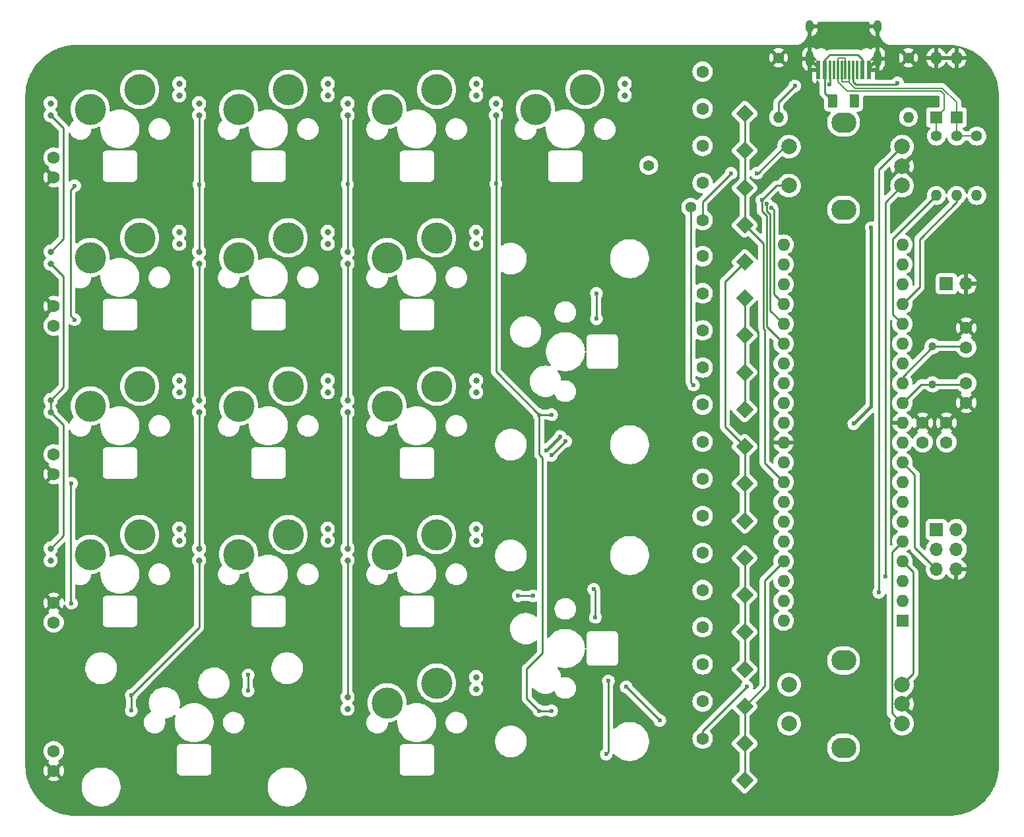
<source format=gbr>
G04 #@! TF.GenerationSoftware,KiCad,Pcbnew,(6.0.5)*
G04 #@! TF.CreationDate,2022-05-22T00:57:22-06:00*
G04 #@! TF.ProjectId,base,62617365-2e6b-4696-9361-645f70636258,rev?*
G04 #@! TF.SameCoordinates,Original*
G04 #@! TF.FileFunction,Copper,L1,Top*
G04 #@! TF.FilePolarity,Positive*
%FSLAX46Y46*%
G04 Gerber Fmt 4.6, Leading zero omitted, Abs format (unit mm)*
G04 Created by KiCad (PCBNEW (6.0.5)) date 2022-05-22 00:57:22*
%MOMM*%
%LPD*%
G01*
G04 APERTURE LIST*
G04 Aperture macros list*
%AMRoundRect*
0 Rectangle with rounded corners*
0 $1 Rounding radius*
0 $2 $3 $4 $5 $6 $7 $8 $9 X,Y pos of 4 corners*
0 Add a 4 corners polygon primitive as box body*
4,1,4,$2,$3,$4,$5,$6,$7,$8,$9,$2,$3,0*
0 Add four circle primitives for the rounded corners*
1,1,$1+$1,$2,$3*
1,1,$1+$1,$4,$5*
1,1,$1+$1,$6,$7*
1,1,$1+$1,$8,$9*
0 Add four rect primitives between the rounded corners*
20,1,$1+$1,$2,$3,$4,$5,0*
20,1,$1+$1,$4,$5,$6,$7,0*
20,1,$1+$1,$6,$7,$8,$9,0*
20,1,$1+$1,$8,$9,$2,$3,0*%
%AMHorizOval*
0 Thick line with rounded ends*
0 $1 width*
0 $2 $3 position (X,Y) of the first rounded end (center of the circle)*
0 $4 $5 position (X,Y) of the second rounded end (center of the circle)*
0 Add line between two ends*
20,1,$1,$2,$3,$4,$5,0*
0 Add two circle primitives to create the rounded ends*
1,1,$1,$2,$3*
1,1,$1,$4,$5*%
%AMRotRect*
0 Rectangle, with rotation*
0 The origin of the aperture is its center*
0 $1 length*
0 $2 width*
0 $3 Rotation angle, in degrees counterclockwise*
0 Add horizontal line*
21,1,$1,$2,0,0,$3*%
G04 Aperture macros list end*
G04 #@! TA.AperFunction,ComponentPad*
%ADD10R,1.700000X1.700000*%
G04 #@! TD*
G04 #@! TA.AperFunction,ComponentPad*
%ADD11O,1.700000X1.700000*%
G04 #@! TD*
G04 #@! TA.AperFunction,ComponentPad*
%ADD12RotRect,1.600000X1.600000X135.000000*%
G04 #@! TD*
G04 #@! TA.AperFunction,ComponentPad*
%ADD13HorizOval,1.600000X0.000000X0.000000X0.000000X0.000000X0*%
G04 #@! TD*
G04 #@! TA.AperFunction,ComponentPad*
%ADD14C,1.600000*%
G04 #@! TD*
G04 #@! TA.AperFunction,ComponentPad*
%ADD15C,0.800000*%
G04 #@! TD*
G04 #@! TA.AperFunction,ComponentPad*
%ADD16C,4.000000*%
G04 #@! TD*
G04 #@! TA.AperFunction,ComponentPad*
%ADD17C,1.030000*%
G04 #@! TD*
G04 #@! TA.AperFunction,WasherPad*
%ADD18RoundRect,1.300000X0.300000X0.000000X0.300000X0.000000X-0.300000X0.000000X-0.300000X0.000000X0*%
G04 #@! TD*
G04 #@! TA.AperFunction,ComponentPad*
%ADD19C,2.000000*%
G04 #@! TD*
G04 #@! TA.AperFunction,ComponentPad*
%ADD20R,1.600000X1.600000*%
G04 #@! TD*
G04 #@! TA.AperFunction,ComponentPad*
%ADD21O,1.600000X1.600000*%
G04 #@! TD*
G04 #@! TA.AperFunction,ComponentPad*
%ADD22C,1.400000*%
G04 #@! TD*
G04 #@! TA.AperFunction,ComponentPad*
%ADD23O,1.400000X1.400000*%
G04 #@! TD*
G04 #@! TA.AperFunction,SMDPad,CuDef*
%ADD24R,0.600000X2.450000*%
G04 #@! TD*
G04 #@! TA.AperFunction,SMDPad,CuDef*
%ADD25R,0.300000X2.450000*%
G04 #@! TD*
G04 #@! TA.AperFunction,ComponentPad*
%ADD26O,1.000000X1.600000*%
G04 #@! TD*
G04 #@! TA.AperFunction,ComponentPad*
%ADD27O,1.000000X2.100000*%
G04 #@! TD*
G04 #@! TA.AperFunction,SMDPad,CuDef*
%ADD28RoundRect,0.250000X0.375000X0.625000X-0.375000X0.625000X-0.375000X-0.625000X0.375000X-0.625000X0*%
G04 #@! TD*
G04 #@! TA.AperFunction,ComponentPad*
%ADD29HorizOval,1.400000X0.000000X0.000000X0.000000X0.000000X0*%
G04 #@! TD*
G04 #@! TA.AperFunction,ViaPad*
%ADD30C,0.600000*%
G04 #@! TD*
G04 #@! TA.AperFunction,Conductor*
%ADD31C,0.250000*%
G04 #@! TD*
G04 #@! TA.AperFunction,Conductor*
%ADD32C,0.200000*%
G04 #@! TD*
G04 #@! TA.AperFunction,Conductor*
%ADD33C,0.400000*%
G04 #@! TD*
G04 APERTURE END LIST*
D10*
X214324000Y-115715000D03*
D11*
X216864000Y-115715000D03*
X214324000Y-118255000D03*
X216864000Y-118255000D03*
X214324000Y-120795000D03*
X216864000Y-120795000D03*
D12*
X189706250Y-95531077D03*
D13*
X184318096Y-90142923D03*
D14*
X218139000Y-96924000D03*
X218139000Y-99424000D03*
D12*
X189706250Y-105056077D03*
D13*
X184318096Y-99667923D03*
D12*
X189706250Y-90768577D03*
D13*
X184318096Y-85380423D03*
D12*
X189706250Y-76596875D03*
D13*
X184318096Y-71208721D03*
D14*
X218139000Y-92312000D03*
X218139000Y-89812000D03*
D15*
X100647500Y-119665750D03*
X100647500Y-118141750D03*
D16*
X105727500Y-118903750D03*
D15*
X117157500Y-117125750D03*
D16*
X112077500Y-116363750D03*
D15*
X117157500Y-115601750D03*
D12*
X189706250Y-71834375D03*
D13*
X184318096Y-66446221D03*
D12*
X189706250Y-67071875D03*
D13*
X184318096Y-61683721D03*
D12*
X189706250Y-124106077D03*
D13*
X184318096Y-118717923D03*
D12*
X189706250Y-100293577D03*
D13*
X184318096Y-94905423D03*
D12*
X189706250Y-86006077D03*
D13*
X184318096Y-80617923D03*
D12*
X189706250Y-62309375D03*
D13*
X184318096Y-56921221D03*
D12*
X189706250Y-119343577D03*
D13*
X184318096Y-113955423D03*
D12*
X189706250Y-114581077D03*
D13*
X184318096Y-109192923D03*
D12*
X189706250Y-109818577D03*
D13*
X184318096Y-104430423D03*
D12*
X189706250Y-147929779D03*
D13*
X184318096Y-142541625D03*
D12*
X189706250Y-143156077D03*
D13*
X184318096Y-137767923D03*
D16*
X143827500Y-61753750D03*
D15*
X138747500Y-60991750D03*
X138747500Y-62515750D03*
D16*
X150177500Y-59213750D03*
D15*
X155257500Y-59975750D03*
X155257500Y-58451750D03*
D17*
X213821000Y-92178000D03*
X213821000Y-97058000D03*
D18*
X202406250Y-132512500D03*
X202406250Y-143712500D03*
D19*
X195406250Y-140612500D03*
X195406250Y-135612500D03*
X209906250Y-140612500D03*
X209906250Y-138112500D03*
X209906250Y-135612500D03*
D15*
X138747500Y-119665750D03*
X138747500Y-118141750D03*
D16*
X143827500Y-118903750D03*
D15*
X155257500Y-117125750D03*
X155257500Y-115601750D03*
D16*
X150177500Y-116363750D03*
D15*
X119697500Y-62515750D03*
D16*
X124777500Y-61753750D03*
D15*
X119697500Y-60991750D03*
D16*
X131127500Y-59213750D03*
D15*
X136207500Y-59975750D03*
X136207500Y-58451750D03*
D16*
X105727500Y-80803750D03*
D15*
X100647500Y-80041750D03*
X100647500Y-81565750D03*
X117157500Y-79025750D03*
D16*
X112077500Y-78263750D03*
D15*
X117157500Y-77501750D03*
X138747500Y-137191750D03*
D16*
X143827500Y-137953750D03*
D15*
X138747500Y-138715750D03*
X155257500Y-136175750D03*
X155257500Y-134651750D03*
D16*
X150177500Y-135413750D03*
D15*
X157797500Y-62515750D03*
D16*
X162877500Y-61753750D03*
D15*
X157797500Y-60991750D03*
X174307500Y-58451750D03*
D16*
X169227500Y-59213750D03*
D15*
X174307500Y-59975750D03*
X138747500Y-80041750D03*
X138747500Y-81565750D03*
D16*
X143827500Y-80803750D03*
X150177500Y-78263750D03*
D15*
X155257500Y-79025750D03*
X155257500Y-77501750D03*
X100647500Y-99091750D03*
X100647500Y-100615750D03*
D16*
X105727500Y-99853750D03*
X112077500Y-97313750D03*
D15*
X117157500Y-98075750D03*
X117157500Y-96551750D03*
X119697500Y-99091750D03*
X119697500Y-100615750D03*
D16*
X124777500Y-99853750D03*
D15*
X136207500Y-98075750D03*
X136207500Y-96551750D03*
D16*
X131127500Y-97313750D03*
D12*
X189706250Y-133631077D03*
D13*
X184318096Y-128242923D03*
D12*
X189706250Y-128868577D03*
D13*
X184318096Y-123480423D03*
D12*
X189706250Y-138393577D03*
D13*
X184318096Y-133005423D03*
D16*
X105727500Y-61753750D03*
D15*
X100647500Y-60991750D03*
X100647500Y-62515750D03*
X117157500Y-59975750D03*
D16*
X112077500Y-59213750D03*
D15*
X117157500Y-58451750D03*
X119697500Y-80041750D03*
D16*
X124777500Y-80803750D03*
D15*
X119697500Y-81565750D03*
X136207500Y-79025750D03*
D16*
X131127500Y-78263750D03*
D15*
X136207500Y-77501750D03*
D16*
X124777500Y-118903750D03*
D15*
X119697500Y-118141750D03*
X119697500Y-119665750D03*
D16*
X131127500Y-116363750D03*
D15*
X136207500Y-117125750D03*
X136207500Y-115601750D03*
D12*
X189706250Y-81359375D03*
D13*
X184318096Y-75971221D03*
D20*
X209946875Y-127396875D03*
D21*
X209946875Y-124856875D03*
X209946875Y-122316875D03*
X209946875Y-119776875D03*
X209946875Y-117236875D03*
X209946875Y-114696875D03*
X209946875Y-112156875D03*
X209946875Y-109616875D03*
X209946875Y-107076875D03*
X209946875Y-104536875D03*
X209946875Y-101996875D03*
X209946875Y-99456875D03*
X209946875Y-96916875D03*
X209946875Y-94376875D03*
X209946875Y-91836875D03*
X209946875Y-89296875D03*
X209946875Y-86756875D03*
X209946875Y-84216875D03*
X209946875Y-81676875D03*
X209946875Y-79136875D03*
X194706875Y-79136875D03*
X194706875Y-81676875D03*
X194706875Y-84216875D03*
X194706875Y-86756875D03*
X194706875Y-89296875D03*
X194706875Y-91836875D03*
X194706875Y-94376875D03*
X194706875Y-96916875D03*
X194706875Y-99456875D03*
X194706875Y-101996875D03*
X194706875Y-104536875D03*
X194706875Y-107076875D03*
X194706875Y-109616875D03*
X194706875Y-112156875D03*
X194706875Y-114696875D03*
X194706875Y-117236875D03*
X194706875Y-119776875D03*
X194706875Y-122316875D03*
X194706875Y-124856875D03*
X194706875Y-127396875D03*
D22*
X216900000Y-65200000D03*
D23*
X216900000Y-72820000D03*
D22*
X210725000Y-55143750D03*
D23*
X210725000Y-62763750D03*
D24*
X205625000Y-56695000D03*
X204850000Y-56695000D03*
D25*
X204150000Y-56695000D03*
X203650000Y-56695000D03*
X203150000Y-56695000D03*
X202650000Y-56695000D03*
X202150000Y-56695000D03*
X201650000Y-56695000D03*
X201150000Y-56695000D03*
X200650000Y-56695000D03*
D24*
X199950000Y-56695000D03*
X199175000Y-56695000D03*
D26*
X198080000Y-51100000D03*
D27*
X198080000Y-55280000D03*
X206720000Y-55280000D03*
D26*
X206720000Y-51100000D03*
D22*
X214312500Y-65196875D03*
D23*
X214312500Y-72816875D03*
D18*
X202406250Y-63456250D03*
X202406250Y-74656250D03*
D19*
X195406250Y-71556250D03*
X195406250Y-66556250D03*
X209906250Y-71556250D03*
X209906250Y-69056250D03*
X209906250Y-66556250D03*
D28*
X203800000Y-60700000D03*
X201000000Y-60700000D03*
D14*
X212551000Y-102004000D03*
X212551000Y-104504000D03*
X215599000Y-102004000D03*
X215599000Y-104504000D03*
D20*
X216900000Y-62800000D03*
D21*
X216900000Y-55180000D03*
D22*
X194056250Y-55143750D03*
D23*
X194056250Y-62763750D03*
D22*
X219500000Y-65200000D03*
D23*
X219500000Y-72820000D03*
D20*
X214300000Y-62800000D03*
D21*
X214300000Y-55180000D03*
D16*
X143827500Y-99853750D03*
D15*
X138747500Y-100615750D03*
X138747500Y-99091750D03*
X155257500Y-96551750D03*
X155257500Y-98075750D03*
D16*
X150177500Y-97313750D03*
D22*
X177400000Y-68950000D03*
D29*
X182788154Y-74338154D03*
D14*
X101045000Y-70468000D03*
X101045000Y-67968000D03*
X101045000Y-127618000D03*
X101045000Y-125118000D03*
X101045000Y-146668000D03*
X101045000Y-144168000D03*
D10*
X215606000Y-84172000D03*
D11*
X218146000Y-84172000D03*
D14*
X101045000Y-108568000D03*
X101045000Y-106068000D03*
X101045000Y-89518000D03*
X101045000Y-87018000D03*
D30*
X183134000Y-97155000D03*
X211328000Y-77470000D03*
X166036000Y-103772000D03*
X203708000Y-102108000D03*
X203800000Y-60700000D03*
X164236000Y-105572000D03*
X205936000Y-76972000D03*
X160655745Y-124200532D03*
X162560000Y-124206000D03*
X125984000Y-136398000D03*
X125984000Y-134366000D03*
X187960000Y-69972000D03*
X191262000Y-69972000D03*
X189992000Y-135890000D03*
X166736000Y-104372000D03*
X164906000Y-106182000D03*
X172212000Y-135128000D03*
X171958000Y-144526000D03*
X103736000Y-71572000D03*
X103736000Y-88772000D03*
X103336000Y-109772000D03*
X103336000Y-125172000D03*
X110998000Y-138938000D03*
X119697500Y-71410500D03*
X110998662Y-136967138D03*
X193165934Y-74422000D03*
X178816000Y-140208000D03*
X164936000Y-100972000D03*
X174498000Y-135890000D03*
X164936000Y-138972000D03*
X191926791Y-73398225D03*
X163336000Y-138972000D03*
X157797500Y-71310500D03*
X163336000Y-100972000D03*
X138736000Y-71372000D03*
X192537676Y-73914000D03*
X206936000Y-123772000D03*
X207736000Y-121772000D03*
X121666000Y-68072000D03*
X140970000Y-144526000D03*
X135636000Y-89154000D03*
X140716000Y-106172000D03*
X135636000Y-127254000D03*
X106426000Y-103378000D03*
X140636000Y-68072000D03*
X159636000Y-68072000D03*
X214376000Y-112014000D03*
X121666000Y-106172000D03*
X168656000Y-96012000D03*
X186944000Y-59436000D03*
X116586000Y-89154000D03*
X116586000Y-127254000D03*
X154686000Y-106172000D03*
X170688000Y-88646000D03*
X170688000Y-85372000D03*
X170536000Y-126972000D03*
X170336000Y-123372000D03*
X209336000Y-58372000D03*
X196136000Y-58772000D03*
X200613000Y-58550000D03*
D31*
X182788154Y-74338154D02*
X182788154Y-96809154D01*
X182788154Y-96809154D02*
X183134000Y-97155000D01*
D32*
X215345000Y-61755000D02*
X214300000Y-62800000D01*
X215345000Y-59877006D02*
X215345000Y-61755000D01*
X214903994Y-59436000D02*
X215345000Y-59877006D01*
X215069489Y-59036489D02*
X216900000Y-60867000D01*
X203867117Y-59036489D02*
X215069489Y-59036489D01*
X203150000Y-58319372D02*
X203867117Y-59036489D01*
X201650000Y-56695000D02*
X201650000Y-58234028D01*
X216900000Y-60867000D02*
X216900000Y-62800000D01*
X202851972Y-59436000D02*
X214903994Y-59436000D01*
X203150000Y-58169022D02*
X203150000Y-58319372D01*
X201650000Y-58234028D02*
X202851972Y-59436000D01*
D31*
X170688000Y-88646000D02*
X170688000Y-85372000D01*
X163336000Y-100972000D02*
X164936000Y-100972000D01*
X162554532Y-124200532D02*
X162560000Y-124206000D01*
X160655745Y-124200532D02*
X162554532Y-124200532D01*
X125984000Y-136398000D02*
X125984000Y-134366000D01*
X164936000Y-138972000D02*
X163336000Y-138972000D01*
X110998000Y-136967800D02*
X110998662Y-136967138D01*
X110998000Y-138938000D02*
X110998000Y-136967800D01*
X189706250Y-105056077D02*
X187198000Y-102547827D01*
X187198000Y-102547827D02*
X187198000Y-83820000D01*
X187198000Y-83820000D02*
X187245625Y-83820000D01*
X187245625Y-83820000D02*
X189706250Y-81359375D01*
X193441635Y-85491635D02*
X193441635Y-74697701D01*
X194706875Y-86756875D02*
X193441635Y-85491635D01*
X193441635Y-74697701D02*
X193165934Y-74422000D01*
X194706875Y-89296875D02*
X192992124Y-87582124D01*
X192992124Y-75262420D02*
X192537676Y-74807972D01*
X192992124Y-87582124D02*
X192992124Y-75262420D01*
X192537676Y-74807972D02*
X192537676Y-73914000D01*
X194706875Y-91833871D02*
X192542613Y-89669609D01*
X194706875Y-91836875D02*
X194706875Y-91833871D01*
X192542613Y-89669609D02*
X192542613Y-75448613D01*
X192542613Y-75448613D02*
X191911499Y-74817499D01*
X191911499Y-74817499D02*
X191911499Y-73413517D01*
X191911499Y-73413517D02*
X191926791Y-73398225D01*
X194706875Y-109616875D02*
X192278000Y-107188000D01*
X192278000Y-107188000D02*
X192278000Y-90040700D01*
X192093102Y-78983727D02*
X189706250Y-76596875D01*
X192093102Y-89855802D02*
X192093102Y-78983727D01*
X192278000Y-90040700D02*
X192093102Y-89855802D01*
X194809750Y-66556250D02*
X191394000Y-69972000D01*
X184318096Y-73613904D02*
X187960000Y-69972000D01*
X164926000Y-106182000D02*
X164906000Y-106182000D01*
X166736000Y-104372000D02*
X164926000Y-106182000D01*
X203650000Y-56695000D02*
X203650000Y-58219022D01*
X203650000Y-58219022D02*
X204002978Y-58572000D01*
X204002978Y-58572000D02*
X209136000Y-58572000D01*
X209136000Y-58572000D02*
X209336000Y-58372000D01*
X212146000Y-84557750D02*
X209946875Y-86756875D01*
X212146000Y-78430000D02*
X212146000Y-84557750D01*
X216900000Y-73676000D02*
X212146000Y-78430000D01*
X216900000Y-72820000D02*
X216900000Y-73676000D01*
X209946875Y-119776875D02*
X211336000Y-121166000D01*
X211336000Y-121166000D02*
X211336000Y-134182750D01*
X211336000Y-134182750D02*
X209906250Y-135612500D01*
X192278000Y-122205750D02*
X194706875Y-119776875D01*
X189706250Y-138393577D02*
X192278000Y-135821827D01*
X192278000Y-135821827D02*
X192278000Y-122205750D01*
X174498000Y-135890000D02*
X178816000Y-140208000D01*
D33*
X205936000Y-99880000D02*
X203708000Y-102108000D01*
X205936000Y-76972000D02*
X205936000Y-99880000D01*
X166036000Y-103772000D02*
X164236000Y-105572000D01*
D31*
X189706250Y-71834375D02*
X189706250Y-76596875D01*
X189706250Y-62309375D02*
X189706250Y-67071875D01*
X189706250Y-67071875D02*
X189706250Y-71834375D01*
X189706250Y-95531077D02*
X189706250Y-100293577D01*
X189706250Y-90768577D02*
X189706250Y-95531077D01*
X189706250Y-86006077D02*
X189706250Y-90768577D01*
X189706250Y-105056077D02*
X189706250Y-109818577D01*
X189706250Y-109818577D02*
X189706250Y-114581077D01*
X189706250Y-124106077D02*
X189706250Y-128868577D01*
X189706250Y-128868577D02*
X189706250Y-133631077D01*
X189706250Y-119343577D02*
X189706250Y-124106077D01*
X189706250Y-138393577D02*
X189706250Y-143156077D01*
X189706250Y-143156077D02*
X189706250Y-147929779D01*
X184318096Y-75971221D02*
X184318096Y-73613904D01*
X195406250Y-66556250D02*
X194809750Y-66556250D01*
X191394000Y-69972000D02*
X191262000Y-69972000D01*
X184318096Y-141563904D02*
X189992000Y-135890000D01*
X184318096Y-142541625D02*
X184318096Y-141563904D01*
D32*
X202650000Y-55220978D02*
X202650000Y-56695000D01*
X202599511Y-55170489D02*
X202650000Y-55220978D01*
X214300000Y-65184375D02*
X214312500Y-65196875D01*
X201700489Y-55170489D02*
X202599511Y-55170489D01*
X214300000Y-62800000D02*
X214300000Y-65184375D01*
X201650000Y-56695000D02*
X201650000Y-55220978D01*
X201650000Y-55220978D02*
X201700489Y-55170489D01*
X216900000Y-62800000D02*
X216900000Y-65200000D01*
X202150000Y-58169022D02*
X202200489Y-58219511D01*
X216900000Y-65200000D02*
X219500000Y-65200000D01*
X202200489Y-58219511D02*
X203099511Y-58219511D01*
X203150000Y-58169022D02*
X203150000Y-56695000D01*
X202150000Y-56695000D02*
X202150000Y-58169022D01*
X203099511Y-58219511D02*
X203150000Y-58169022D01*
D31*
X172212000Y-135128000D02*
X172212000Y-144272000D01*
X172212000Y-144272000D02*
X171958000Y-144526000D01*
X103207979Y-72100021D02*
X103207979Y-88243979D01*
X103736000Y-71572000D02*
X103207979Y-72100021D01*
X103207979Y-88243979D02*
X103736000Y-88772000D01*
X103336000Y-125172000D02*
X103207979Y-125043979D01*
X103207979Y-109900021D02*
X103336000Y-109772000D01*
X103207979Y-125043979D02*
X103207979Y-109900021D01*
X119697500Y-100615750D02*
X119697500Y-118141750D01*
X119697500Y-128268300D02*
X110998662Y-136967138D01*
X119697500Y-119665750D02*
X119697500Y-128268300D01*
X119697500Y-62515750D02*
X119697500Y-80041750D01*
X119697500Y-81565750D02*
X119697500Y-99091750D01*
X163736000Y-106472000D02*
X163736000Y-131572000D01*
X157797500Y-62515750D02*
X157797500Y-71310500D01*
X163336000Y-100972000D02*
X157797500Y-95433500D01*
X163336000Y-106072000D02*
X163736000Y-106472000D01*
X161736000Y-133572000D02*
X161736000Y-137372000D01*
X163736000Y-131572000D02*
X161736000Y-133572000D01*
X163336000Y-100972000D02*
X163336000Y-106072000D01*
X157797500Y-95433500D02*
X157797500Y-71310500D01*
X193768766Y-71556250D02*
X191926791Y-73398225D01*
X161736000Y-137372000D02*
X163336000Y-138972000D01*
X195406250Y-71556250D02*
X193768766Y-71556250D01*
X138747500Y-81565750D02*
X138747500Y-99091750D01*
X138747500Y-100615750D02*
X138747500Y-118141750D01*
X138747500Y-62515750D02*
X138747500Y-80041750D01*
X138747500Y-119665750D02*
X138747500Y-137191750D01*
X211536000Y-118007000D02*
X214324000Y-120795000D01*
X211536000Y-108666000D02*
X211536000Y-118007000D01*
X209946875Y-107076875D02*
X211536000Y-108666000D01*
X102315000Y-97424250D02*
X100647500Y-99091750D01*
X102315000Y-83233250D02*
X102315000Y-97424250D01*
X102315000Y-116474250D02*
X100647500Y-118141750D01*
X102315000Y-64183250D02*
X102315000Y-78374250D01*
X100647500Y-99091750D02*
X100647500Y-100615750D01*
X100647500Y-62515750D02*
X102315000Y-64183250D01*
X102315000Y-102283250D02*
X102315000Y-116474250D01*
X100647500Y-100615750D02*
X102315000Y-102283250D01*
X100647500Y-81565750D02*
X102315000Y-83233250D01*
X102315000Y-78374250D02*
X100647500Y-80041750D01*
X208741000Y-78388375D02*
X208741000Y-88091000D01*
X208741000Y-88091000D02*
X209946875Y-89296875D01*
X214312500Y-72816875D02*
X208741000Y-78388375D01*
X209906250Y-66556250D02*
X206936000Y-69526500D01*
X206936000Y-69526500D02*
X206936000Y-123772000D01*
X207736000Y-73726500D02*
X209906250Y-71556250D01*
X207736000Y-121772000D02*
X207736000Y-73726500D01*
X208581739Y-139287989D02*
X209906250Y-140612500D01*
X208581739Y-118602011D02*
X208581739Y-139287989D01*
X209946875Y-117236875D02*
X208581739Y-118602011D01*
D33*
X205625000Y-56375000D02*
X206720000Y-55280000D01*
X199175000Y-56695000D02*
X199175000Y-56375000D01*
X199175000Y-56375000D02*
X198080000Y-55280000D01*
X205625000Y-56695000D02*
X205625000Y-56375000D01*
D31*
X170536000Y-126972000D02*
X170536000Y-123572000D01*
X170536000Y-123572000D02*
X170336000Y-123372000D01*
X204850000Y-55370978D02*
X204224992Y-54745970D01*
X199950000Y-59650000D02*
X201000000Y-60700000D01*
X199950000Y-56695000D02*
X199950000Y-59650000D01*
X204224992Y-54745970D02*
X200607030Y-54745970D01*
X199950000Y-55403000D02*
X199950000Y-56695000D01*
X200607030Y-54745970D02*
X199950000Y-55403000D01*
X204850000Y-56695000D02*
X204850000Y-55370978D01*
X200650000Y-56695000D02*
X200650000Y-58513000D01*
X194056250Y-60851750D02*
X194056250Y-62763750D01*
X196136000Y-58772000D02*
X194056250Y-60851750D01*
X200650000Y-58513000D02*
X200613000Y-58550000D01*
X213821000Y-92178000D02*
X218005000Y-92178000D01*
X209946875Y-96161125D02*
X213821000Y-92287000D01*
X213821000Y-92287000D02*
X213821000Y-92178000D01*
X218005000Y-92178000D02*
X218139000Y-92312000D01*
X209946875Y-96916875D02*
X209946875Y-96161125D01*
X209946875Y-99456875D02*
X212345750Y-97058000D01*
X218005000Y-97058000D02*
X218139000Y-96924000D01*
X213821000Y-97058000D02*
X218005000Y-97058000D01*
X212345750Y-97058000D02*
X213821000Y-97058000D01*
G04 #@! TA.AperFunction,Conductor*
G36*
X205665530Y-50528502D02*
G01*
X205712023Y-50582158D01*
X205722624Y-50648545D01*
X205712393Y-50739761D01*
X205712000Y-50746785D01*
X205712000Y-50827885D01*
X205716475Y-50843124D01*
X205717865Y-50844329D01*
X205725548Y-50846000D01*
X206848000Y-50846000D01*
X206916121Y-50866002D01*
X206962614Y-50919658D01*
X206974000Y-50972000D01*
X206974000Y-52357924D01*
X206977973Y-52371455D01*
X206985769Y-52372576D01*
X207002179Y-52367746D01*
X207073176Y-52367700D01*
X207132927Y-52406046D01*
X207155811Y-52444587D01*
X207171415Y-52486424D01*
X207224315Y-52628254D01*
X207327728Y-52817640D01*
X207457040Y-52990381D01*
X207609619Y-53142960D01*
X207782360Y-53272272D01*
X207971746Y-53375685D01*
X208072833Y-53413388D01*
X208169703Y-53449519D01*
X208169706Y-53449520D01*
X208173921Y-53451092D01*
X208178311Y-53452047D01*
X208178318Y-53452049D01*
X208333229Y-53485747D01*
X208384770Y-53496959D01*
X208559535Y-53509459D01*
X208571446Y-53510884D01*
X208582648Y-53512769D01*
X208582655Y-53512770D01*
X208587448Y-53513576D01*
X208593724Y-53513652D01*
X208595140Y-53513670D01*
X208595143Y-53513670D01*
X208600000Y-53513729D01*
X208627624Y-53509773D01*
X208645486Y-53508500D01*
X215806880Y-53508500D01*
X215826266Y-53510000D01*
X215841100Y-53512310D01*
X215841101Y-53512310D01*
X215849970Y-53513691D01*
X215858873Y-53512527D01*
X215858876Y-53512527D01*
X215871749Y-53510844D01*
X215892792Y-53509868D01*
X216105093Y-53517813D01*
X216336640Y-53526479D01*
X216346036Y-53527183D01*
X216819070Y-53580484D01*
X216828388Y-53581889D01*
X217183304Y-53649045D01*
X217231207Y-53673535D01*
X217255945Y-53665628D01*
X217282368Y-53667789D01*
X217296107Y-53670389D01*
X217305282Y-53672483D01*
X217765090Y-53795691D01*
X217774074Y-53798462D01*
X218204505Y-53949079D01*
X218223389Y-53955687D01*
X218232158Y-53959128D01*
X218300408Y-53988906D01*
X218668474Y-54149494D01*
X218676963Y-54153583D01*
X219097807Y-54376008D01*
X219105965Y-54380718D01*
X219358500Y-54539397D01*
X219509020Y-54633976D01*
X219516803Y-54639282D01*
X219573682Y-54681261D01*
X219899811Y-54921957D01*
X219907178Y-54927832D01*
X220267987Y-55238336D01*
X220274894Y-55244745D01*
X220611485Y-55581339D01*
X220617894Y-55588246D01*
X220928402Y-55949065D01*
X220934259Y-55956409D01*
X221216945Y-56339436D01*
X221222245Y-56347211D01*
X221297511Y-56466996D01*
X221475491Y-56750250D01*
X221475502Y-56750268D01*
X221480211Y-56758424D01*
X221689607Y-57154623D01*
X221702643Y-57179289D01*
X221706727Y-57187771D01*
X221781717Y-57359649D01*
X221897087Y-57624082D01*
X221900529Y-57632853D01*
X222057743Y-58082147D01*
X222060519Y-58091143D01*
X222150681Y-58427631D01*
X222183728Y-58550966D01*
X222185824Y-58560150D01*
X222262539Y-58965599D01*
X222274318Y-59027855D01*
X222275723Y-59037173D01*
X222329021Y-59510210D01*
X222329725Y-59519606D01*
X222338627Y-59757497D01*
X222344746Y-59921028D01*
X222346062Y-59956206D01*
X222344649Y-59980301D01*
X222342559Y-59993724D01*
X222344386Y-60007693D01*
X222346686Y-60025283D01*
X222347750Y-60041621D01*
X222347750Y-145950633D01*
X222346250Y-145970018D01*
X222343940Y-145984851D01*
X222343940Y-145984855D01*
X222342559Y-145993724D01*
X222345407Y-146015504D01*
X222346383Y-146036546D01*
X222339745Y-146213947D01*
X222329774Y-146480400D01*
X222329070Y-146489795D01*
X222275772Y-146962833D01*
X222274367Y-146972151D01*
X222185873Y-147439859D01*
X222183777Y-147449045D01*
X222060569Y-147908864D01*
X222057791Y-147917868D01*
X221900576Y-148367165D01*
X221897134Y-148375936D01*
X221706778Y-148812239D01*
X221702690Y-148820729D01*
X221480253Y-149241602D01*
X221475541Y-149249762D01*
X221222292Y-149652808D01*
X221216985Y-149660593D01*
X220934310Y-150043607D01*
X220928435Y-150050974D01*
X220617931Y-150411788D01*
X220611522Y-150418695D01*
X220274928Y-150755291D01*
X220268021Y-150761700D01*
X219907209Y-151072207D01*
X219899842Y-151078082D01*
X219516839Y-151360753D01*
X219509054Y-151366061D01*
X219105979Y-151619333D01*
X219097833Y-151624036D01*
X218887405Y-151735251D01*
X218676985Y-151846462D01*
X218668496Y-151850551D01*
X218232178Y-152040918D01*
X218223407Y-152044360D01*
X217774111Y-152201578D01*
X217765107Y-152204355D01*
X217305290Y-152327565D01*
X217296104Y-152329662D01*
X216828396Y-152418160D01*
X216819078Y-152419565D01*
X216346040Y-152472867D01*
X216336644Y-152473571D01*
X216112552Y-152481958D01*
X215900555Y-152489892D01*
X215876459Y-152488479D01*
X215871396Y-152487690D01*
X215871391Y-152487690D01*
X215862522Y-152486309D01*
X215830973Y-152490435D01*
X215814645Y-152491498D01*
X103949369Y-152485253D01*
X103930008Y-152483754D01*
X103906276Y-152480059D01*
X103884496Y-152482907D01*
X103863454Y-152483883D01*
X103650406Y-152475911D01*
X103419600Y-152467274D01*
X103410205Y-152466570D01*
X102937167Y-152413272D01*
X102927849Y-152411867D01*
X102493380Y-152329662D01*
X102460139Y-152323373D01*
X102450955Y-152321277D01*
X101991136Y-152198069D01*
X101982132Y-152195291D01*
X101532835Y-152038076D01*
X101524064Y-152034634D01*
X101087761Y-151844278D01*
X101079271Y-151840190D01*
X100658398Y-151617753D01*
X100650238Y-151613041D01*
X100247192Y-151359792D01*
X100239407Y-151354485D01*
X99856393Y-151071810D01*
X99849026Y-151065935D01*
X99488212Y-150755431D01*
X99481305Y-150749022D01*
X99144709Y-150412428D01*
X99138300Y-150405521D01*
X98827793Y-150044709D01*
X98821918Y-150037342D01*
X98539247Y-149654339D01*
X98533939Y-149646554D01*
X98414763Y-149456889D01*
X98280667Y-149243479D01*
X98275960Y-149235325D01*
X98102005Y-148906188D01*
X104622100Y-148906188D01*
X104661564Y-149218580D01*
X104739870Y-149523563D01*
X104855784Y-149816327D01*
X104857686Y-149819786D01*
X104857687Y-149819789D01*
X104979374Y-150041136D01*
X105007476Y-150092254D01*
X105192555Y-150346994D01*
X105408102Y-150576528D01*
X105650718Y-150777237D01*
X105916576Y-150945956D01*
X105920155Y-150947640D01*
X105920162Y-150947644D01*
X106197894Y-151078334D01*
X106197898Y-151078336D01*
X106201484Y-151080023D01*
X106500948Y-151177325D01*
X106810246Y-151236327D01*
X106903800Y-151242213D01*
X107043858Y-151251025D01*
X107043874Y-151251026D01*
X107045853Y-151251150D01*
X107203147Y-151251150D01*
X107205126Y-151251026D01*
X107205142Y-151251025D01*
X107345200Y-151242213D01*
X107438754Y-151236327D01*
X107748052Y-151177325D01*
X108047516Y-151080023D01*
X108051102Y-151078336D01*
X108051106Y-151078334D01*
X108328838Y-150947644D01*
X108328845Y-150947640D01*
X108332424Y-150945956D01*
X108598282Y-150777237D01*
X108840898Y-150576528D01*
X109056445Y-150346994D01*
X109241524Y-150092254D01*
X109269627Y-150041136D01*
X109391313Y-149819789D01*
X109391314Y-149819786D01*
X109393216Y-149816327D01*
X109509130Y-149523563D01*
X109587436Y-149218580D01*
X109626900Y-148906188D01*
X128498100Y-148906188D01*
X128537564Y-149218580D01*
X128615870Y-149523563D01*
X128731784Y-149816327D01*
X128733686Y-149819786D01*
X128733687Y-149819789D01*
X128855374Y-150041136D01*
X128883476Y-150092254D01*
X129068555Y-150346994D01*
X129284102Y-150576528D01*
X129526718Y-150777237D01*
X129792576Y-150945956D01*
X129796155Y-150947640D01*
X129796162Y-150947644D01*
X130073894Y-151078334D01*
X130073898Y-151078336D01*
X130077484Y-151080023D01*
X130376948Y-151177325D01*
X130686246Y-151236327D01*
X130779800Y-151242213D01*
X130919858Y-151251025D01*
X130919874Y-151251026D01*
X130921853Y-151251150D01*
X131079147Y-151251150D01*
X131081126Y-151251026D01*
X131081142Y-151251025D01*
X131221200Y-151242213D01*
X131314754Y-151236327D01*
X131624052Y-151177325D01*
X131923516Y-151080023D01*
X131927102Y-151078336D01*
X131927106Y-151078334D01*
X132204838Y-150947644D01*
X132204845Y-150947640D01*
X132208424Y-150945956D01*
X132474282Y-150777237D01*
X132716898Y-150576528D01*
X132932445Y-150346994D01*
X133117524Y-150092254D01*
X133145627Y-150041136D01*
X133267313Y-149819789D01*
X133267314Y-149819786D01*
X133269216Y-149816327D01*
X133385130Y-149523563D01*
X133463436Y-149218580D01*
X133502900Y-148906188D01*
X133502900Y-148591312D01*
X133463436Y-148278920D01*
X133385130Y-147973937D01*
X133379464Y-147959625D01*
X133355654Y-147899490D01*
X133269216Y-147681173D01*
X133253726Y-147652997D01*
X133119433Y-147408718D01*
X133119431Y-147408715D01*
X133117524Y-147405246D01*
X132948265Y-147172280D01*
X132934773Y-147153710D01*
X132934772Y-147153708D01*
X132932445Y-147150506D01*
X132716898Y-146920972D01*
X132602061Y-146825971D01*
X145428524Y-146825971D01*
X145430991Y-146834602D01*
X145436650Y-146854403D01*
X145440228Y-146871165D01*
X145444420Y-146900437D01*
X145448134Y-146908605D01*
X145448134Y-146908606D01*
X145455048Y-146923812D01*
X145461496Y-146941336D01*
X145468551Y-146966021D01*
X145473343Y-146973615D01*
X145473344Y-146973618D01*
X145484330Y-146991030D01*
X145492469Y-147006113D01*
X145504708Y-147033032D01*
X145510569Y-147039834D01*
X145521470Y-147052485D01*
X145532573Y-147067489D01*
X145546276Y-147089208D01*
X145553001Y-147095147D01*
X145553004Y-147095151D01*
X145568438Y-147108782D01*
X145580482Y-147120974D01*
X145593927Y-147136577D01*
X145593930Y-147136579D01*
X145599787Y-147143377D01*
X145607316Y-147148257D01*
X145607317Y-147148258D01*
X145621335Y-147157344D01*
X145636209Y-147168635D01*
X145648717Y-147179681D01*
X145655451Y-147185628D01*
X145682211Y-147198192D01*
X145697191Y-147206513D01*
X145714483Y-147217721D01*
X145714488Y-147217723D01*
X145722015Y-147222602D01*
X145730608Y-147225172D01*
X145730613Y-147225174D01*
X145746620Y-147229961D01*
X145764064Y-147236622D01*
X145779176Y-147243717D01*
X145779178Y-147243718D01*
X145787300Y-147247531D01*
X145796167Y-147248912D01*
X145796168Y-147248912D01*
X145798853Y-147249330D01*
X145816517Y-147252080D01*
X145833232Y-147255863D01*
X145852966Y-147261765D01*
X145852972Y-147261766D01*
X145861566Y-147264336D01*
X145870537Y-147264391D01*
X145870538Y-147264391D01*
X145880597Y-147264452D01*
X145896006Y-147264546D01*
X145896789Y-147264579D01*
X145897886Y-147264750D01*
X145928877Y-147264750D01*
X145929647Y-147264752D01*
X146003285Y-147265202D01*
X146003286Y-147265202D01*
X146007221Y-147265226D01*
X146008565Y-147264842D01*
X146009910Y-147264750D01*
X149328877Y-147264750D01*
X149329648Y-147264752D01*
X149407221Y-147265226D01*
X149435652Y-147257100D01*
X149452415Y-147253522D01*
X149453253Y-147253402D01*
X149481687Y-147249330D01*
X149505064Y-147238701D01*
X149522587Y-147232254D01*
X149547271Y-147225199D01*
X149554865Y-147220407D01*
X149554868Y-147220406D01*
X149572280Y-147209420D01*
X149587365Y-147201280D01*
X149614282Y-147189042D01*
X149633735Y-147172280D01*
X149648739Y-147161177D01*
X149670458Y-147147474D01*
X149676397Y-147140749D01*
X149676401Y-147140746D01*
X149690032Y-147125312D01*
X149702224Y-147113268D01*
X149717827Y-147099823D01*
X149717829Y-147099820D01*
X149724627Y-147093963D01*
X149738594Y-147072415D01*
X149749885Y-147057541D01*
X149760931Y-147045033D01*
X149760932Y-147045032D01*
X149766878Y-147038299D01*
X149779443Y-147011537D01*
X149787763Y-146996559D01*
X149798971Y-146979267D01*
X149798973Y-146979262D01*
X149803852Y-146971735D01*
X149806422Y-146963142D01*
X149806424Y-146963137D01*
X149811211Y-146947130D01*
X149817872Y-146929686D01*
X149824967Y-146914574D01*
X149824968Y-146914572D01*
X149828781Y-146906450D01*
X149833330Y-146877233D01*
X149837113Y-146860518D01*
X149843015Y-146840784D01*
X149843016Y-146840778D01*
X149845586Y-146832184D01*
X149845796Y-146797744D01*
X149845829Y-146796961D01*
X149846000Y-146795864D01*
X149846000Y-146764873D01*
X149846002Y-146764103D01*
X149846452Y-146690465D01*
X149846452Y-146690464D01*
X149846476Y-146686529D01*
X149846092Y-146685185D01*
X149846000Y-146683840D01*
X149846000Y-143764873D01*
X149846002Y-143764103D01*
X149846300Y-143715352D01*
X149846476Y-143686529D01*
X149838350Y-143658097D01*
X149834772Y-143641335D01*
X149832819Y-143627701D01*
X149830580Y-143612063D01*
X149819951Y-143588686D01*
X149813504Y-143571163D01*
X149808916Y-143555112D01*
X149806449Y-143546479D01*
X149800065Y-143536361D01*
X149790670Y-143521470D01*
X149782530Y-143506385D01*
X149781936Y-143505079D01*
X149770292Y-143479468D01*
X149753530Y-143460015D01*
X149742427Y-143445011D01*
X149728724Y-143423292D01*
X149721999Y-143417353D01*
X149721996Y-143417349D01*
X149706562Y-143403718D01*
X149694518Y-143391526D01*
X149681073Y-143375923D01*
X149681070Y-143375921D01*
X149675213Y-143369123D01*
X149661509Y-143360240D01*
X149653665Y-143355156D01*
X149638791Y-143343865D01*
X149626283Y-143332819D01*
X149626282Y-143332818D01*
X149619549Y-143326872D01*
X149592787Y-143314307D01*
X149577809Y-143305987D01*
X149560517Y-143294779D01*
X149560512Y-143294777D01*
X149552985Y-143289898D01*
X149544392Y-143287328D01*
X149544387Y-143287326D01*
X149528380Y-143282539D01*
X149510936Y-143275878D01*
X149495824Y-143268783D01*
X149495822Y-143268782D01*
X149487700Y-143264969D01*
X149478833Y-143263588D01*
X149478832Y-143263588D01*
X149467978Y-143261898D01*
X149458483Y-143260420D01*
X149441768Y-143256637D01*
X149422034Y-143250735D01*
X149422028Y-143250734D01*
X149413434Y-143248164D01*
X149404463Y-143248109D01*
X149404462Y-143248109D01*
X149394403Y-143248048D01*
X149378994Y-143247954D01*
X149378211Y-143247921D01*
X149377114Y-143247750D01*
X149346123Y-143247750D01*
X149345353Y-143247748D01*
X149271715Y-143247298D01*
X149271714Y-143247298D01*
X149267779Y-143247274D01*
X149266435Y-143247658D01*
X149265090Y-143247750D01*
X147726459Y-143247750D01*
X147658338Y-143227748D01*
X147640165Y-143206775D01*
X147638397Y-143210079D01*
X147576378Y-143244636D01*
X147548541Y-143247750D01*
X145946123Y-143247750D01*
X145945353Y-143247748D01*
X145944537Y-143247743D01*
X145867779Y-143247274D01*
X145845418Y-143253665D01*
X145839347Y-143255400D01*
X145822585Y-143258978D01*
X145793313Y-143263170D01*
X145785145Y-143266884D01*
X145785144Y-143266884D01*
X145769938Y-143273798D01*
X145752414Y-143280246D01*
X145727729Y-143287301D01*
X145720135Y-143292093D01*
X145720132Y-143292094D01*
X145702720Y-143303080D01*
X145687637Y-143311219D01*
X145660718Y-143323458D01*
X145653916Y-143329319D01*
X145641265Y-143340220D01*
X145626261Y-143351323D01*
X145604542Y-143365026D01*
X145598603Y-143371751D01*
X145598599Y-143371754D01*
X145584968Y-143387188D01*
X145572776Y-143399232D01*
X145557173Y-143412677D01*
X145557171Y-143412680D01*
X145550373Y-143418537D01*
X145545493Y-143426066D01*
X145545492Y-143426067D01*
X145536406Y-143440085D01*
X145525115Y-143454959D01*
X145514069Y-143467467D01*
X145508122Y-143474201D01*
X145501812Y-143487641D01*
X145495558Y-143500961D01*
X145487237Y-143515941D01*
X145476029Y-143533233D01*
X145476027Y-143533238D01*
X145471148Y-143540765D01*
X145468578Y-143549358D01*
X145468576Y-143549363D01*
X145463789Y-143565370D01*
X145457128Y-143582814D01*
X145450033Y-143597926D01*
X145446219Y-143606050D01*
X145444838Y-143614917D01*
X145444838Y-143614918D01*
X145441670Y-143635265D01*
X145437887Y-143651982D01*
X145431985Y-143671716D01*
X145431984Y-143671722D01*
X145429414Y-143680316D01*
X145429359Y-143689287D01*
X145429359Y-143689288D01*
X145429204Y-143714747D01*
X145429171Y-143715539D01*
X145429000Y-143716636D01*
X145429000Y-143747627D01*
X145428998Y-143748397D01*
X145428524Y-143825971D01*
X145428908Y-143827315D01*
X145429000Y-143828660D01*
X145429000Y-146747627D01*
X145428998Y-146748397D01*
X145428524Y-146825971D01*
X132602061Y-146825971D01*
X132474282Y-146720263D01*
X132208424Y-146551544D01*
X132204845Y-146549860D01*
X132204838Y-146549856D01*
X131927106Y-146419166D01*
X131927102Y-146419164D01*
X131923516Y-146417477D01*
X131624052Y-146320175D01*
X131314754Y-146261173D01*
X131221200Y-146255287D01*
X131081142Y-146246475D01*
X131081126Y-146246474D01*
X131079147Y-146246350D01*
X130921853Y-146246350D01*
X130919874Y-146246474D01*
X130919858Y-146246475D01*
X130779800Y-146255287D01*
X130686246Y-146261173D01*
X130376948Y-146320175D01*
X130077484Y-146417477D01*
X130073898Y-146419164D01*
X130073894Y-146419166D01*
X129796162Y-146549856D01*
X129796155Y-146549860D01*
X129792576Y-146551544D01*
X129526718Y-146720263D01*
X129284102Y-146920972D01*
X129068555Y-147150506D01*
X129066228Y-147153708D01*
X129066227Y-147153710D01*
X129052735Y-147172280D01*
X128883476Y-147405246D01*
X128881569Y-147408715D01*
X128881567Y-147408718D01*
X128747274Y-147652997D01*
X128731784Y-147681173D01*
X128645346Y-147899490D01*
X128621537Y-147959625D01*
X128615870Y-147973937D01*
X128537564Y-148278920D01*
X128498100Y-148591312D01*
X128498100Y-148906188D01*
X109626900Y-148906188D01*
X109626900Y-148591312D01*
X109587436Y-148278920D01*
X109509130Y-147973937D01*
X109503464Y-147959625D01*
X109479654Y-147899490D01*
X109393216Y-147681173D01*
X109377726Y-147652997D01*
X109243433Y-147408718D01*
X109243431Y-147408715D01*
X109241524Y-147405246D01*
X109072265Y-147172280D01*
X109058773Y-147153710D01*
X109058772Y-147153708D01*
X109056445Y-147150506D01*
X108840898Y-146920972D01*
X108726061Y-146825971D01*
X116853524Y-146825971D01*
X116855991Y-146834602D01*
X116861650Y-146854403D01*
X116865228Y-146871165D01*
X116869420Y-146900437D01*
X116873134Y-146908605D01*
X116873134Y-146908606D01*
X116880048Y-146923812D01*
X116886496Y-146941336D01*
X116893551Y-146966021D01*
X116898343Y-146973615D01*
X116898344Y-146973618D01*
X116909330Y-146991030D01*
X116917469Y-147006113D01*
X116929708Y-147033032D01*
X116935569Y-147039834D01*
X116946470Y-147052485D01*
X116957573Y-147067489D01*
X116971276Y-147089208D01*
X116978001Y-147095147D01*
X116978004Y-147095151D01*
X116993438Y-147108782D01*
X117005482Y-147120974D01*
X117018927Y-147136577D01*
X117018930Y-147136579D01*
X117024787Y-147143377D01*
X117032316Y-147148257D01*
X117032317Y-147148258D01*
X117046335Y-147157344D01*
X117061209Y-147168635D01*
X117073717Y-147179681D01*
X117080451Y-147185628D01*
X117107211Y-147198192D01*
X117122191Y-147206513D01*
X117139483Y-147217721D01*
X117139488Y-147217723D01*
X117147015Y-147222602D01*
X117155608Y-147225172D01*
X117155613Y-147225174D01*
X117171620Y-147229961D01*
X117189064Y-147236622D01*
X117204176Y-147243717D01*
X117204178Y-147243718D01*
X117212300Y-147247531D01*
X117221167Y-147248912D01*
X117221168Y-147248912D01*
X117223853Y-147249330D01*
X117241517Y-147252080D01*
X117258232Y-147255863D01*
X117277966Y-147261765D01*
X117277972Y-147261766D01*
X117286566Y-147264336D01*
X117295537Y-147264391D01*
X117295538Y-147264391D01*
X117305597Y-147264452D01*
X117321006Y-147264546D01*
X117321789Y-147264579D01*
X117322886Y-147264750D01*
X117353877Y-147264750D01*
X117354647Y-147264752D01*
X117428285Y-147265202D01*
X117428286Y-147265202D01*
X117432221Y-147265226D01*
X117433565Y-147264842D01*
X117434910Y-147264750D01*
X120753877Y-147264750D01*
X120754648Y-147264752D01*
X120832221Y-147265226D01*
X120860652Y-147257100D01*
X120877415Y-147253522D01*
X120878253Y-147253402D01*
X120906687Y-147249330D01*
X120930064Y-147238701D01*
X120947587Y-147232254D01*
X120972271Y-147225199D01*
X120979865Y-147220407D01*
X120979868Y-147220406D01*
X120997280Y-147209420D01*
X121012365Y-147201280D01*
X121039282Y-147189042D01*
X121058735Y-147172280D01*
X121073739Y-147161177D01*
X121095458Y-147147474D01*
X121101397Y-147140749D01*
X121101401Y-147140746D01*
X121115032Y-147125312D01*
X121127224Y-147113268D01*
X121142827Y-147099823D01*
X121142829Y-147099820D01*
X121149627Y-147093963D01*
X121163594Y-147072415D01*
X121174885Y-147057541D01*
X121185931Y-147045033D01*
X121185932Y-147045032D01*
X121191878Y-147038299D01*
X121204443Y-147011537D01*
X121212763Y-146996559D01*
X121223971Y-146979267D01*
X121223973Y-146979262D01*
X121228852Y-146971735D01*
X121231422Y-146963142D01*
X121231424Y-146963137D01*
X121236211Y-146947130D01*
X121242872Y-146929686D01*
X121249967Y-146914574D01*
X121249968Y-146914572D01*
X121253781Y-146906450D01*
X121258330Y-146877233D01*
X121262113Y-146860518D01*
X121268015Y-146840784D01*
X121268016Y-146840778D01*
X121270586Y-146832184D01*
X121270796Y-146797744D01*
X121270829Y-146796961D01*
X121271000Y-146795864D01*
X121271000Y-146764873D01*
X121271002Y-146764103D01*
X121271452Y-146690465D01*
X121271452Y-146690464D01*
X121271476Y-146686529D01*
X121271092Y-146685185D01*
X121271000Y-146683840D01*
X121271000Y-143764873D01*
X121271002Y-143764103D01*
X121271300Y-143715352D01*
X121271476Y-143686529D01*
X121263350Y-143658097D01*
X121259772Y-143641335D01*
X121257819Y-143627701D01*
X121255580Y-143612063D01*
X121244951Y-143588686D01*
X121238504Y-143571163D01*
X121233916Y-143555112D01*
X121231449Y-143546479D01*
X121225065Y-143536361D01*
X121215670Y-143521470D01*
X121207530Y-143506385D01*
X121206936Y-143505079D01*
X121195292Y-143479468D01*
X121178530Y-143460015D01*
X121167427Y-143445011D01*
X121153724Y-143423292D01*
X121146999Y-143417353D01*
X121146996Y-143417349D01*
X121131562Y-143403718D01*
X121119518Y-143391526D01*
X121106073Y-143375923D01*
X121106070Y-143375921D01*
X121100213Y-143369123D01*
X121086509Y-143360240D01*
X121078665Y-143355156D01*
X121063791Y-143343865D01*
X121051283Y-143332819D01*
X121051282Y-143332818D01*
X121044549Y-143326872D01*
X121017787Y-143314307D01*
X121002809Y-143305987D01*
X120985517Y-143294779D01*
X120985512Y-143294777D01*
X120977985Y-143289898D01*
X120969392Y-143287328D01*
X120969387Y-143287326D01*
X120953380Y-143282539D01*
X120935936Y-143275878D01*
X120920824Y-143268783D01*
X120920822Y-143268782D01*
X120912700Y-143264969D01*
X120903833Y-143263588D01*
X120903832Y-143263588D01*
X120892978Y-143261898D01*
X120883483Y-143260420D01*
X120866768Y-143256637D01*
X120847034Y-143250735D01*
X120847028Y-143250734D01*
X120838434Y-143248164D01*
X120829463Y-143248109D01*
X120829462Y-143248109D01*
X120819403Y-143248048D01*
X120803994Y-143247954D01*
X120803211Y-143247921D01*
X120802114Y-143247750D01*
X120771123Y-143247750D01*
X120770353Y-143247748D01*
X120696715Y-143247298D01*
X120696714Y-143247298D01*
X120692779Y-143247274D01*
X120691435Y-143247658D01*
X120690090Y-143247750D01*
X119151459Y-143247750D01*
X119083338Y-143227748D01*
X119065165Y-143206775D01*
X119063397Y-143210079D01*
X119001378Y-143244636D01*
X118973541Y-143247750D01*
X117371123Y-143247750D01*
X117370353Y-143247748D01*
X117369537Y-143247743D01*
X117292779Y-143247274D01*
X117270418Y-143253665D01*
X117264347Y-143255400D01*
X117247585Y-143258978D01*
X117218313Y-143263170D01*
X117210145Y-143266884D01*
X117210144Y-143266884D01*
X117194938Y-143273798D01*
X117177414Y-143280246D01*
X117152729Y-143287301D01*
X117145135Y-143292093D01*
X117145132Y-143292094D01*
X117127720Y-143303080D01*
X117112637Y-143311219D01*
X117085718Y-143323458D01*
X117078916Y-143329319D01*
X117066265Y-143340220D01*
X117051261Y-143351323D01*
X117029542Y-143365026D01*
X117023603Y-143371751D01*
X117023599Y-143371754D01*
X117009968Y-143387188D01*
X116997776Y-143399232D01*
X116982173Y-143412677D01*
X116982171Y-143412680D01*
X116975373Y-143418537D01*
X116970493Y-143426066D01*
X116970492Y-143426067D01*
X116961406Y-143440085D01*
X116950115Y-143454959D01*
X116939069Y-143467467D01*
X116933122Y-143474201D01*
X116926812Y-143487641D01*
X116920558Y-143500961D01*
X116912237Y-143515941D01*
X116901029Y-143533233D01*
X116901027Y-143533238D01*
X116896148Y-143540765D01*
X116893578Y-143549358D01*
X116893576Y-143549363D01*
X116888789Y-143565370D01*
X116882128Y-143582814D01*
X116875033Y-143597926D01*
X116871219Y-143606050D01*
X116869838Y-143614917D01*
X116869838Y-143614918D01*
X116866670Y-143635265D01*
X116862887Y-143651982D01*
X116856985Y-143671716D01*
X116856984Y-143671722D01*
X116854414Y-143680316D01*
X116854359Y-143689287D01*
X116854359Y-143689288D01*
X116854204Y-143714747D01*
X116854171Y-143715539D01*
X116854000Y-143716636D01*
X116854000Y-143747627D01*
X116853998Y-143748397D01*
X116853524Y-143825971D01*
X116853908Y-143827315D01*
X116854000Y-143828660D01*
X116854000Y-146747627D01*
X116853998Y-146748397D01*
X116853524Y-146825971D01*
X108726061Y-146825971D01*
X108598282Y-146720263D01*
X108332424Y-146551544D01*
X108328845Y-146549860D01*
X108328838Y-146549856D01*
X108051106Y-146419166D01*
X108051102Y-146419164D01*
X108047516Y-146417477D01*
X107748052Y-146320175D01*
X107438754Y-146261173D01*
X107345200Y-146255287D01*
X107205142Y-146246475D01*
X107205126Y-146246474D01*
X107203147Y-146246350D01*
X107045853Y-146246350D01*
X107043874Y-146246474D01*
X107043858Y-146246475D01*
X106903800Y-146255287D01*
X106810246Y-146261173D01*
X106500948Y-146320175D01*
X106201484Y-146417477D01*
X106197898Y-146419164D01*
X106197894Y-146419166D01*
X105920162Y-146549856D01*
X105920155Y-146549860D01*
X105916576Y-146551544D01*
X105650718Y-146720263D01*
X105408102Y-146920972D01*
X105192555Y-147150506D01*
X105190228Y-147153708D01*
X105190227Y-147153710D01*
X105176735Y-147172280D01*
X105007476Y-147405246D01*
X105005569Y-147408715D01*
X105005567Y-147408718D01*
X104871274Y-147652997D01*
X104855784Y-147681173D01*
X104769346Y-147899490D01*
X104745537Y-147959625D01*
X104739870Y-147973937D01*
X104661564Y-148278920D01*
X104622100Y-148591312D01*
X104622100Y-148906188D01*
X98102005Y-148906188D01*
X98053538Y-148814485D01*
X98049449Y-148805996D01*
X97859082Y-148369678D01*
X97855640Y-148360907D01*
X97698422Y-147911611D01*
X97695645Y-147902607D01*
X97655842Y-147754062D01*
X100323493Y-147754062D01*
X100332789Y-147766077D01*
X100383994Y-147801931D01*
X100393489Y-147807414D01*
X100590947Y-147899490D01*
X100601239Y-147903236D01*
X100811688Y-147959625D01*
X100822481Y-147961528D01*
X101039525Y-147980517D01*
X101050475Y-147980517D01*
X101267519Y-147961528D01*
X101278312Y-147959625D01*
X101488761Y-147903236D01*
X101499053Y-147899490D01*
X101696511Y-147807414D01*
X101706006Y-147801931D01*
X101758048Y-147765491D01*
X101766424Y-147755012D01*
X101759356Y-147741566D01*
X101057812Y-147040022D01*
X101043868Y-147032408D01*
X101042035Y-147032539D01*
X101035420Y-147036790D01*
X100329923Y-147742287D01*
X100323493Y-147754062D01*
X97655842Y-147754062D01*
X97572435Y-147442790D01*
X97570338Y-147433604D01*
X97481840Y-146965896D01*
X97480435Y-146956578D01*
X97448535Y-146673475D01*
X99732483Y-146673475D01*
X99751472Y-146890519D01*
X99753375Y-146901312D01*
X99809764Y-147111761D01*
X99813510Y-147122053D01*
X99905586Y-147319511D01*
X99911069Y-147329006D01*
X99947509Y-147381048D01*
X99957988Y-147389424D01*
X99971434Y-147382356D01*
X100672978Y-146680812D01*
X100679356Y-146669132D01*
X101409408Y-146669132D01*
X101409539Y-146670965D01*
X101413790Y-146677580D01*
X102119287Y-147383077D01*
X102131062Y-147389507D01*
X102143077Y-147380211D01*
X102178931Y-147329006D01*
X102184414Y-147319511D01*
X102276490Y-147122053D01*
X102280236Y-147111761D01*
X102336625Y-146901312D01*
X102338528Y-146890519D01*
X102357517Y-146673475D01*
X102357517Y-146662525D01*
X102338528Y-146445481D01*
X102336625Y-146434688D01*
X102280236Y-146224239D01*
X102276490Y-146213947D01*
X102184414Y-146016489D01*
X102178931Y-146006994D01*
X102142491Y-145954952D01*
X102132012Y-145946576D01*
X102118566Y-145953644D01*
X101417022Y-146655188D01*
X101409408Y-146669132D01*
X100679356Y-146669132D01*
X100680592Y-146666868D01*
X100680461Y-146665035D01*
X100676210Y-146658420D01*
X99970713Y-145952923D01*
X99958938Y-145946493D01*
X99946923Y-145955789D01*
X99911069Y-146006994D01*
X99905586Y-146016489D01*
X99813510Y-146213947D01*
X99809764Y-146224239D01*
X99753375Y-146434688D01*
X99751472Y-146445481D01*
X99732483Y-146662525D01*
X99732483Y-146673475D01*
X97448535Y-146673475D01*
X97427133Y-146483540D01*
X97426429Y-146474144D01*
X97410108Y-146038059D01*
X97411521Y-146013959D01*
X97412310Y-146008896D01*
X97412310Y-146008891D01*
X97413691Y-146000022D01*
X97412527Y-145991121D01*
X97412527Y-145991117D01*
X97409564Y-145968463D01*
X97408500Y-145952125D01*
X97408500Y-144168000D01*
X99731502Y-144168000D01*
X99751457Y-144396087D01*
X99752881Y-144401400D01*
X99752881Y-144401402D01*
X99802649Y-144587135D01*
X99810716Y-144617243D01*
X99813039Y-144622224D01*
X99813039Y-144622225D01*
X99905151Y-144819762D01*
X99905154Y-144819767D01*
X99907477Y-144824749D01*
X100038802Y-145012300D01*
X100200700Y-145174198D01*
X100205208Y-145177355D01*
X100205211Y-145177357D01*
X100289439Y-145236334D01*
X100388251Y-145305523D01*
X100393235Y-145307847D01*
X100395528Y-145309171D01*
X100444521Y-145360553D01*
X100457957Y-145430267D01*
X100431571Y-145496178D01*
X100395528Y-145527409D01*
X100383998Y-145534066D01*
X100331952Y-145570509D01*
X100323576Y-145580988D01*
X100330644Y-145594434D01*
X101032188Y-146295978D01*
X101046132Y-146303592D01*
X101047965Y-146303461D01*
X101054580Y-146299210D01*
X101760077Y-145593713D01*
X101766507Y-145581938D01*
X101757211Y-145569923D01*
X101706002Y-145534066D01*
X101694472Y-145527409D01*
X101645479Y-145476027D01*
X101632042Y-145406313D01*
X101658429Y-145340402D01*
X101694472Y-145309171D01*
X101696765Y-145307847D01*
X101701749Y-145305523D01*
X101800561Y-145236334D01*
X101884789Y-145177357D01*
X101884792Y-145177355D01*
X101889300Y-145174198D01*
X102051198Y-145012300D01*
X102182523Y-144824749D01*
X102184846Y-144819767D01*
X102184849Y-144819762D01*
X102276961Y-144622225D01*
X102276961Y-144622224D01*
X102279284Y-144617243D01*
X102287352Y-144587135D01*
X102337119Y-144401402D01*
X102337119Y-144401400D01*
X102338543Y-144396087D01*
X102358498Y-144168000D01*
X102338543Y-143939913D01*
X102334676Y-143925481D01*
X102280707Y-143724067D01*
X102280706Y-143724065D01*
X102279284Y-143718757D01*
X102268441Y-143695504D01*
X102184849Y-143516238D01*
X102184846Y-143516233D01*
X102182523Y-143511251D01*
X102091610Y-143381414D01*
X102054357Y-143328211D01*
X102054355Y-143328208D01*
X102051198Y-143323700D01*
X101889300Y-143161802D01*
X101884792Y-143158645D01*
X101884789Y-143158643D01*
X101710302Y-143036466D01*
X101701749Y-143030477D01*
X101696767Y-143028154D01*
X101696762Y-143028151D01*
X101499225Y-142936039D01*
X101499224Y-142936039D01*
X101494243Y-142933716D01*
X101488935Y-142932294D01*
X101488933Y-142932293D01*
X101278402Y-142875881D01*
X101278400Y-142875881D01*
X101273087Y-142874457D01*
X101045000Y-142854502D01*
X100816913Y-142874457D01*
X100811600Y-142875881D01*
X100811598Y-142875881D01*
X100601067Y-142932293D01*
X100601065Y-142932294D01*
X100595757Y-142933716D01*
X100590776Y-142936039D01*
X100590775Y-142936039D01*
X100393238Y-143028151D01*
X100393233Y-143028154D01*
X100388251Y-143030477D01*
X100379698Y-143036466D01*
X100205211Y-143158643D01*
X100205208Y-143158645D01*
X100200700Y-143161802D01*
X100038802Y-143323700D01*
X100035645Y-143328208D01*
X100035643Y-143328211D01*
X99998390Y-143381414D01*
X99907477Y-143511251D01*
X99905154Y-143516233D01*
X99905151Y-143516238D01*
X99821559Y-143695504D01*
X99810716Y-143718757D01*
X99809294Y-143724065D01*
X99809293Y-143724067D01*
X99755324Y-143925481D01*
X99751457Y-143939913D01*
X99731502Y-144168000D01*
X97408500Y-144168000D01*
X97408500Y-140428343D01*
X112595539Y-140428343D01*
X112604348Y-140662966D01*
X112605443Y-140668184D01*
X112639361Y-140829834D01*
X112652562Y-140892751D01*
X112738802Y-141111127D01*
X112757130Y-141141330D01*
X112856824Y-141305620D01*
X112860604Y-141311850D01*
X113014485Y-141489182D01*
X113018617Y-141492570D01*
X113191916Y-141634667D01*
X113191922Y-141634671D01*
X113196044Y-141638051D01*
X113200680Y-141640690D01*
X113200683Y-141640692D01*
X113293327Y-141693428D01*
X113400090Y-141754201D01*
X113620789Y-141834311D01*
X113626038Y-141835260D01*
X113626041Y-141835261D01*
X113707115Y-141849921D01*
X113851830Y-141876090D01*
X113855969Y-141876285D01*
X113855976Y-141876286D01*
X113874940Y-141877180D01*
X113874949Y-141877180D01*
X113876429Y-141877250D01*
X114041450Y-141877250D01*
X114122799Y-141870347D01*
X114211137Y-141862852D01*
X114211141Y-141862851D01*
X114216448Y-141862401D01*
X114221603Y-141861063D01*
X114221609Y-141861062D01*
X114438535Y-141804759D01*
X114438534Y-141804759D01*
X114443706Y-141803417D01*
X114448572Y-141801225D01*
X114448575Y-141801224D01*
X114652917Y-141709174D01*
X114652920Y-141709173D01*
X114657778Y-141706984D01*
X114852541Y-141575862D01*
X114862127Y-141566718D01*
X114993785Y-141441122D01*
X115022427Y-141413799D01*
X115063891Y-141358070D01*
X115142597Y-141252285D01*
X115162578Y-141225429D01*
X115172285Y-141206338D01*
X115266569Y-141020894D01*
X115266569Y-141020893D01*
X115268987Y-141016138D01*
X115338611Y-140791910D01*
X115355702Y-140662966D01*
X115368761Y-140564440D01*
X115368761Y-140564437D01*
X115369461Y-140559157D01*
X115360652Y-140324534D01*
X115340967Y-140230717D01*
X115314873Y-140106352D01*
X115320460Y-140035576D01*
X115363425Y-139979055D01*
X115429398Y-139954785D01*
X115462855Y-139952446D01*
X115528328Y-139947868D01*
X115528334Y-139947867D01*
X115532712Y-139947561D01*
X115807470Y-139889159D01*
X115811599Y-139887656D01*
X115811603Y-139887655D01*
X116067281Y-139794596D01*
X116067285Y-139794594D01*
X116071426Y-139793087D01*
X116319442Y-139661214D01*
X116371108Y-139623677D01*
X116503827Y-139527251D01*
X116570695Y-139503392D01*
X116639847Y-139519473D01*
X116689327Y-139570387D01*
X116703426Y-139639970D01*
X116695040Y-139675570D01*
X116677870Y-139718937D01*
X116599564Y-140023920D01*
X116560100Y-140336312D01*
X116560100Y-140651188D01*
X116599564Y-140963580D01*
X116677870Y-141268563D01*
X116679323Y-141272232D01*
X116679323Y-141272233D01*
X116684541Y-141285412D01*
X116793784Y-141561327D01*
X116795686Y-141564786D01*
X116795687Y-141564789D01*
X116927612Y-141804759D01*
X116945476Y-141837254D01*
X117130555Y-142091994D01*
X117346102Y-142321528D01*
X117588718Y-142522237D01*
X117854576Y-142690956D01*
X117858155Y-142692640D01*
X117858162Y-142692644D01*
X118135894Y-142823334D01*
X118135898Y-142823336D01*
X118139484Y-142825023D01*
X118143256Y-142826249D01*
X118143257Y-142826249D01*
X118164681Y-142833210D01*
X118438948Y-142922325D01*
X118748246Y-142981327D01*
X118979085Y-142995850D01*
X118981453Y-142995999D01*
X119048183Y-143020239D01*
X119060549Y-143036466D01*
X119115961Y-143000854D01*
X119143547Y-142995999D01*
X119145915Y-142995850D01*
X119376754Y-142981327D01*
X119686052Y-142922325D01*
X119960319Y-142833210D01*
X119981743Y-142826249D01*
X119981744Y-142826249D01*
X119985516Y-142825023D01*
X119989102Y-142823336D01*
X119989106Y-142823334D01*
X120266838Y-142692644D01*
X120266845Y-142692640D01*
X120270424Y-142690956D01*
X120536282Y-142522237D01*
X120778898Y-142321528D01*
X120994445Y-142091994D01*
X121179524Y-141837254D01*
X121197389Y-141804759D01*
X121329313Y-141564789D01*
X121329314Y-141564786D01*
X121331216Y-141561327D01*
X121440459Y-141285412D01*
X121445677Y-141272233D01*
X121445677Y-141272232D01*
X121447130Y-141268563D01*
X121525436Y-140963580D01*
X121564900Y-140651188D01*
X121564900Y-140428343D01*
X122755539Y-140428343D01*
X122764348Y-140662966D01*
X122765443Y-140668184D01*
X122799361Y-140829834D01*
X122812562Y-140892751D01*
X122898802Y-141111127D01*
X122917130Y-141141330D01*
X123016824Y-141305620D01*
X123020604Y-141311850D01*
X123174485Y-141489182D01*
X123178617Y-141492570D01*
X123351916Y-141634667D01*
X123351922Y-141634671D01*
X123356044Y-141638051D01*
X123360680Y-141640690D01*
X123360683Y-141640692D01*
X123453327Y-141693428D01*
X123560090Y-141754201D01*
X123780789Y-141834311D01*
X123786038Y-141835260D01*
X123786041Y-141835261D01*
X123867115Y-141849921D01*
X124011830Y-141876090D01*
X124015969Y-141876285D01*
X124015976Y-141876286D01*
X124034940Y-141877180D01*
X124034949Y-141877180D01*
X124036429Y-141877250D01*
X124201450Y-141877250D01*
X124282799Y-141870347D01*
X124371137Y-141862852D01*
X124371141Y-141862851D01*
X124376448Y-141862401D01*
X124381603Y-141861063D01*
X124381609Y-141861062D01*
X124598535Y-141804759D01*
X124598534Y-141804759D01*
X124603706Y-141803417D01*
X124608572Y-141801225D01*
X124608575Y-141801224D01*
X124812917Y-141709174D01*
X124812920Y-141709173D01*
X124817778Y-141706984D01*
X125012541Y-141575862D01*
X125022127Y-141566718D01*
X125153785Y-141441122D01*
X125182427Y-141413799D01*
X125223891Y-141358070D01*
X125302597Y-141252285D01*
X125322578Y-141225429D01*
X125332285Y-141206338D01*
X125426569Y-141020894D01*
X125426569Y-141020893D01*
X125428987Y-141016138D01*
X125498611Y-140791910D01*
X125515702Y-140662966D01*
X125528761Y-140564440D01*
X125528761Y-140564437D01*
X125529461Y-140559157D01*
X125524550Y-140428343D01*
X141170539Y-140428343D01*
X141179348Y-140662966D01*
X141180443Y-140668184D01*
X141214361Y-140829834D01*
X141227562Y-140892751D01*
X141313802Y-141111127D01*
X141332130Y-141141330D01*
X141431824Y-141305620D01*
X141435604Y-141311850D01*
X141589485Y-141489182D01*
X141593617Y-141492570D01*
X141766916Y-141634667D01*
X141766922Y-141634671D01*
X141771044Y-141638051D01*
X141775680Y-141640690D01*
X141775683Y-141640692D01*
X141868327Y-141693428D01*
X141975090Y-141754201D01*
X142195789Y-141834311D01*
X142201038Y-141835260D01*
X142201041Y-141835261D01*
X142282115Y-141849921D01*
X142426830Y-141876090D01*
X142430969Y-141876285D01*
X142430976Y-141876286D01*
X142449940Y-141877180D01*
X142449949Y-141877180D01*
X142451429Y-141877250D01*
X142616450Y-141877250D01*
X142697799Y-141870347D01*
X142786137Y-141862852D01*
X142786141Y-141862851D01*
X142791448Y-141862401D01*
X142796603Y-141861063D01*
X142796609Y-141861062D01*
X143013535Y-141804759D01*
X143013534Y-141804759D01*
X143018706Y-141803417D01*
X143023572Y-141801225D01*
X143023575Y-141801224D01*
X143227917Y-141709174D01*
X143227920Y-141709173D01*
X143232778Y-141706984D01*
X143427541Y-141575862D01*
X143437127Y-141566718D01*
X143568785Y-141441122D01*
X143597427Y-141413799D01*
X143638891Y-141358070D01*
X143717597Y-141252285D01*
X143737578Y-141225429D01*
X143747285Y-141206338D01*
X143841569Y-141020894D01*
X143841569Y-141020893D01*
X143843987Y-141016138D01*
X143913611Y-140791910D01*
X143944067Y-140562126D01*
X143972847Y-140497225D01*
X144032146Y-140458186D01*
X144053181Y-140453677D01*
X144298475Y-140422690D01*
X144604202Y-140344193D01*
X144897679Y-140227997D01*
X144901142Y-140226093D01*
X144901153Y-140226088D01*
X144950824Y-140198781D01*
X145020154Y-140183491D01*
X145086745Y-140208111D01*
X145129454Y-140264825D01*
X145136531Y-140324987D01*
X145135100Y-140336312D01*
X145135100Y-140651188D01*
X145174564Y-140963580D01*
X145252870Y-141268563D01*
X145254323Y-141272232D01*
X145254323Y-141272233D01*
X145259541Y-141285412D01*
X145368784Y-141561327D01*
X145370686Y-141564786D01*
X145370687Y-141564789D01*
X145502612Y-141804759D01*
X145520476Y-141837254D01*
X145705555Y-142091994D01*
X145921102Y-142321528D01*
X146163718Y-142522237D01*
X146429576Y-142690956D01*
X146433155Y-142692640D01*
X146433162Y-142692644D01*
X146710894Y-142823334D01*
X146710898Y-142823336D01*
X146714484Y-142825023D01*
X146718256Y-142826249D01*
X146718257Y-142826249D01*
X146739681Y-142833210D01*
X147013948Y-142922325D01*
X147323246Y-142981327D01*
X147554085Y-142995850D01*
X147556453Y-142995999D01*
X147623183Y-143020239D01*
X147635549Y-143036466D01*
X147690961Y-143000854D01*
X147718547Y-142995999D01*
X147720915Y-142995850D01*
X147951754Y-142981327D01*
X148261052Y-142922325D01*
X148527828Y-142835644D01*
X157666278Y-142835644D01*
X157666431Y-142840032D01*
X157666431Y-142840038D01*
X157674259Y-143064188D01*
X157676198Y-143119723D01*
X157676960Y-143124046D01*
X157676961Y-143124053D01*
X157701007Y-143260420D01*
X157725558Y-143399657D01*
X157726913Y-143403828D01*
X157726915Y-143403835D01*
X157781284Y-143571163D01*
X157813397Y-143669997D01*
X157815325Y-143673950D01*
X157815327Y-143673955D01*
X157847418Y-143739750D01*
X157938005Y-143925481D01*
X157940460Y-143929120D01*
X157940463Y-143929126D01*
X158094497Y-144157491D01*
X158094502Y-144157498D01*
X158096957Y-144161137D01*
X158099901Y-144164406D01*
X158099902Y-144164408D01*
X158214838Y-144292057D01*
X158287159Y-144372378D01*
X158504909Y-144555092D01*
X158745969Y-144705723D01*
X159005647Y-144821339D01*
X159009875Y-144822551D01*
X159009874Y-144822551D01*
X159272653Y-144897902D01*
X159278888Y-144899690D01*
X159283238Y-144900301D01*
X159283241Y-144900302D01*
X159387717Y-144914985D01*
X159560374Y-144939250D01*
X159773476Y-144939250D01*
X159775661Y-144939097D01*
X159775667Y-144939097D01*
X159981675Y-144924692D01*
X159981680Y-144924691D01*
X159986060Y-144924385D01*
X160264101Y-144865285D01*
X160268232Y-144863781D01*
X160268237Y-144863780D01*
X160415488Y-144810185D01*
X160531211Y-144768065D01*
X160686806Y-144685334D01*
X160778299Y-144636687D01*
X160778305Y-144636683D01*
X160782191Y-144634617D01*
X160785751Y-144632031D01*
X160785755Y-144632028D01*
X160947325Y-144514640D01*
X171144463Y-144514640D01*
X171162163Y-144695160D01*
X171219418Y-144867273D01*
X171223065Y-144873295D01*
X171223066Y-144873297D01*
X171309609Y-145016197D01*
X171313380Y-145022424D01*
X171318269Y-145027487D01*
X171318270Y-145027488D01*
X171378841Y-145090210D01*
X171439382Y-145152902D01*
X171471729Y-145174069D01*
X171569461Y-145238023D01*
X171591159Y-145252222D01*
X171597763Y-145254678D01*
X171597765Y-145254679D01*
X171754558Y-145312990D01*
X171754560Y-145312990D01*
X171761168Y-145315448D01*
X171844995Y-145326633D01*
X171933980Y-145338507D01*
X171933984Y-145338507D01*
X171940961Y-145339438D01*
X171947972Y-145338800D01*
X171947976Y-145338800D01*
X172090459Y-145325832D01*
X172121600Y-145322998D01*
X172128302Y-145320820D01*
X172128304Y-145320820D01*
X172287409Y-145269124D01*
X172287412Y-145269123D01*
X172294108Y-145266947D01*
X172449912Y-145174069D01*
X172581266Y-145048982D01*
X172681643Y-144897902D01*
X172746055Y-144728338D01*
X172748983Y-144707508D01*
X172763529Y-144604006D01*
X172772666Y-144571502D01*
X172779173Y-144556465D01*
X172784388Y-144545817D01*
X172798975Y-144519284D01*
X172849320Y-144469226D01*
X172918737Y-144454333D01*
X172985186Y-144479334D01*
X173006473Y-144499670D01*
X173008227Y-144501790D01*
X173010555Y-144504994D01*
X173226102Y-144734528D01*
X173468718Y-144935237D01*
X173734576Y-145103956D01*
X173738155Y-145105640D01*
X173738162Y-145105644D01*
X174015894Y-145236334D01*
X174015898Y-145236336D01*
X174019484Y-145238023D01*
X174023256Y-145239249D01*
X174023257Y-145239249D01*
X174108503Y-145266947D01*
X174318948Y-145335325D01*
X174628246Y-145394327D01*
X174721800Y-145400213D01*
X174861858Y-145409025D01*
X174861874Y-145409026D01*
X174863853Y-145409150D01*
X175021147Y-145409150D01*
X175023126Y-145409026D01*
X175023142Y-145409025D01*
X175163200Y-145400213D01*
X175256754Y-145394327D01*
X175566052Y-145335325D01*
X175776497Y-145266947D01*
X175861743Y-145239249D01*
X175861744Y-145239249D01*
X175865516Y-145238023D01*
X175869102Y-145236336D01*
X175869106Y-145236334D01*
X176146838Y-145105644D01*
X176146845Y-145105640D01*
X176150424Y-145103956D01*
X176416282Y-144935237D01*
X176658898Y-144734528D01*
X176874445Y-144504994D01*
X177059524Y-144250254D01*
X177104744Y-144168000D01*
X177209313Y-143977789D01*
X177209314Y-143977786D01*
X177211216Y-143974327D01*
X177321610Y-143695504D01*
X177325677Y-143685233D01*
X177325677Y-143685232D01*
X177327130Y-143681563D01*
X177405436Y-143376580D01*
X177444900Y-143064188D01*
X177444900Y-142749312D01*
X177418663Y-142541625D01*
X183004598Y-142541625D01*
X183024553Y-142769712D01*
X183025977Y-142775025D01*
X183025977Y-142775027D01*
X183080743Y-142979413D01*
X183083812Y-142990868D01*
X183086135Y-142995849D01*
X183086135Y-142995850D01*
X183178247Y-143193387D01*
X183178250Y-143193392D01*
X183180573Y-143198374D01*
X183229874Y-143268783D01*
X183308040Y-143380415D01*
X183311898Y-143385925D01*
X183473796Y-143547823D01*
X183478304Y-143550980D01*
X183478307Y-143550982D01*
X183507129Y-143571163D01*
X183661347Y-143679148D01*
X183666329Y-143681471D01*
X183666334Y-143681474D01*
X183844236Y-143764430D01*
X183868853Y-143775909D01*
X183874161Y-143777331D01*
X183874163Y-143777332D01*
X184084694Y-143833744D01*
X184084696Y-143833744D01*
X184090009Y-143835168D01*
X184318096Y-143855123D01*
X184546183Y-143835168D01*
X184551496Y-143833744D01*
X184551498Y-143833744D01*
X184762029Y-143777332D01*
X184762031Y-143777331D01*
X184767339Y-143775909D01*
X184791956Y-143764430D01*
X184969858Y-143681474D01*
X184969863Y-143681471D01*
X184974845Y-143679148D01*
X185129063Y-143571163D01*
X185157885Y-143550982D01*
X185157888Y-143550980D01*
X185162396Y-143547823D01*
X185324294Y-143385925D01*
X185328153Y-143380415D01*
X185406318Y-143268783D01*
X185455619Y-143198374D01*
X185457942Y-143193392D01*
X185457945Y-143193387D01*
X185550057Y-142995850D01*
X185550057Y-142995849D01*
X185552380Y-142990868D01*
X185555450Y-142979413D01*
X185610215Y-142775027D01*
X185610215Y-142775025D01*
X185611639Y-142769712D01*
X185631594Y-142541625D01*
X185611639Y-142313538D01*
X185575739Y-142179558D01*
X185553803Y-142097692D01*
X185553802Y-142097690D01*
X185552380Y-142092382D01*
X185533494Y-142051881D01*
X185457945Y-141889863D01*
X185457942Y-141889858D01*
X185455619Y-141884876D01*
X185364119Y-141754201D01*
X185327453Y-141701836D01*
X185327451Y-141701833D01*
X185324294Y-141697325D01*
X185291532Y-141664563D01*
X185257506Y-141602251D01*
X185262571Y-141531436D01*
X185291532Y-141486373D01*
X188030945Y-138746961D01*
X188093257Y-138712935D01*
X188164073Y-138718000D01*
X188209135Y-138746961D01*
X189035845Y-139573671D01*
X189069871Y-139635983D01*
X189072750Y-139662766D01*
X189072750Y-141886888D01*
X189052748Y-141955009D01*
X189035845Y-141975983D01*
X188181279Y-142830549D01*
X188142087Y-142879295D01*
X188081799Y-143011891D01*
X188080526Y-143020778D01*
X188080526Y-143020779D01*
X188079137Y-143030477D01*
X188061151Y-143156077D01*
X188062423Y-143164959D01*
X188080315Y-143289898D01*
X188081799Y-143300263D01*
X188142087Y-143432859D01*
X188147036Y-143439015D01*
X188147037Y-143439016D01*
X188151849Y-143445001D01*
X188181279Y-143481605D01*
X189035845Y-144336171D01*
X189069871Y-144398483D01*
X189072750Y-144425266D01*
X189072750Y-146660590D01*
X189052748Y-146728711D01*
X189035845Y-146749685D01*
X188181279Y-147604251D01*
X188142087Y-147652997D01*
X188081799Y-147785593D01*
X188061151Y-147929779D01*
X188081799Y-148073965D01*
X188142087Y-148206561D01*
X188181279Y-148255307D01*
X189380722Y-149454750D01*
X189429468Y-149493942D01*
X189562064Y-149554230D01*
X189570951Y-149555503D01*
X189570952Y-149555503D01*
X189697368Y-149573606D01*
X189706250Y-149574878D01*
X189715132Y-149573606D01*
X189841548Y-149555503D01*
X189841549Y-149555503D01*
X189850436Y-149554230D01*
X189983032Y-149493942D01*
X190031778Y-149454750D01*
X191231221Y-148255307D01*
X191270413Y-148206561D01*
X191330701Y-148073965D01*
X191351349Y-147929779D01*
X191330701Y-147785593D01*
X191270413Y-147652997D01*
X191231221Y-147604251D01*
X190376655Y-146749685D01*
X190342629Y-146687373D01*
X190339750Y-146660590D01*
X190339750Y-144425266D01*
X190359752Y-144357145D01*
X190376655Y-144336171D01*
X190913698Y-143799128D01*
X200297750Y-143799128D01*
X200305437Y-143927234D01*
X200356957Y-144191053D01*
X200358521Y-144195457D01*
X200358522Y-144195461D01*
X200383127Y-144264750D01*
X200446906Y-144444358D01*
X200449103Y-144448482D01*
X200449106Y-144448488D01*
X200480751Y-144507878D01*
X200573308Y-144681586D01*
X200612845Y-144734920D01*
X200730607Y-144893777D01*
X200730611Y-144893782D01*
X200733386Y-144897525D01*
X200736684Y-144900817D01*
X200736689Y-144900823D01*
X200775184Y-144939250D01*
X200923623Y-145087430D01*
X201139841Y-145247131D01*
X201143968Y-145249321D01*
X201143970Y-145249322D01*
X201370740Y-145369644D01*
X201377289Y-145373119D01*
X201435238Y-145393583D01*
X201626341Y-145461069D01*
X201626345Y-145461070D01*
X201630751Y-145462626D01*
X201635335Y-145463513D01*
X201635339Y-145463514D01*
X201728294Y-145481498D01*
X201894659Y-145513685D01*
X202019622Y-145521000D01*
X202792878Y-145521000D01*
X202920984Y-145513313D01*
X203184803Y-145461793D01*
X203189207Y-145460229D01*
X203189211Y-145460228D01*
X203298993Y-145421244D01*
X203438108Y-145371844D01*
X203442232Y-145369647D01*
X203442238Y-145369644D01*
X203671216Y-145247637D01*
X203675336Y-145245442D01*
X203800169Y-145152902D01*
X203887527Y-145088143D01*
X203887532Y-145088139D01*
X203891275Y-145085364D01*
X203894567Y-145082066D01*
X203894573Y-145082061D01*
X204037134Y-144939250D01*
X204081180Y-144895127D01*
X204240881Y-144678909D01*
X204270957Y-144622225D01*
X204364680Y-144445587D01*
X204364681Y-144445585D01*
X204366869Y-144441461D01*
X204426312Y-144273133D01*
X204454819Y-144192409D01*
X204454820Y-144192405D01*
X204456376Y-144187999D01*
X204460246Y-144168000D01*
X204498426Y-143970654D01*
X204507435Y-143924091D01*
X204514750Y-143799128D01*
X204514750Y-143625872D01*
X204507063Y-143497766D01*
X204455543Y-143233947D01*
X204447068Y-143210079D01*
X204385417Y-143036466D01*
X204365594Y-142980642D01*
X204363397Y-142976518D01*
X204363394Y-142976512D01*
X204242818Y-142750220D01*
X204239192Y-142743414D01*
X204101240Y-142557322D01*
X204081893Y-142531223D01*
X204081889Y-142531218D01*
X204079114Y-142527475D01*
X204075816Y-142524183D01*
X204075811Y-142524177D01*
X203894255Y-142342939D01*
X203888877Y-142337570D01*
X203672659Y-142177869D01*
X203607890Y-142143503D01*
X203439337Y-142054070D01*
X203439335Y-142054069D01*
X203435211Y-142051881D01*
X203315949Y-142009765D01*
X203186159Y-141963931D01*
X203186155Y-141963930D01*
X203181749Y-141962374D01*
X203177165Y-141961487D01*
X203177161Y-141961486D01*
X202930018Y-141913671D01*
X202917841Y-141911315D01*
X202792878Y-141904000D01*
X202019622Y-141904000D01*
X201891516Y-141911687D01*
X201627697Y-141963207D01*
X201623293Y-141964771D01*
X201623289Y-141964772D01*
X201513507Y-142003756D01*
X201374392Y-142053156D01*
X201370268Y-142055353D01*
X201370262Y-142055356D01*
X201226538Y-142131937D01*
X201137164Y-142179558D01*
X201029195Y-142259597D01*
X200924973Y-142336857D01*
X200924968Y-142336861D01*
X200921225Y-142339636D01*
X200917933Y-142342934D01*
X200917927Y-142342939D01*
X200842832Y-142418166D01*
X200731320Y-142529873D01*
X200571619Y-142746091D01*
X200569429Y-142750218D01*
X200569428Y-142750220D01*
X200472067Y-142933716D01*
X200445631Y-142983539D01*
X200418549Y-143060229D01*
X200359392Y-143227748D01*
X200356124Y-143237001D01*
X200355237Y-143241585D01*
X200355236Y-143241589D01*
X200323869Y-143403718D01*
X200305065Y-143500909D01*
X200297750Y-143625872D01*
X200297750Y-143799128D01*
X190913698Y-143799128D01*
X191231221Y-143481605D01*
X191260651Y-143445001D01*
X191265463Y-143439016D01*
X191265464Y-143439015D01*
X191270413Y-143432859D01*
X191330701Y-143300263D01*
X191332186Y-143289898D01*
X191350077Y-143164959D01*
X191351349Y-143156077D01*
X191333363Y-143030477D01*
X191331974Y-143020779D01*
X191331974Y-143020778D01*
X191330701Y-143011891D01*
X191270413Y-142879295D01*
X191231221Y-142830549D01*
X190376655Y-141975983D01*
X190342629Y-141913671D01*
X190339750Y-141886888D01*
X190339750Y-140612500D01*
X193893085Y-140612500D01*
X193911715Y-140849211D01*
X193912869Y-140854018D01*
X193912870Y-140854024D01*
X193940093Y-140967415D01*
X193967145Y-141080094D01*
X193969038Y-141084665D01*
X193969039Y-141084667D01*
X194054133Y-141290102D01*
X194058010Y-141299463D01*
X194060596Y-141303683D01*
X194179491Y-141497702D01*
X194179495Y-141497708D01*
X194182074Y-141501916D01*
X194336281Y-141682469D01*
X194516834Y-141836676D01*
X194521042Y-141839255D01*
X194521048Y-141839259D01*
X194683938Y-141939078D01*
X194719287Y-141960740D01*
X194723857Y-141962633D01*
X194723861Y-141962635D01*
X194856741Y-142017675D01*
X194938656Y-142051605D01*
X195018859Y-142070860D01*
X195164726Y-142105880D01*
X195164732Y-142105881D01*
X195169539Y-142107035D01*
X195406250Y-142125665D01*
X195642961Y-142107035D01*
X195647768Y-142105881D01*
X195647774Y-142105880D01*
X195793641Y-142070860D01*
X195873844Y-142051605D01*
X195955759Y-142017675D01*
X196088639Y-141962635D01*
X196088643Y-141962633D01*
X196093213Y-141960740D01*
X196128562Y-141939078D01*
X196291452Y-141839259D01*
X196291458Y-141839255D01*
X196295666Y-141836676D01*
X196476219Y-141682469D01*
X196630426Y-141501916D01*
X196633005Y-141497708D01*
X196633009Y-141497702D01*
X196751904Y-141303683D01*
X196754490Y-141299463D01*
X196758368Y-141290102D01*
X196843461Y-141084667D01*
X196843462Y-141084665D01*
X196845355Y-141080094D01*
X196872407Y-140967415D01*
X196899630Y-140854024D01*
X196899631Y-140854018D01*
X196900785Y-140849211D01*
X196919415Y-140612500D01*
X196900785Y-140375789D01*
X196893200Y-140344193D01*
X196860529Y-140208111D01*
X196845355Y-140144906D01*
X196826745Y-140099976D01*
X196756385Y-139930111D01*
X196756383Y-139930107D01*
X196754490Y-139925537D01*
X196732757Y-139890072D01*
X196633009Y-139727298D01*
X196633005Y-139727292D01*
X196630426Y-139723084D01*
X196476219Y-139542531D01*
X196295666Y-139388324D01*
X196291458Y-139385745D01*
X196291452Y-139385741D01*
X196097433Y-139266846D01*
X196093213Y-139264260D01*
X196088643Y-139262367D01*
X196088639Y-139262365D01*
X195878417Y-139175289D01*
X195878415Y-139175288D01*
X195873844Y-139173395D01*
X195785723Y-139152239D01*
X195647774Y-139119120D01*
X195647768Y-139119119D01*
X195642961Y-139117965D01*
X195406250Y-139099335D01*
X195169539Y-139117965D01*
X195164732Y-139119119D01*
X195164726Y-139119120D01*
X195026777Y-139152239D01*
X194938656Y-139173395D01*
X194934085Y-139175288D01*
X194934083Y-139175289D01*
X194723861Y-139262365D01*
X194723857Y-139262367D01*
X194719287Y-139264260D01*
X194715067Y-139266846D01*
X194521048Y-139385741D01*
X194521042Y-139385745D01*
X194516834Y-139388324D01*
X194336281Y-139542531D01*
X194182074Y-139723084D01*
X194179495Y-139727292D01*
X194179491Y-139727298D01*
X194079743Y-139890072D01*
X194058010Y-139925537D01*
X194056117Y-139930107D01*
X194056115Y-139930111D01*
X193985755Y-140099976D01*
X193967145Y-140144906D01*
X193951971Y-140208111D01*
X193919301Y-140344193D01*
X193911715Y-140375789D01*
X193893085Y-140612500D01*
X190339750Y-140612500D01*
X190339750Y-139662766D01*
X190359752Y-139594645D01*
X190376655Y-139573671D01*
X191231221Y-138719105D01*
X191270413Y-138670359D01*
X191330701Y-138537763D01*
X191351349Y-138393577D01*
X191337758Y-138298668D01*
X191331974Y-138258279D01*
X191331974Y-138258278D01*
X191330701Y-138249391D01*
X191270413Y-138116795D01*
X191231221Y-138068049D01*
X191168547Y-138005375D01*
X191134521Y-137943063D01*
X191139586Y-137872248D01*
X191168547Y-137827185D01*
X192670253Y-136325479D01*
X192678539Y-136317939D01*
X192685018Y-136313827D01*
X192731644Y-136264175D01*
X192734398Y-136261334D01*
X192754135Y-136241597D01*
X192756615Y-136238400D01*
X192764320Y-136229378D01*
X192764971Y-136228685D01*
X192794586Y-136197148D01*
X192798405Y-136190202D01*
X192798407Y-136190199D01*
X192804348Y-136179393D01*
X192815199Y-136162874D01*
X192822758Y-136153128D01*
X192827614Y-136146868D01*
X192830759Y-136139599D01*
X192830762Y-136139595D01*
X192845174Y-136106290D01*
X192850391Y-136095640D01*
X192871695Y-136056887D01*
X192876733Y-136037264D01*
X192883137Y-136018561D01*
X192888033Y-136007247D01*
X192888033Y-136007246D01*
X192891181Y-135999972D01*
X192892420Y-135992149D01*
X192892423Y-135992139D01*
X192898099Y-135956303D01*
X192900505Y-135944683D01*
X192909528Y-135909538D01*
X192909528Y-135909537D01*
X192911500Y-135901857D01*
X192911500Y-135881603D01*
X192913051Y-135861892D01*
X192914980Y-135849713D01*
X192916220Y-135841884D01*
X192912059Y-135797865D01*
X192911500Y-135786008D01*
X192911500Y-135612500D01*
X193893085Y-135612500D01*
X193911715Y-135849211D01*
X193912869Y-135854018D01*
X193912870Y-135854024D01*
X193943005Y-135979544D01*
X193967145Y-136080094D01*
X193969038Y-136084665D01*
X193969039Y-136084667D01*
X194043394Y-136264176D01*
X194058010Y-136299463D01*
X194060596Y-136303683D01*
X194179491Y-136497702D01*
X194179495Y-136497708D01*
X194182074Y-136501916D01*
X194336281Y-136682469D01*
X194516834Y-136836676D01*
X194521042Y-136839255D01*
X194521048Y-136839259D01*
X194654408Y-136920982D01*
X194719287Y-136960740D01*
X194723857Y-136962633D01*
X194723861Y-136962635D01*
X194934001Y-137049677D01*
X194938656Y-137051605D01*
X195004110Y-137067319D01*
X195164726Y-137105880D01*
X195164732Y-137105881D01*
X195169539Y-137107035D01*
X195406250Y-137125665D01*
X195642961Y-137107035D01*
X195647768Y-137105881D01*
X195647774Y-137105880D01*
X195808390Y-137067319D01*
X195873844Y-137051605D01*
X195878499Y-137049677D01*
X196088639Y-136962635D01*
X196088643Y-136962633D01*
X196093213Y-136960740D01*
X196158092Y-136920982D01*
X196291452Y-136839259D01*
X196291458Y-136839255D01*
X196295666Y-136836676D01*
X196476219Y-136682469D01*
X196630426Y-136501916D01*
X196633005Y-136497708D01*
X196633009Y-136497702D01*
X196751904Y-136303683D01*
X196754490Y-136299463D01*
X196769107Y-136264176D01*
X196843461Y-136084667D01*
X196843462Y-136084665D01*
X196845355Y-136080094D01*
X196869495Y-135979544D01*
X196899630Y-135854024D01*
X196899631Y-135854018D01*
X196900785Y-135849211D01*
X196919415Y-135612500D01*
X196900785Y-135375789D01*
X196897859Y-135363599D01*
X196857046Y-135193602D01*
X196845355Y-135144906D01*
X196843461Y-135140333D01*
X196756385Y-134930111D01*
X196756383Y-134930107D01*
X196754490Y-134925537D01*
X196672010Y-134790942D01*
X196633009Y-134727298D01*
X196633005Y-134727292D01*
X196630426Y-134723084D01*
X196476219Y-134542531D01*
X196462866Y-134531126D01*
X196425151Y-134498915D01*
X196295666Y-134388324D01*
X196291458Y-134385745D01*
X196291452Y-134385741D01*
X196097433Y-134266846D01*
X196093213Y-134264260D01*
X196088643Y-134262367D01*
X196088639Y-134262365D01*
X195878417Y-134175289D01*
X195878415Y-134175288D01*
X195873844Y-134173395D01*
X195788372Y-134152875D01*
X195647774Y-134119120D01*
X195647768Y-134119119D01*
X195642961Y-134117965D01*
X195406250Y-134099335D01*
X195169539Y-134117965D01*
X195164732Y-134119119D01*
X195164726Y-134119120D01*
X195024128Y-134152875D01*
X194938656Y-134173395D01*
X194934085Y-134175288D01*
X194934083Y-134175289D01*
X194723861Y-134262365D01*
X194723857Y-134262367D01*
X194719287Y-134264260D01*
X194715067Y-134266846D01*
X194521048Y-134385741D01*
X194521042Y-134385745D01*
X194516834Y-134388324D01*
X194387349Y-134498915D01*
X194349635Y-134531126D01*
X194336281Y-134542531D01*
X194182074Y-134723084D01*
X194179495Y-134727292D01*
X194179491Y-134727298D01*
X194140490Y-134790942D01*
X194058010Y-134925537D01*
X194056117Y-134930107D01*
X194056115Y-134930111D01*
X193969039Y-135140333D01*
X193967145Y-135144906D01*
X193955454Y-135193602D01*
X193914642Y-135363599D01*
X193911715Y-135375789D01*
X193893085Y-135612500D01*
X192911500Y-135612500D01*
X192911500Y-132599128D01*
X200297750Y-132599128D01*
X200305437Y-132727234D01*
X200356957Y-132991053D01*
X200358521Y-132995457D01*
X200358522Y-132995461D01*
X200384936Y-133069844D01*
X200446906Y-133244358D01*
X200449103Y-133248482D01*
X200449106Y-133248488D01*
X200522686Y-133386580D01*
X200573308Y-133481586D01*
X200641727Y-133573881D01*
X200730607Y-133693777D01*
X200730611Y-133693782D01*
X200733386Y-133697525D01*
X200736684Y-133700817D01*
X200736689Y-133700823D01*
X200779191Y-133743250D01*
X200923623Y-133887430D01*
X201139841Y-134047131D01*
X201143968Y-134049321D01*
X201143970Y-134049322D01*
X201373111Y-134170902D01*
X201377289Y-134173119D01*
X201483528Y-134210636D01*
X201626341Y-134261069D01*
X201626345Y-134261070D01*
X201630751Y-134262626D01*
X201635335Y-134263513D01*
X201635339Y-134263514D01*
X201759239Y-134287485D01*
X201894659Y-134313685D01*
X202019622Y-134321000D01*
X202792878Y-134321000D01*
X202920984Y-134313313D01*
X203184803Y-134261793D01*
X203189207Y-134260229D01*
X203189211Y-134260228D01*
X203340606Y-134206467D01*
X203438108Y-134171844D01*
X203442232Y-134169647D01*
X203442238Y-134169644D01*
X203635779Y-134066519D01*
X203675336Y-134045442D01*
X203822463Y-133936375D01*
X203887527Y-133888143D01*
X203887532Y-133888139D01*
X203891275Y-133885364D01*
X203894567Y-133882066D01*
X203894573Y-133882061D01*
X203993504Y-133782956D01*
X204081180Y-133695127D01*
X204240881Y-133478909D01*
X204256674Y-133449144D01*
X204364680Y-133245587D01*
X204364681Y-133245585D01*
X204366869Y-133241461D01*
X204411958Y-133113780D01*
X204454819Y-132992409D01*
X204454820Y-132992405D01*
X204456376Y-132987999D01*
X204459851Y-132970041D01*
X204496377Y-132781246D01*
X204507435Y-132724091D01*
X204514750Y-132599128D01*
X204514750Y-132425872D01*
X204507063Y-132297766D01*
X204455543Y-132033947D01*
X204442092Y-131996066D01*
X204406927Y-131897041D01*
X204365594Y-131780642D01*
X204363397Y-131776518D01*
X204363394Y-131776512D01*
X204265586Y-131592949D01*
X204239192Y-131543414D01*
X204158560Y-131434644D01*
X204081893Y-131331223D01*
X204081889Y-131331218D01*
X204079114Y-131327475D01*
X204075816Y-131324183D01*
X204075811Y-131324177D01*
X203894255Y-131142939D01*
X203888877Y-131137570D01*
X203672659Y-130977869D01*
X203668530Y-130975678D01*
X203439337Y-130854070D01*
X203439335Y-130854069D01*
X203435211Y-130851881D01*
X203188540Y-130764772D01*
X203186159Y-130763931D01*
X203186155Y-130763930D01*
X203181749Y-130762374D01*
X203177165Y-130761487D01*
X203177161Y-130761486D01*
X203009540Y-130729056D01*
X202917841Y-130711315D01*
X202792878Y-130704000D01*
X202019622Y-130704000D01*
X201891516Y-130711687D01*
X201627697Y-130763207D01*
X201623293Y-130764771D01*
X201623289Y-130764772D01*
X201513507Y-130803756D01*
X201374392Y-130853156D01*
X201370268Y-130855353D01*
X201370262Y-130855356D01*
X201249746Y-130919571D01*
X201137164Y-130979558D01*
X201031486Y-131057898D01*
X200924973Y-131136857D01*
X200924968Y-131136861D01*
X200921225Y-131139636D01*
X200917933Y-131142934D01*
X200917927Y-131142939D01*
X200826899Y-131234127D01*
X200731320Y-131329873D01*
X200571619Y-131546091D01*
X200545165Y-131595948D01*
X200448139Y-131778813D01*
X200445631Y-131783539D01*
X200444075Y-131787946D01*
X200358842Y-132029305D01*
X200356124Y-132037001D01*
X200355237Y-132041585D01*
X200355236Y-132041589D01*
X200335148Y-132145421D01*
X200305065Y-132300909D01*
X200297750Y-132425872D01*
X200297750Y-132599128D01*
X192911500Y-132599128D01*
X192911500Y-122520344D01*
X192931502Y-122452223D01*
X192948405Y-122431249D01*
X193180286Y-122199368D01*
X193242598Y-122165342D01*
X193313413Y-122170407D01*
X193370249Y-122212954D01*
X193395060Y-122279474D01*
X193394901Y-122299445D01*
X193393856Y-122311389D01*
X193393856Y-122311400D01*
X193393377Y-122316875D01*
X193413332Y-122544962D01*
X193414756Y-122550275D01*
X193414756Y-122550277D01*
X193470193Y-122757167D01*
X193472591Y-122766118D01*
X193474914Y-122771099D01*
X193474914Y-122771100D01*
X193567026Y-122968637D01*
X193567029Y-122968642D01*
X193569352Y-122973624D01*
X193700677Y-123161175D01*
X193862575Y-123323073D01*
X193867083Y-123326230D01*
X193867086Y-123326232D01*
X193916226Y-123360640D01*
X194050126Y-123454398D01*
X194055108Y-123456721D01*
X194055113Y-123456724D01*
X194089332Y-123472680D01*
X194142617Y-123519597D01*
X194162078Y-123587874D01*
X194141536Y-123655834D01*
X194089332Y-123701070D01*
X194055113Y-123717026D01*
X194055108Y-123717029D01*
X194050126Y-123719352D01*
X193974937Y-123772000D01*
X193867086Y-123847518D01*
X193867083Y-123847520D01*
X193862575Y-123850677D01*
X193700677Y-124012575D01*
X193697520Y-124017083D01*
X193697518Y-124017086D01*
X193691315Y-124025945D01*
X193569352Y-124200126D01*
X193567029Y-124205108D01*
X193567026Y-124205113D01*
X193488604Y-124373292D01*
X193472591Y-124407632D01*
X193471169Y-124412940D01*
X193471168Y-124412942D01*
X193420515Y-124601982D01*
X193413332Y-124628788D01*
X193393377Y-124856875D01*
X193413332Y-125084962D01*
X193414756Y-125090275D01*
X193414756Y-125090277D01*
X193437716Y-125175962D01*
X193472591Y-125306118D01*
X193474914Y-125311099D01*
X193474914Y-125311100D01*
X193567026Y-125508637D01*
X193567029Y-125508642D01*
X193569352Y-125513624D01*
X193585940Y-125537314D01*
X193696341Y-125694982D01*
X193700677Y-125701175D01*
X193862575Y-125863073D01*
X193867083Y-125866230D01*
X193867086Y-125866232D01*
X193907263Y-125894364D01*
X194050126Y-125994398D01*
X194055108Y-125996721D01*
X194055113Y-125996724D01*
X194089332Y-126012680D01*
X194142617Y-126059597D01*
X194162078Y-126127874D01*
X194141536Y-126195834D01*
X194089332Y-126241070D01*
X194055113Y-126257026D01*
X194055108Y-126257029D01*
X194050126Y-126259352D01*
X193977832Y-126309973D01*
X193867086Y-126387518D01*
X193867083Y-126387520D01*
X193862575Y-126390677D01*
X193700677Y-126552575D01*
X193697520Y-126557083D01*
X193697518Y-126557086D01*
X193673433Y-126591483D01*
X193569352Y-126740126D01*
X193567029Y-126745108D01*
X193567026Y-126745113D01*
X193474914Y-126942650D01*
X193472591Y-126947632D01*
X193471169Y-126952940D01*
X193471168Y-126952942D01*
X193418944Y-127147844D01*
X193413332Y-127168788D01*
X193393377Y-127396875D01*
X193413332Y-127624962D01*
X193414756Y-127630275D01*
X193414756Y-127630277D01*
X193465257Y-127818746D01*
X193472591Y-127846118D01*
X193474914Y-127851099D01*
X193474914Y-127851100D01*
X193567026Y-128048637D01*
X193567029Y-128048642D01*
X193569352Y-128053624D01*
X193629443Y-128139443D01*
X193682469Y-128215171D01*
X193700677Y-128241175D01*
X193862575Y-128403073D01*
X193867083Y-128406230D01*
X193867086Y-128406232D01*
X193913330Y-128438612D01*
X194050126Y-128534398D01*
X194055108Y-128536721D01*
X194055113Y-128536724D01*
X194252650Y-128628836D01*
X194257632Y-128631159D01*
X194262940Y-128632581D01*
X194262942Y-128632582D01*
X194473473Y-128688994D01*
X194473475Y-128688994D01*
X194478788Y-128690418D01*
X194706875Y-128710373D01*
X194934962Y-128690418D01*
X194940275Y-128688994D01*
X194940277Y-128688994D01*
X195150808Y-128632582D01*
X195150810Y-128632581D01*
X195156118Y-128631159D01*
X195161100Y-128628836D01*
X195358637Y-128536724D01*
X195358642Y-128536721D01*
X195363624Y-128534398D01*
X195500420Y-128438612D01*
X195546664Y-128406232D01*
X195546667Y-128406230D01*
X195551175Y-128403073D01*
X195713073Y-128241175D01*
X195731282Y-128215171D01*
X195784307Y-128139443D01*
X195844398Y-128053624D01*
X195846721Y-128048642D01*
X195846724Y-128048637D01*
X195938836Y-127851100D01*
X195938836Y-127851099D01*
X195941159Y-127846118D01*
X195948494Y-127818746D01*
X195998994Y-127630277D01*
X195998994Y-127630275D01*
X196000418Y-127624962D01*
X196020373Y-127396875D01*
X196000418Y-127168788D01*
X195994806Y-127147844D01*
X195942582Y-126952942D01*
X195942581Y-126952940D01*
X195941159Y-126947632D01*
X195938836Y-126942650D01*
X195846724Y-126745113D01*
X195846721Y-126745108D01*
X195844398Y-126740126D01*
X195740317Y-126591483D01*
X195716232Y-126557086D01*
X195716230Y-126557083D01*
X195713073Y-126552575D01*
X195551175Y-126390677D01*
X195546667Y-126387520D01*
X195546664Y-126387518D01*
X195435918Y-126309973D01*
X195363624Y-126259352D01*
X195358642Y-126257029D01*
X195358637Y-126257026D01*
X195324418Y-126241070D01*
X195271133Y-126194153D01*
X195251672Y-126125876D01*
X195272214Y-126057916D01*
X195324418Y-126012680D01*
X195358637Y-125996724D01*
X195358642Y-125996721D01*
X195363624Y-125994398D01*
X195506487Y-125894364D01*
X195546664Y-125866232D01*
X195546667Y-125866230D01*
X195551175Y-125863073D01*
X195713073Y-125701175D01*
X195717410Y-125694982D01*
X195827810Y-125537314D01*
X195844398Y-125513624D01*
X195846721Y-125508642D01*
X195846724Y-125508637D01*
X195938836Y-125311100D01*
X195938836Y-125311099D01*
X195941159Y-125306118D01*
X195976035Y-125175962D01*
X195998994Y-125090277D01*
X195998994Y-125090275D01*
X196000418Y-125084962D01*
X196020373Y-124856875D01*
X196000418Y-124628788D01*
X195993235Y-124601982D01*
X195942582Y-124412942D01*
X195942581Y-124412940D01*
X195941159Y-124407632D01*
X195925146Y-124373292D01*
X195846724Y-124205113D01*
X195846721Y-124205108D01*
X195844398Y-124200126D01*
X195722435Y-124025945D01*
X195716232Y-124017086D01*
X195716230Y-124017083D01*
X195713073Y-124012575D01*
X195551175Y-123850677D01*
X195546667Y-123847520D01*
X195546664Y-123847518D01*
X195438813Y-123772000D01*
X195363624Y-123719352D01*
X195358642Y-123717029D01*
X195358637Y-123717026D01*
X195324418Y-123701070D01*
X195271133Y-123654153D01*
X195251672Y-123585876D01*
X195272214Y-123517916D01*
X195324418Y-123472680D01*
X195358637Y-123456724D01*
X195358642Y-123456721D01*
X195363624Y-123454398D01*
X195497524Y-123360640D01*
X195546664Y-123326232D01*
X195546667Y-123326230D01*
X195551175Y-123323073D01*
X195713073Y-123161175D01*
X195844398Y-122973624D01*
X195846721Y-122968642D01*
X195846724Y-122968637D01*
X195938836Y-122771100D01*
X195938836Y-122771099D01*
X195941159Y-122766118D01*
X195943558Y-122757167D01*
X195998994Y-122550277D01*
X195998994Y-122550275D01*
X196000418Y-122544962D01*
X196020373Y-122316875D01*
X196000418Y-122088788D01*
X195984024Y-122027605D01*
X195942582Y-121872942D01*
X195942581Y-121872940D01*
X195941159Y-121867632D01*
X195932090Y-121848184D01*
X195846724Y-121665113D01*
X195846721Y-121665108D01*
X195844398Y-121660126D01*
X195755401Y-121533025D01*
X195716232Y-121477086D01*
X195716230Y-121477083D01*
X195713073Y-121472575D01*
X195551175Y-121310677D01*
X195546667Y-121307520D01*
X195546664Y-121307518D01*
X195440107Y-121232906D01*
X195363624Y-121179352D01*
X195358642Y-121177029D01*
X195358637Y-121177026D01*
X195324418Y-121161070D01*
X195271133Y-121114153D01*
X195251672Y-121045876D01*
X195272214Y-120977916D01*
X195324418Y-120932680D01*
X195358637Y-120916724D01*
X195358642Y-120916721D01*
X195363624Y-120914398D01*
X195484552Y-120829723D01*
X195546664Y-120786232D01*
X195546667Y-120786230D01*
X195551175Y-120783073D01*
X195713073Y-120621175D01*
X195844398Y-120433624D01*
X195846721Y-120428642D01*
X195846724Y-120428637D01*
X195938836Y-120231100D01*
X195938836Y-120231099D01*
X195941159Y-120226118D01*
X195943247Y-120218328D01*
X195998994Y-120010277D01*
X195998995Y-120010273D01*
X196000418Y-120004962D01*
X196020373Y-119776875D01*
X196000418Y-119548788D01*
X195994804Y-119527835D01*
X195942582Y-119332942D01*
X195942581Y-119332940D01*
X195941159Y-119327632D01*
X195938836Y-119322650D01*
X195846724Y-119125113D01*
X195846721Y-119125108D01*
X195844398Y-119120126D01*
X195735104Y-118964038D01*
X195716232Y-118937086D01*
X195716230Y-118937083D01*
X195713073Y-118932575D01*
X195551175Y-118770677D01*
X195546667Y-118767520D01*
X195546664Y-118767518D01*
X195411217Y-118672677D01*
X195363624Y-118639352D01*
X195358642Y-118637029D01*
X195358637Y-118637026D01*
X195324418Y-118621070D01*
X195271133Y-118574153D01*
X195251672Y-118505876D01*
X195272214Y-118437916D01*
X195324418Y-118392680D01*
X195358637Y-118376724D01*
X195358642Y-118376721D01*
X195363624Y-118374398D01*
X195514605Y-118268680D01*
X195546664Y-118246232D01*
X195546667Y-118246230D01*
X195551175Y-118243073D01*
X195713073Y-118081175D01*
X195730235Y-118056666D01*
X195828122Y-117916868D01*
X195844398Y-117893624D01*
X195846721Y-117888642D01*
X195846724Y-117888637D01*
X195938836Y-117691100D01*
X195938836Y-117691099D01*
X195941159Y-117686118D01*
X195946121Y-117667602D01*
X195998994Y-117470277D01*
X195998994Y-117470275D01*
X196000418Y-117464962D01*
X196020373Y-117236875D01*
X196000418Y-117008788D01*
X195995068Y-116988822D01*
X195942582Y-116792942D01*
X195942581Y-116792940D01*
X195941159Y-116787632D01*
X195938836Y-116782650D01*
X195846724Y-116585113D01*
X195846721Y-116585108D01*
X195844398Y-116580126D01*
X195743336Y-116435795D01*
X195716232Y-116397086D01*
X195716230Y-116397083D01*
X195713073Y-116392575D01*
X195551175Y-116230677D01*
X195546667Y-116227520D01*
X195546664Y-116227518D01*
X195433827Y-116148509D01*
X195363624Y-116099352D01*
X195358642Y-116097029D01*
X195358637Y-116097026D01*
X195324418Y-116081070D01*
X195271133Y-116034153D01*
X195251672Y-115965876D01*
X195272214Y-115897916D01*
X195324418Y-115852680D01*
X195358637Y-115836724D01*
X195358642Y-115836721D01*
X195363624Y-115834398D01*
X195494755Y-115742579D01*
X195546664Y-115706232D01*
X195546667Y-115706230D01*
X195551175Y-115703073D01*
X195713073Y-115541175D01*
X195750768Y-115487342D01*
X195841241Y-115358132D01*
X195844398Y-115353624D01*
X195846721Y-115348642D01*
X195846724Y-115348637D01*
X195938836Y-115151100D01*
X195938836Y-115151099D01*
X195941159Y-115146118D01*
X195955407Y-115092946D01*
X195998994Y-114930277D01*
X195998994Y-114930275D01*
X196000418Y-114924962D01*
X196020373Y-114696875D01*
X196000418Y-114468788D01*
X195998994Y-114463473D01*
X195942582Y-114252942D01*
X195942581Y-114252940D01*
X195941159Y-114247632D01*
X195938836Y-114242650D01*
X195846724Y-114045113D01*
X195846721Y-114045108D01*
X195844398Y-114040126D01*
X195743336Y-113895795D01*
X195716232Y-113857086D01*
X195716230Y-113857083D01*
X195713073Y-113852575D01*
X195551175Y-113690677D01*
X195546667Y-113687520D01*
X195546664Y-113687518D01*
X195414113Y-113594705D01*
X195363624Y-113559352D01*
X195358642Y-113557029D01*
X195358637Y-113557026D01*
X195324418Y-113541070D01*
X195271133Y-113494153D01*
X195251672Y-113425876D01*
X195272214Y-113357916D01*
X195324418Y-113312680D01*
X195358637Y-113296724D01*
X195358642Y-113296721D01*
X195363624Y-113294398D01*
X195471946Y-113218550D01*
X195546664Y-113166232D01*
X195546667Y-113166230D01*
X195551175Y-113163073D01*
X195713073Y-113001175D01*
X195844398Y-112813624D01*
X195846721Y-112808642D01*
X195846724Y-112808637D01*
X195938836Y-112611100D01*
X195938836Y-112611099D01*
X195941159Y-112606118D01*
X196000418Y-112384962D01*
X196020373Y-112156875D01*
X196000418Y-111928788D01*
X195941159Y-111707632D01*
X195938836Y-111702650D01*
X195846724Y-111505113D01*
X195846721Y-111505108D01*
X195844398Y-111500126D01*
X195713073Y-111312575D01*
X195551175Y-111150677D01*
X195546667Y-111147520D01*
X195546664Y-111147518D01*
X195386794Y-111035576D01*
X195363624Y-111019352D01*
X195358642Y-111017029D01*
X195358637Y-111017026D01*
X195324418Y-111001070D01*
X195271133Y-110954153D01*
X195251672Y-110885876D01*
X195272214Y-110817916D01*
X195324418Y-110772680D01*
X195358637Y-110756724D01*
X195358642Y-110756721D01*
X195363624Y-110754398D01*
X195471946Y-110678550D01*
X195546664Y-110626232D01*
X195546667Y-110626230D01*
X195551175Y-110623073D01*
X195713073Y-110461175D01*
X195735862Y-110428630D01*
X195802982Y-110332772D01*
X195844398Y-110273624D01*
X195846721Y-110268642D01*
X195846724Y-110268637D01*
X195938836Y-110071100D01*
X195938836Y-110071099D01*
X195941159Y-110066118D01*
X195948902Y-110037223D01*
X195998994Y-109850277D01*
X195998994Y-109850275D01*
X196000418Y-109844962D01*
X196020373Y-109616875D01*
X196000418Y-109388788D01*
X195998992Y-109383466D01*
X195942582Y-109172942D01*
X195942581Y-109172940D01*
X195941159Y-109167632D01*
X195935671Y-109155863D01*
X195846724Y-108965113D01*
X195846721Y-108965108D01*
X195844398Y-108960126D01*
X195713073Y-108772575D01*
X195551175Y-108610677D01*
X195546667Y-108607520D01*
X195546664Y-108607518D01*
X195392872Y-108499832D01*
X195363624Y-108479352D01*
X195358642Y-108477029D01*
X195358637Y-108477026D01*
X195324418Y-108461070D01*
X195271133Y-108414153D01*
X195251672Y-108345876D01*
X195272214Y-108277916D01*
X195324418Y-108232680D01*
X195358637Y-108216724D01*
X195358642Y-108216721D01*
X195363624Y-108214398D01*
X195492384Y-108124239D01*
X195546664Y-108086232D01*
X195546667Y-108086230D01*
X195551175Y-108083073D01*
X195713073Y-107921175D01*
X195716355Y-107916489D01*
X195841241Y-107738132D01*
X195844398Y-107733624D01*
X195846721Y-107728642D01*
X195846724Y-107728637D01*
X195938836Y-107531100D01*
X195938836Y-107531099D01*
X195941159Y-107526118D01*
X195947613Y-107502034D01*
X195998994Y-107310277D01*
X195998994Y-107310275D01*
X196000418Y-107304962D01*
X196020373Y-107076875D01*
X196000418Y-106848788D01*
X195994101Y-106825211D01*
X195942582Y-106632942D01*
X195942581Y-106632940D01*
X195941159Y-106627632D01*
X195909516Y-106559773D01*
X195846724Y-106425113D01*
X195846721Y-106425108D01*
X195844398Y-106420126D01*
X195753708Y-106290607D01*
X195716232Y-106237086D01*
X195716230Y-106237083D01*
X195713073Y-106232575D01*
X195551175Y-106070677D01*
X195546667Y-106067520D01*
X195546664Y-106067518D01*
X195440574Y-105993233D01*
X195363624Y-105939352D01*
X195358642Y-105937029D01*
X195358637Y-105937026D01*
X195323826Y-105920794D01*
X195270541Y-105873877D01*
X195251080Y-105805600D01*
X195271622Y-105737640D01*
X195323826Y-105692404D01*
X195358386Y-105676289D01*
X195367882Y-105670806D01*
X195546342Y-105545847D01*
X195554750Y-105538791D01*
X195708791Y-105384750D01*
X195715847Y-105376342D01*
X195840806Y-105197882D01*
X195846289Y-105188386D01*
X195938365Y-104990928D01*
X195942111Y-104980636D01*
X195988269Y-104808372D01*
X195987933Y-104794276D01*
X195979991Y-104790875D01*
X193438908Y-104790875D01*
X193425377Y-104794848D01*
X193424148Y-104803397D01*
X193471639Y-104980636D01*
X193475385Y-104990928D01*
X193567461Y-105188386D01*
X193572944Y-105197882D01*
X193697903Y-105376342D01*
X193704959Y-105384750D01*
X193859000Y-105538791D01*
X193867408Y-105545847D01*
X194045868Y-105670806D01*
X194055364Y-105676289D01*
X194089924Y-105692404D01*
X194143209Y-105739321D01*
X194162670Y-105807598D01*
X194142128Y-105875558D01*
X194089924Y-105920794D01*
X194055113Y-105937026D01*
X194055108Y-105937029D01*
X194050126Y-105939352D01*
X193973176Y-105993233D01*
X193867086Y-106067518D01*
X193867083Y-106067520D01*
X193862575Y-106070677D01*
X193700677Y-106232575D01*
X193697520Y-106237083D01*
X193697518Y-106237086D01*
X193660042Y-106290607D01*
X193569352Y-106420126D01*
X193567029Y-106425108D01*
X193567026Y-106425113D01*
X193504234Y-106559773D01*
X193472591Y-106627632D01*
X193471169Y-106632940D01*
X193471168Y-106632942D01*
X193419649Y-106825211D01*
X193413332Y-106848788D01*
X193393377Y-107076875D01*
X193393856Y-107082350D01*
X193393856Y-107082360D01*
X193394901Y-107094303D01*
X193380913Y-107163908D01*
X193331514Y-107214901D01*
X193262389Y-107231092D01*
X193195483Y-107207340D01*
X193180286Y-107194381D01*
X192948405Y-106962500D01*
X192914379Y-106900188D01*
X192911500Y-106873405D01*
X192911500Y-91238590D01*
X192931502Y-91170469D01*
X192985158Y-91123976D01*
X193055432Y-91113872D01*
X193120012Y-91143366D01*
X193126595Y-91149495D01*
X193398358Y-91421258D01*
X193432384Y-91483570D01*
X193430970Y-91542963D01*
X193413332Y-91608788D01*
X193393377Y-91836875D01*
X193413332Y-92064962D01*
X193414756Y-92070275D01*
X193414756Y-92070277D01*
X193455396Y-92221944D01*
X193472591Y-92286118D01*
X193474914Y-92291099D01*
X193474914Y-92291100D01*
X193567026Y-92488637D01*
X193567029Y-92488642D01*
X193569352Y-92493624D01*
X193700677Y-92681175D01*
X193862575Y-92843073D01*
X193867083Y-92846230D01*
X193867086Y-92846232D01*
X193879851Y-92855170D01*
X194050126Y-92974398D01*
X194055108Y-92976721D01*
X194055113Y-92976724D01*
X194089332Y-92992680D01*
X194142617Y-93039597D01*
X194162078Y-93107874D01*
X194141536Y-93175834D01*
X194089332Y-93221070D01*
X194055113Y-93237026D01*
X194055108Y-93237029D01*
X194050126Y-93239352D01*
X193945264Y-93312777D01*
X193867086Y-93367518D01*
X193867083Y-93367520D01*
X193862575Y-93370677D01*
X193700677Y-93532575D01*
X193697520Y-93537083D01*
X193697518Y-93537086D01*
X193658784Y-93592404D01*
X193569352Y-93720126D01*
X193567029Y-93725108D01*
X193567026Y-93725113D01*
X193515787Y-93834997D01*
X193472591Y-93927632D01*
X193471169Y-93932940D01*
X193471168Y-93932942D01*
X193466231Y-93951367D01*
X193413332Y-94148788D01*
X193393377Y-94376875D01*
X193413332Y-94604962D01*
X193414756Y-94610275D01*
X193414756Y-94610277D01*
X193470581Y-94818615D01*
X193472591Y-94826118D01*
X193474914Y-94831099D01*
X193474914Y-94831100D01*
X193567026Y-95028637D01*
X193567029Y-95028642D01*
X193569352Y-95033624D01*
X193599901Y-95077252D01*
X193691599Y-95208210D01*
X193700677Y-95221175D01*
X193862575Y-95383073D01*
X193867083Y-95386230D01*
X193867086Y-95386232D01*
X193880721Y-95395779D01*
X194050126Y-95514398D01*
X194055108Y-95516721D01*
X194055113Y-95516724D01*
X194089332Y-95532680D01*
X194142617Y-95579597D01*
X194162078Y-95647874D01*
X194141536Y-95715834D01*
X194089332Y-95761070D01*
X194055113Y-95777026D01*
X194055108Y-95777029D01*
X194050126Y-95779352D01*
X194009414Y-95807859D01*
X193867086Y-95907518D01*
X193867083Y-95907520D01*
X193862575Y-95910677D01*
X193700677Y-96072575D01*
X193697520Y-96077083D01*
X193697518Y-96077086D01*
X193652674Y-96141130D01*
X193569352Y-96260126D01*
X193567029Y-96265108D01*
X193567026Y-96265113D01*
X193491502Y-96427077D01*
X193472591Y-96467632D01*
X193471169Y-96472940D01*
X193471168Y-96472942D01*
X193425165Y-96644627D01*
X193413332Y-96688788D01*
X193393377Y-96916875D01*
X193413332Y-97144962D01*
X193414756Y-97150275D01*
X193414756Y-97150277D01*
X193467133Y-97345747D01*
X193472591Y-97366118D01*
X193474914Y-97371099D01*
X193474914Y-97371100D01*
X193567026Y-97568637D01*
X193567029Y-97568642D01*
X193569352Y-97573624D01*
X193572509Y-97578132D01*
X193692356Y-97749291D01*
X193700677Y-97761175D01*
X193862575Y-97923073D01*
X193867083Y-97926230D01*
X193867086Y-97926232D01*
X193927363Y-97968438D01*
X194050126Y-98054398D01*
X194055108Y-98056721D01*
X194055113Y-98056724D01*
X194089332Y-98072680D01*
X194142617Y-98119597D01*
X194162078Y-98187874D01*
X194141536Y-98255834D01*
X194089332Y-98301070D01*
X194055113Y-98317026D01*
X194055108Y-98317029D01*
X194050126Y-98319352D01*
X193954443Y-98386350D01*
X193867086Y-98447518D01*
X193867083Y-98447520D01*
X193862575Y-98450677D01*
X193700677Y-98612575D01*
X193697520Y-98617083D01*
X193697518Y-98617086D01*
X193658674Y-98672561D01*
X193569352Y-98800126D01*
X193567029Y-98805108D01*
X193567026Y-98805113D01*
X193485364Y-98980239D01*
X193472591Y-99007632D01*
X193471169Y-99012940D01*
X193471168Y-99012942D01*
X193418580Y-99209201D01*
X193413332Y-99228788D01*
X193393377Y-99456875D01*
X193413332Y-99684962D01*
X193414756Y-99690275D01*
X193414756Y-99690277D01*
X193469883Y-99896010D01*
X193472591Y-99906118D01*
X193474914Y-99911099D01*
X193474914Y-99911100D01*
X193567026Y-100108637D01*
X193567029Y-100108642D01*
X193569352Y-100113624D01*
X193627413Y-100196544D01*
X193695357Y-100293577D01*
X193700677Y-100301175D01*
X193862575Y-100463073D01*
X193867083Y-100466230D01*
X193867086Y-100466232D01*
X193926326Y-100507712D01*
X194050126Y-100594398D01*
X194055108Y-100596721D01*
X194055113Y-100596724D01*
X194089332Y-100612680D01*
X194142617Y-100659597D01*
X194162078Y-100727874D01*
X194141536Y-100795834D01*
X194089332Y-100841070D01*
X194055113Y-100857026D01*
X194055108Y-100857029D01*
X194050126Y-100859352D01*
X193966457Y-100917938D01*
X193867086Y-100987518D01*
X193867083Y-100987520D01*
X193862575Y-100990677D01*
X193700677Y-101152575D01*
X193697520Y-101157083D01*
X193697518Y-101157086D01*
X193643688Y-101233963D01*
X193569352Y-101340126D01*
X193567029Y-101345108D01*
X193567026Y-101345113D01*
X193484134Y-101522878D01*
X193472591Y-101547632D01*
X193471169Y-101552940D01*
X193471168Y-101552942D01*
X193415957Y-101758990D01*
X193413332Y-101768788D01*
X193393377Y-101996875D01*
X193413332Y-102224962D01*
X193414756Y-102230275D01*
X193414756Y-102230277D01*
X193454386Y-102378175D01*
X193472591Y-102446118D01*
X193474914Y-102451099D01*
X193474914Y-102451100D01*
X193567026Y-102648637D01*
X193567029Y-102648642D01*
X193569352Y-102653624D01*
X193599728Y-102697005D01*
X193691025Y-102827390D01*
X193700677Y-102841175D01*
X193862575Y-103003073D01*
X193867083Y-103006230D01*
X193867086Y-103006232D01*
X193912973Y-103038362D01*
X194050126Y-103134398D01*
X194055108Y-103136721D01*
X194055113Y-103136724D01*
X194089924Y-103152956D01*
X194143209Y-103199873D01*
X194162670Y-103268150D01*
X194142128Y-103336110D01*
X194089924Y-103381346D01*
X194055364Y-103397461D01*
X194045868Y-103402944D01*
X193867408Y-103527903D01*
X193859000Y-103534959D01*
X193704959Y-103689000D01*
X193697903Y-103697408D01*
X193572944Y-103875868D01*
X193567461Y-103885364D01*
X193475385Y-104082822D01*
X193471639Y-104093114D01*
X193425481Y-104265378D01*
X193425817Y-104279474D01*
X193433759Y-104282875D01*
X195974842Y-104282875D01*
X195988373Y-104278902D01*
X195989602Y-104270353D01*
X195942111Y-104093114D01*
X195938365Y-104082822D01*
X195846289Y-103885364D01*
X195840806Y-103875868D01*
X195715847Y-103697408D01*
X195708791Y-103689000D01*
X195554750Y-103534959D01*
X195546342Y-103527903D01*
X195367882Y-103402944D01*
X195358386Y-103397461D01*
X195323826Y-103381346D01*
X195270541Y-103334429D01*
X195251080Y-103266152D01*
X195271622Y-103198192D01*
X195323826Y-103152956D01*
X195358637Y-103136724D01*
X195358642Y-103136721D01*
X195363624Y-103134398D01*
X195500777Y-103038362D01*
X195546664Y-103006232D01*
X195546667Y-103006230D01*
X195551175Y-103003073D01*
X195713073Y-102841175D01*
X195722726Y-102827390D01*
X195814022Y-102697005D01*
X195844398Y-102653624D01*
X195846721Y-102648642D01*
X195846724Y-102648637D01*
X195938836Y-102451100D01*
X195938836Y-102451099D01*
X195941159Y-102446118D01*
X195959365Y-102378175D01*
X195998994Y-102230277D01*
X195998994Y-102230275D01*
X196000418Y-102224962D01*
X196011645Y-102096640D01*
X202894463Y-102096640D01*
X202912163Y-102277160D01*
X202969418Y-102449273D01*
X202973065Y-102455295D01*
X202973066Y-102455297D01*
X203059396Y-102597845D01*
X203063380Y-102604424D01*
X203068269Y-102609487D01*
X203068270Y-102609488D01*
X203121884Y-102665006D01*
X203189382Y-102734902D01*
X203195278Y-102738760D01*
X203330719Y-102827390D01*
X203341159Y-102834222D01*
X203347763Y-102836678D01*
X203347765Y-102836679D01*
X203504558Y-102894990D01*
X203504560Y-102894990D01*
X203511168Y-102897448D01*
X203594995Y-102908633D01*
X203683980Y-102920507D01*
X203683984Y-102920507D01*
X203690961Y-102921438D01*
X203697972Y-102920800D01*
X203697976Y-102920800D01*
X203840459Y-102907832D01*
X203871600Y-102904998D01*
X203878302Y-102902820D01*
X203878304Y-102902820D01*
X204037409Y-102851124D01*
X204037412Y-102851123D01*
X204044108Y-102848947D01*
X204168387Y-102774862D01*
X204193860Y-102759677D01*
X204193862Y-102759676D01*
X204199912Y-102756069D01*
X204331266Y-102630982D01*
X204431643Y-102479902D01*
X204479372Y-102354256D01*
X204508065Y-102309905D01*
X206087405Y-100730565D01*
X206149717Y-100696539D01*
X206220532Y-100701604D01*
X206277368Y-100744151D01*
X206302179Y-100810671D01*
X206302500Y-100819660D01*
X206302500Y-123225331D01*
X206282411Y-123293586D01*
X206211054Y-123404310D01*
X206211050Y-123404319D01*
X206207235Y-123410238D01*
X206204826Y-123416858D01*
X206204825Y-123416859D01*
X206152946Y-123559394D01*
X206145197Y-123580685D01*
X206122463Y-123760640D01*
X206140163Y-123941160D01*
X206197418Y-124113273D01*
X206201065Y-124119295D01*
X206201066Y-124119297D01*
X206286676Y-124260656D01*
X206291380Y-124268424D01*
X206296269Y-124273487D01*
X206296270Y-124273488D01*
X206349511Y-124328620D01*
X206417382Y-124398902D01*
X206493270Y-124448562D01*
X206545476Y-124482724D01*
X206569159Y-124498222D01*
X206575763Y-124500678D01*
X206575765Y-124500679D01*
X206732558Y-124558990D01*
X206732560Y-124558990D01*
X206739168Y-124561448D01*
X206806274Y-124570402D01*
X206911980Y-124584507D01*
X206911984Y-124584507D01*
X206918961Y-124585438D01*
X206925972Y-124584800D01*
X206925976Y-124584800D01*
X207084173Y-124570402D01*
X207099600Y-124568998D01*
X207106302Y-124566820D01*
X207106304Y-124566820D01*
X207265409Y-124515124D01*
X207265412Y-124515123D01*
X207272108Y-124512947D01*
X207398435Y-124437641D01*
X207421860Y-124423677D01*
X207421862Y-124423676D01*
X207427912Y-124420069D01*
X207559266Y-124294982D01*
X207659643Y-124143902D01*
X207704451Y-124025945D01*
X207747340Y-123969367D01*
X207814008Y-123944958D01*
X207883290Y-123960468D01*
X207933189Y-124010972D01*
X207948239Y-124070689D01*
X207948239Y-139209222D01*
X207947712Y-139220405D01*
X207946037Y-139227898D01*
X207946286Y-139235824D01*
X207946286Y-139235825D01*
X207948177Y-139295975D01*
X207948239Y-139299934D01*
X207948239Y-139327845D01*
X207948736Y-139331779D01*
X207948736Y-139331780D01*
X207948744Y-139331845D01*
X207949677Y-139343682D01*
X207951066Y-139387878D01*
X207956717Y-139407328D01*
X207960726Y-139426689D01*
X207963265Y-139446786D01*
X207966184Y-139454157D01*
X207966184Y-139454159D01*
X207979543Y-139487901D01*
X207983388Y-139499131D01*
X207993510Y-139533972D01*
X207995721Y-139541582D01*
X207999754Y-139548401D01*
X207999756Y-139548406D01*
X208006032Y-139559017D01*
X208014727Y-139576765D01*
X208022187Y-139595606D01*
X208026849Y-139602022D01*
X208026849Y-139602023D01*
X208048175Y-139631376D01*
X208054691Y-139641296D01*
X208069703Y-139666679D01*
X208077197Y-139679351D01*
X208091518Y-139693672D01*
X208104358Y-139708705D01*
X208116267Y-139725096D01*
X208129009Y-139735637D01*
X208150344Y-139753287D01*
X208159123Y-139761277D01*
X208431886Y-140034040D01*
X208465912Y-140096352D01*
X208465310Y-140152549D01*
X208419301Y-140344193D01*
X208411715Y-140375789D01*
X208393085Y-140612500D01*
X208411715Y-140849211D01*
X208412869Y-140854018D01*
X208412870Y-140854024D01*
X208440093Y-140967415D01*
X208467145Y-141080094D01*
X208469038Y-141084665D01*
X208469039Y-141084667D01*
X208554133Y-141290102D01*
X208558010Y-141299463D01*
X208560596Y-141303683D01*
X208679491Y-141497702D01*
X208679495Y-141497708D01*
X208682074Y-141501916D01*
X208836281Y-141682469D01*
X209016834Y-141836676D01*
X209021042Y-141839255D01*
X209021048Y-141839259D01*
X209183938Y-141939078D01*
X209219287Y-141960740D01*
X209223857Y-141962633D01*
X209223861Y-141962635D01*
X209356741Y-142017675D01*
X209438656Y-142051605D01*
X209518859Y-142070860D01*
X209664726Y-142105880D01*
X209664732Y-142105881D01*
X209669539Y-142107035D01*
X209906250Y-142125665D01*
X210142961Y-142107035D01*
X210147768Y-142105881D01*
X210147774Y-142105880D01*
X210293641Y-142070860D01*
X210373844Y-142051605D01*
X210455759Y-142017675D01*
X210588639Y-141962635D01*
X210588643Y-141962633D01*
X210593213Y-141960740D01*
X210628562Y-141939078D01*
X210791452Y-141839259D01*
X210791458Y-141839255D01*
X210795666Y-141836676D01*
X210976219Y-141682469D01*
X211130426Y-141501916D01*
X211133005Y-141497708D01*
X211133009Y-141497702D01*
X211251904Y-141303683D01*
X211254490Y-141299463D01*
X211258368Y-141290102D01*
X211343461Y-141084667D01*
X211343462Y-141084665D01*
X211345355Y-141080094D01*
X211372407Y-140967415D01*
X211399630Y-140854024D01*
X211399631Y-140854018D01*
X211400785Y-140849211D01*
X211419415Y-140612500D01*
X211400785Y-140375789D01*
X211393200Y-140344193D01*
X211360529Y-140208111D01*
X211345355Y-140144906D01*
X211326745Y-140099976D01*
X211256385Y-139930111D01*
X211256383Y-139930107D01*
X211254490Y-139925537D01*
X211232757Y-139890072D01*
X211133009Y-139727298D01*
X211133005Y-139727292D01*
X211130426Y-139723084D01*
X210976219Y-139542531D01*
X210958329Y-139527251D01*
X210813724Y-139403747D01*
X210779848Y-139357814D01*
X210770372Y-139335832D01*
X209636135Y-138201595D01*
X209602109Y-138139283D01*
X209603944Y-138113632D01*
X210270658Y-138113632D01*
X210270789Y-138115465D01*
X210275040Y-138122080D01*
X211126540Y-138973580D01*
X211138920Y-138980340D01*
X211146570Y-138974613D01*
X211251455Y-138803458D01*
X211255937Y-138794663D01*
X211342984Y-138584512D01*
X211346033Y-138575127D01*
X211399135Y-138353946D01*
X211400679Y-138344194D01*
X211418525Y-138117430D01*
X211418525Y-138107570D01*
X211400678Y-137880801D01*
X211399135Y-137871054D01*
X211346033Y-137649873D01*
X211342984Y-137640488D01*
X211255937Y-137430337D01*
X211251455Y-137421542D01*
X211148818Y-137254055D01*
X211138360Y-137244593D01*
X211129584Y-137248376D01*
X210278272Y-138099688D01*
X210270658Y-138113632D01*
X209603944Y-138113632D01*
X209607174Y-138068468D01*
X209636135Y-138023405D01*
X210767330Y-136892210D01*
X210788276Y-136853852D01*
X210817032Y-136818428D01*
X210972463Y-136685677D01*
X210976219Y-136682469D01*
X211130426Y-136501916D01*
X211133005Y-136497708D01*
X211133009Y-136497702D01*
X211251904Y-136303683D01*
X211254490Y-136299463D01*
X211269107Y-136264176D01*
X211343461Y-136084667D01*
X211343462Y-136084665D01*
X211345355Y-136080094D01*
X211369495Y-135979544D01*
X211399630Y-135854024D01*
X211399631Y-135854018D01*
X211400785Y-135849211D01*
X211419415Y-135612500D01*
X211400785Y-135375789D01*
X211397859Y-135363599D01*
X211357046Y-135193602D01*
X211347190Y-135152549D01*
X211350737Y-135081642D01*
X211380614Y-135034041D01*
X211728253Y-134686402D01*
X211736539Y-134678862D01*
X211743018Y-134674750D01*
X211789644Y-134625098D01*
X211792398Y-134622257D01*
X211812135Y-134602520D01*
X211814615Y-134599323D01*
X211822320Y-134590301D01*
X211847159Y-134563850D01*
X211852586Y-134558071D01*
X211856405Y-134551125D01*
X211856407Y-134551122D01*
X211862348Y-134540316D01*
X211873199Y-134523797D01*
X211880758Y-134514051D01*
X211885614Y-134507791D01*
X211888759Y-134500522D01*
X211888762Y-134500518D01*
X211903174Y-134467213D01*
X211908391Y-134456563D01*
X211929695Y-134417810D01*
X211934733Y-134398187D01*
X211941137Y-134379484D01*
X211946033Y-134368170D01*
X211946033Y-134368169D01*
X211949181Y-134360895D01*
X211950420Y-134353072D01*
X211950423Y-134353062D01*
X211956099Y-134317226D01*
X211958505Y-134305606D01*
X211967528Y-134270461D01*
X211967528Y-134270460D01*
X211969500Y-134262780D01*
X211969500Y-134242526D01*
X211971051Y-134222815D01*
X211972980Y-134210636D01*
X211974220Y-134202807D01*
X211970059Y-134158788D01*
X211969500Y-134146931D01*
X211969500Y-121244763D01*
X211970027Y-121233579D01*
X211971701Y-121226091D01*
X211969562Y-121158032D01*
X211969500Y-121154075D01*
X211969500Y-121126144D01*
X211968994Y-121122138D01*
X211968061Y-121110292D01*
X211966922Y-121074037D01*
X211966673Y-121066110D01*
X211961022Y-121046658D01*
X211957014Y-121027306D01*
X211955468Y-121015068D01*
X211955467Y-121015066D01*
X211954474Y-121007203D01*
X211938194Y-120966086D01*
X211934359Y-120954885D01*
X211922018Y-120912406D01*
X211917985Y-120905587D01*
X211917983Y-120905582D01*
X211911707Y-120894971D01*
X211903010Y-120877221D01*
X211895552Y-120858383D01*
X211869571Y-120822623D01*
X211863053Y-120812701D01*
X211844578Y-120781460D01*
X211844574Y-120781455D01*
X211840542Y-120774637D01*
X211826218Y-120760313D01*
X211813376Y-120745278D01*
X211801472Y-120728893D01*
X211767406Y-120700711D01*
X211758627Y-120692722D01*
X211256027Y-120190122D01*
X211222001Y-120127810D01*
X211223415Y-120068416D01*
X211225543Y-120060475D01*
X211240418Y-120004962D01*
X211260373Y-119776875D01*
X211240418Y-119548788D01*
X211234804Y-119527835D01*
X211182582Y-119332942D01*
X211182581Y-119332940D01*
X211181159Y-119327632D01*
X211178836Y-119322650D01*
X211086724Y-119125113D01*
X211086721Y-119125108D01*
X211084398Y-119120126D01*
X210975104Y-118964038D01*
X210956232Y-118937086D01*
X210956230Y-118937083D01*
X210953073Y-118932575D01*
X210791175Y-118770677D01*
X210786667Y-118767520D01*
X210786664Y-118767518D01*
X210651217Y-118672677D01*
X210603624Y-118639352D01*
X210598642Y-118637029D01*
X210598637Y-118637026D01*
X210564418Y-118621070D01*
X210511133Y-118574153D01*
X210491672Y-118505876D01*
X210512214Y-118437916D01*
X210564418Y-118392680D01*
X210598637Y-118376724D01*
X210598642Y-118376721D01*
X210603624Y-118374398D01*
X210631053Y-118355192D01*
X210783365Y-118248542D01*
X210850639Y-118225854D01*
X210919500Y-118243139D01*
X210968084Y-118294909D01*
X210972783Y-118305359D01*
X210976448Y-118314617D01*
X210981110Y-118321033D01*
X210981110Y-118321034D01*
X211002436Y-118350387D01*
X211008952Y-118360307D01*
X211017286Y-118374398D01*
X211031458Y-118398362D01*
X211045779Y-118412683D01*
X211058619Y-118427716D01*
X211070528Y-118444107D01*
X211076634Y-118449158D01*
X211104605Y-118472298D01*
X211113384Y-118480288D01*
X212973778Y-120340682D01*
X213007804Y-120402994D01*
X213006100Y-120463448D01*
X212984989Y-120539570D01*
X212984441Y-120544700D01*
X212984440Y-120544704D01*
X212981429Y-120572878D01*
X212961251Y-120761695D01*
X212961548Y-120766848D01*
X212961548Y-120766851D01*
X212973718Y-120977916D01*
X212974110Y-120984715D01*
X212975247Y-120989761D01*
X212975248Y-120989767D01*
X212988253Y-121047472D01*
X213023222Y-121202639D01*
X213107266Y-121409616D01*
X213109965Y-121414020D01*
X213174037Y-121518576D01*
X213223987Y-121600088D01*
X213370250Y-121768938D01*
X213542126Y-121911632D01*
X213735000Y-122024338D01*
X213943692Y-122104030D01*
X213948760Y-122105061D01*
X213948763Y-122105062D01*
X214043862Y-122124410D01*
X214162597Y-122148567D01*
X214167772Y-122148757D01*
X214167774Y-122148757D01*
X214380673Y-122156564D01*
X214380677Y-122156564D01*
X214385837Y-122156753D01*
X214390957Y-122156097D01*
X214390959Y-122156097D01*
X214602288Y-122129025D01*
X214602289Y-122129025D01*
X214607416Y-122128368D01*
X214612366Y-122126883D01*
X214816429Y-122065661D01*
X214816434Y-122065659D01*
X214821384Y-122064174D01*
X215021994Y-121965896D01*
X215203860Y-121836173D01*
X215215424Y-121824650D01*
X215320914Y-121719527D01*
X215362096Y-121678489D01*
X215378531Y-121655618D01*
X215492453Y-121497077D01*
X215493640Y-121497930D01*
X215540960Y-121454362D01*
X215610897Y-121442145D01*
X215676338Y-121469678D01*
X215704166Y-121501511D01*
X215761694Y-121595388D01*
X215767777Y-121603699D01*
X215907213Y-121764667D01*
X215914580Y-121771883D01*
X216078434Y-121907916D01*
X216086881Y-121913831D01*
X216270756Y-122021279D01*
X216280042Y-122025729D01*
X216479001Y-122101703D01*
X216488899Y-122104579D01*
X216592250Y-122125606D01*
X216606299Y-122124410D01*
X216610000Y-122114065D01*
X216610000Y-122113517D01*
X217118000Y-122113517D01*
X217122064Y-122127359D01*
X217135478Y-122129393D01*
X217142184Y-122128534D01*
X217152262Y-122126392D01*
X217356255Y-122065191D01*
X217365842Y-122061433D01*
X217557095Y-121967739D01*
X217565945Y-121962464D01*
X217739328Y-121838792D01*
X217747200Y-121832139D01*
X217898052Y-121681812D01*
X217904730Y-121673965D01*
X218029003Y-121501020D01*
X218034313Y-121492183D01*
X218128670Y-121301267D01*
X218132469Y-121291672D01*
X218194377Y-121087910D01*
X218196555Y-121077837D01*
X218197986Y-121066962D01*
X218195775Y-121052778D01*
X218182617Y-121049000D01*
X217136115Y-121049000D01*
X217120876Y-121053475D01*
X217119671Y-121054865D01*
X217118000Y-121062548D01*
X217118000Y-122113517D01*
X216610000Y-122113517D01*
X216610000Y-120667000D01*
X216630002Y-120598879D01*
X216683658Y-120552386D01*
X216736000Y-120541000D01*
X218182344Y-120541000D01*
X218195875Y-120537027D01*
X218197180Y-120527947D01*
X218155214Y-120360875D01*
X218151894Y-120351124D01*
X218066972Y-120155814D01*
X218062105Y-120146739D01*
X217946426Y-119967926D01*
X217940136Y-119959757D01*
X217796806Y-119802240D01*
X217789273Y-119795215D01*
X217622139Y-119663222D01*
X217613556Y-119657520D01*
X217576602Y-119637120D01*
X217526631Y-119586687D01*
X217511859Y-119517245D01*
X217536975Y-119450839D01*
X217564327Y-119424232D01*
X217619956Y-119384552D01*
X217743860Y-119296173D01*
X217792149Y-119248053D01*
X217868319Y-119172148D01*
X217902096Y-119138489D01*
X217918531Y-119115618D01*
X218029435Y-118961277D01*
X218032453Y-118957077D01*
X218048775Y-118924053D01*
X218129136Y-118761453D01*
X218129137Y-118761451D01*
X218131430Y-118756811D01*
X218189751Y-118564856D01*
X218194865Y-118548023D01*
X218194865Y-118548021D01*
X218196370Y-118543069D01*
X218225529Y-118321590D01*
X218225611Y-118318240D01*
X218227074Y-118258365D01*
X218227074Y-118258361D01*
X218227156Y-118255000D01*
X218208852Y-118032361D01*
X218154431Y-117815702D01*
X218065354Y-117610840D01*
X217983064Y-117483639D01*
X217946822Y-117427617D01*
X217946820Y-117427614D01*
X217944014Y-117423277D01*
X217793670Y-117258051D01*
X217789619Y-117254852D01*
X217789615Y-117254848D01*
X217622414Y-117122800D01*
X217622410Y-117122798D01*
X217618359Y-117119598D01*
X217577053Y-117096796D01*
X217527084Y-117046364D01*
X217512312Y-116976921D01*
X217537428Y-116910516D01*
X217564780Y-116883909D01*
X217632411Y-116835668D01*
X217743860Y-116756173D01*
X217800755Y-116699477D01*
X217872355Y-116628126D01*
X217902096Y-116598489D01*
X217918531Y-116575618D01*
X218029435Y-116421277D01*
X218032453Y-116417077D01*
X218048775Y-116384053D01*
X218129136Y-116221453D01*
X218129137Y-116221451D01*
X218131430Y-116216811D01*
X218196370Y-116003069D01*
X218225529Y-115781590D01*
X218226514Y-115741265D01*
X218227074Y-115718365D01*
X218227074Y-115718361D01*
X218227156Y-115715000D01*
X218208852Y-115492361D01*
X218154431Y-115275702D01*
X218065354Y-115070840D01*
X217944014Y-114883277D01*
X217793670Y-114718051D01*
X217789619Y-114714852D01*
X217789615Y-114714848D01*
X217622414Y-114582800D01*
X217622410Y-114582798D01*
X217618359Y-114579598D01*
X217604949Y-114572195D01*
X217566136Y-114550769D01*
X217422789Y-114471638D01*
X217417920Y-114469914D01*
X217417916Y-114469912D01*
X217217087Y-114398795D01*
X217217083Y-114398794D01*
X217212212Y-114397069D01*
X217207119Y-114396162D01*
X217207116Y-114396161D01*
X216997373Y-114358800D01*
X216997367Y-114358799D01*
X216992284Y-114357894D01*
X216918452Y-114356992D01*
X216774081Y-114355228D01*
X216774079Y-114355228D01*
X216768911Y-114355165D01*
X216548091Y-114388955D01*
X216335756Y-114458357D01*
X216137607Y-114561507D01*
X216133474Y-114564610D01*
X216133471Y-114564612D01*
X215964605Y-114691400D01*
X215958965Y-114695635D01*
X215902537Y-114754684D01*
X215878283Y-114780064D01*
X215816759Y-114815494D01*
X215745846Y-114812037D01*
X215688060Y-114770791D01*
X215669207Y-114737243D01*
X215627767Y-114626703D01*
X215624615Y-114618295D01*
X215537261Y-114501739D01*
X215420705Y-114414385D01*
X215284316Y-114363255D01*
X215222134Y-114356500D01*
X213425866Y-114356500D01*
X213363684Y-114363255D01*
X213227295Y-114414385D01*
X213110739Y-114501739D01*
X213023385Y-114618295D01*
X212972255Y-114754684D01*
X212965500Y-114816866D01*
X212965500Y-116613134D01*
X212972255Y-116675316D01*
X213023385Y-116811705D01*
X213110739Y-116928261D01*
X213227295Y-117015615D01*
X213235704Y-117018767D01*
X213235705Y-117018768D01*
X213344451Y-117059535D01*
X213401216Y-117102176D01*
X213425916Y-117168738D01*
X213410709Y-117238087D01*
X213391316Y-117264568D01*
X213264629Y-117397138D01*
X213261720Y-117401403D01*
X213261714Y-117401411D01*
X213222429Y-117459001D01*
X213138743Y-117581680D01*
X213103792Y-117656976D01*
X213048321Y-117776479D01*
X213044688Y-117784305D01*
X212984989Y-117999570D01*
X212961251Y-118221695D01*
X212961548Y-118226853D01*
X212961422Y-118232024D01*
X212959914Y-118231987D01*
X212945411Y-118294482D01*
X212894520Y-118343986D01*
X212824944Y-118358117D01*
X212758773Y-118332389D01*
X212746574Y-118321669D01*
X212206405Y-117781500D01*
X212172379Y-117719188D01*
X212169500Y-117692405D01*
X212169500Y-108744767D01*
X212170027Y-108733584D01*
X212171702Y-108726091D01*
X212169562Y-108658014D01*
X212169500Y-108654055D01*
X212169500Y-108626144D01*
X212168995Y-108622144D01*
X212168062Y-108610301D01*
X212166922Y-108574029D01*
X212166673Y-108566110D01*
X212161022Y-108546658D01*
X212157014Y-108527306D01*
X212155467Y-108515063D01*
X212154474Y-108507203D01*
X212151556Y-108499832D01*
X212138200Y-108466097D01*
X212134355Y-108454870D01*
X212133721Y-108452687D01*
X212122018Y-108412407D01*
X212111707Y-108394972D01*
X212103012Y-108377224D01*
X212095552Y-108358383D01*
X212078264Y-108334587D01*
X212069564Y-108322613D01*
X212063048Y-108312693D01*
X212044580Y-108281465D01*
X212044578Y-108281462D01*
X212040542Y-108274638D01*
X212026221Y-108260317D01*
X212013380Y-108245283D01*
X212006131Y-108235306D01*
X212001472Y-108228893D01*
X211967395Y-108200702D01*
X211958616Y-108192712D01*
X211256027Y-107490123D01*
X211222001Y-107427811D01*
X211223416Y-107368416D01*
X211238993Y-107310284D01*
X211238995Y-107310273D01*
X211240418Y-107304962D01*
X211260373Y-107076875D01*
X211240418Y-106848788D01*
X211234101Y-106825211D01*
X211182582Y-106632942D01*
X211182581Y-106632940D01*
X211181159Y-106627632D01*
X211149516Y-106559773D01*
X211086724Y-106425113D01*
X211086721Y-106425108D01*
X211084398Y-106420126D01*
X210993708Y-106290607D01*
X210956232Y-106237086D01*
X210956230Y-106237083D01*
X210953073Y-106232575D01*
X210791175Y-106070677D01*
X210786667Y-106067520D01*
X210786664Y-106067518D01*
X210680574Y-105993233D01*
X210603624Y-105939352D01*
X210598642Y-105937029D01*
X210598637Y-105937026D01*
X210564418Y-105921070D01*
X210511133Y-105874153D01*
X210491672Y-105805876D01*
X210512214Y-105737916D01*
X210564418Y-105692680D01*
X210598637Y-105676724D01*
X210598642Y-105676721D01*
X210603624Y-105674398D01*
X210729114Y-105586529D01*
X210786664Y-105546232D01*
X210786667Y-105546230D01*
X210791175Y-105543073D01*
X210953073Y-105381175D01*
X210957957Y-105374201D01*
X211031533Y-105269123D01*
X211084398Y-105193624D01*
X211086722Y-105188639D01*
X211086726Y-105188633D01*
X211142407Y-105069223D01*
X211189324Y-105015937D01*
X211257601Y-104996476D01*
X211325561Y-105017018D01*
X211370797Y-105069222D01*
X211411151Y-105155762D01*
X211411154Y-105155767D01*
X211413477Y-105160749D01*
X211463941Y-105232819D01*
X211539050Y-105340085D01*
X211544802Y-105348300D01*
X211706700Y-105510198D01*
X211711208Y-105513355D01*
X211711211Y-105513357D01*
X211775107Y-105558097D01*
X211894251Y-105641523D01*
X211899233Y-105643846D01*
X211899238Y-105643849D01*
X212078922Y-105727636D01*
X212101757Y-105738284D01*
X212107065Y-105739706D01*
X212107067Y-105739707D01*
X212317598Y-105796119D01*
X212317600Y-105796119D01*
X212322913Y-105797543D01*
X212551000Y-105817498D01*
X212779087Y-105797543D01*
X212784400Y-105796119D01*
X212784402Y-105796119D01*
X212994933Y-105739707D01*
X212994935Y-105739706D01*
X213000243Y-105738284D01*
X213023078Y-105727636D01*
X213202762Y-105643849D01*
X213202767Y-105643846D01*
X213207749Y-105641523D01*
X213326893Y-105558097D01*
X213390789Y-105513357D01*
X213390792Y-105513355D01*
X213395300Y-105510198D01*
X213557198Y-105348300D01*
X213562951Y-105340085D01*
X213638059Y-105232819D01*
X213688523Y-105160749D01*
X213690846Y-105155767D01*
X213690849Y-105155762D01*
X213782961Y-104958225D01*
X213782961Y-104958224D01*
X213785284Y-104953243D01*
X213789780Y-104936466D01*
X213843119Y-104737402D01*
X213843119Y-104737400D01*
X213844543Y-104732087D01*
X213864498Y-104504000D01*
X214285502Y-104504000D01*
X214305457Y-104732087D01*
X214306881Y-104737400D01*
X214306881Y-104737402D01*
X214360221Y-104936466D01*
X214364716Y-104953243D01*
X214367039Y-104958224D01*
X214367039Y-104958225D01*
X214459151Y-105155762D01*
X214459154Y-105155767D01*
X214461477Y-105160749D01*
X214511941Y-105232819D01*
X214587050Y-105340085D01*
X214592802Y-105348300D01*
X214754700Y-105510198D01*
X214759208Y-105513355D01*
X214759211Y-105513357D01*
X214823107Y-105558097D01*
X214942251Y-105641523D01*
X214947233Y-105643846D01*
X214947238Y-105643849D01*
X215126922Y-105727636D01*
X215149757Y-105738284D01*
X215155065Y-105739706D01*
X215155067Y-105739707D01*
X215365598Y-105796119D01*
X215365600Y-105796119D01*
X215370913Y-105797543D01*
X215599000Y-105817498D01*
X215827087Y-105797543D01*
X215832400Y-105796119D01*
X215832402Y-105796119D01*
X216042933Y-105739707D01*
X216042935Y-105739706D01*
X216048243Y-105738284D01*
X216071078Y-105727636D01*
X216250762Y-105643849D01*
X216250767Y-105643846D01*
X216255749Y-105641523D01*
X216374893Y-105558097D01*
X216438789Y-105513357D01*
X216438792Y-105513355D01*
X216443300Y-105510198D01*
X216605198Y-105348300D01*
X216610951Y-105340085D01*
X216686059Y-105232819D01*
X216736523Y-105160749D01*
X216738846Y-105155767D01*
X216738849Y-105155762D01*
X216830961Y-104958225D01*
X216830961Y-104958224D01*
X216833284Y-104953243D01*
X216837780Y-104936466D01*
X216891119Y-104737402D01*
X216891119Y-104737400D01*
X216892543Y-104732087D01*
X216912498Y-104504000D01*
X216892543Y-104275913D01*
X216878647Y-104224052D01*
X216834707Y-104060067D01*
X216834706Y-104060065D01*
X216833284Y-104054757D01*
X216805363Y-103994880D01*
X216738849Y-103852238D01*
X216738846Y-103852233D01*
X216736523Y-103847251D01*
X216631376Y-103697086D01*
X216608357Y-103664211D01*
X216608355Y-103664208D01*
X216605198Y-103659700D01*
X216443300Y-103497802D01*
X216438792Y-103494645D01*
X216438789Y-103494643D01*
X216302699Y-103399352D01*
X216255749Y-103366477D01*
X216250765Y-103364153D01*
X216248472Y-103362829D01*
X216199479Y-103311447D01*
X216186043Y-103241733D01*
X216212429Y-103175822D01*
X216248472Y-103144591D01*
X216260002Y-103137934D01*
X216312048Y-103101491D01*
X216320424Y-103091012D01*
X216313356Y-103077566D01*
X215611812Y-102376022D01*
X215597868Y-102368408D01*
X215596035Y-102368539D01*
X215589420Y-102372790D01*
X214883923Y-103078287D01*
X214877493Y-103090062D01*
X214886789Y-103102077D01*
X214937998Y-103137934D01*
X214949528Y-103144591D01*
X214998521Y-103195973D01*
X215011958Y-103265687D01*
X214985571Y-103331598D01*
X214949528Y-103362829D01*
X214947235Y-103364153D01*
X214942251Y-103366477D01*
X214895301Y-103399352D01*
X214759211Y-103494643D01*
X214759208Y-103494645D01*
X214754700Y-103497802D01*
X214592802Y-103659700D01*
X214589645Y-103664208D01*
X214589643Y-103664211D01*
X214566624Y-103697086D01*
X214461477Y-103847251D01*
X214459154Y-103852233D01*
X214459151Y-103852238D01*
X214392637Y-103994880D01*
X214364716Y-104054757D01*
X214363294Y-104060065D01*
X214363293Y-104060067D01*
X214319353Y-104224052D01*
X214305457Y-104275913D01*
X214285502Y-104504000D01*
X213864498Y-104504000D01*
X213844543Y-104275913D01*
X213830647Y-104224052D01*
X213786707Y-104060067D01*
X213786706Y-104060065D01*
X213785284Y-104054757D01*
X213757363Y-103994880D01*
X213690849Y-103852238D01*
X213690846Y-103852233D01*
X213688523Y-103847251D01*
X213583376Y-103697086D01*
X213560357Y-103664211D01*
X213560355Y-103664208D01*
X213557198Y-103659700D01*
X213395300Y-103497802D01*
X213390792Y-103494645D01*
X213390789Y-103494643D01*
X213254699Y-103399352D01*
X213207749Y-103366477D01*
X213202765Y-103364153D01*
X213200472Y-103362829D01*
X213151479Y-103311447D01*
X213138043Y-103241733D01*
X213164429Y-103175822D01*
X213200472Y-103144591D01*
X213212002Y-103137934D01*
X213264048Y-103101491D01*
X213272424Y-103091012D01*
X213265356Y-103077566D01*
X212563812Y-102376022D01*
X212549868Y-102368408D01*
X212548035Y-102368539D01*
X212541420Y-102372790D01*
X211835923Y-103078287D01*
X211829493Y-103090062D01*
X211838789Y-103102077D01*
X211889998Y-103137934D01*
X211901528Y-103144591D01*
X211950521Y-103195973D01*
X211963958Y-103265687D01*
X211937571Y-103331598D01*
X211901528Y-103362829D01*
X211899235Y-103364153D01*
X211894251Y-103366477D01*
X211847301Y-103399352D01*
X211711211Y-103494643D01*
X211711208Y-103494645D01*
X211706700Y-103497802D01*
X211544802Y-103659700D01*
X211541645Y-103664208D01*
X211541643Y-103664211D01*
X211518624Y-103697086D01*
X211413477Y-103847251D01*
X211411153Y-103852236D01*
X211411149Y-103852242D01*
X211355468Y-103971652D01*
X211308551Y-104024938D01*
X211240274Y-104044399D01*
X211172314Y-104023857D01*
X211127078Y-103971653D01*
X211086724Y-103885113D01*
X211086721Y-103885108D01*
X211084398Y-103880126D01*
X210986604Y-103740462D01*
X210956232Y-103697086D01*
X210956230Y-103697083D01*
X210953073Y-103692575D01*
X210791175Y-103530677D01*
X210786667Y-103527520D01*
X210786664Y-103527518D01*
X210686888Y-103457654D01*
X210603624Y-103399352D01*
X210598642Y-103397029D01*
X210598637Y-103397026D01*
X210563826Y-103380794D01*
X210510541Y-103333877D01*
X210491080Y-103265600D01*
X210511622Y-103197640D01*
X210563826Y-103152404D01*
X210598386Y-103136289D01*
X210607882Y-103130806D01*
X210786342Y-103005847D01*
X210794750Y-102998791D01*
X210948791Y-102844750D01*
X210955847Y-102836342D01*
X211080806Y-102657882D01*
X211086289Y-102648386D01*
X211133081Y-102548039D01*
X211179998Y-102494754D01*
X211248276Y-102475293D01*
X211316235Y-102495835D01*
X211361471Y-102548039D01*
X211411586Y-102655511D01*
X211417069Y-102665006D01*
X211453509Y-102717048D01*
X211463988Y-102725424D01*
X211477434Y-102718356D01*
X212178978Y-102016812D01*
X212185356Y-102005132D01*
X212915408Y-102005132D01*
X212915539Y-102006965D01*
X212919790Y-102013580D01*
X213625287Y-102719077D01*
X213637062Y-102725507D01*
X213649077Y-102716211D01*
X213684931Y-102665006D01*
X213690414Y-102655511D01*
X213782490Y-102458053D01*
X213786236Y-102447761D01*
X213842625Y-102237312D01*
X213844528Y-102226519D01*
X213863517Y-102009475D01*
X214286483Y-102009475D01*
X214305472Y-102226519D01*
X214307375Y-102237312D01*
X214363764Y-102447761D01*
X214367510Y-102458053D01*
X214459586Y-102655511D01*
X214465069Y-102665006D01*
X214501509Y-102717048D01*
X214511988Y-102725424D01*
X214525434Y-102718356D01*
X215226978Y-102016812D01*
X215233356Y-102005132D01*
X215963408Y-102005132D01*
X215963539Y-102006965D01*
X215967790Y-102013580D01*
X216673287Y-102719077D01*
X216685062Y-102725507D01*
X216697077Y-102716211D01*
X216732931Y-102665006D01*
X216738414Y-102655511D01*
X216830490Y-102458053D01*
X216834236Y-102447761D01*
X216890625Y-102237312D01*
X216892528Y-102226519D01*
X216911517Y-102009475D01*
X216911517Y-101998525D01*
X216892528Y-101781481D01*
X216890625Y-101770688D01*
X216834236Y-101560239D01*
X216830490Y-101549947D01*
X216738414Y-101352489D01*
X216732931Y-101342994D01*
X216696491Y-101290952D01*
X216686012Y-101282576D01*
X216672566Y-101289644D01*
X215971022Y-101991188D01*
X215963408Y-102005132D01*
X215233356Y-102005132D01*
X215234592Y-102002868D01*
X215234461Y-102001035D01*
X215230210Y-101994420D01*
X214524713Y-101288923D01*
X214512938Y-101282493D01*
X214500923Y-101291789D01*
X214465069Y-101342994D01*
X214459586Y-101352489D01*
X214367510Y-101549947D01*
X214363764Y-101560239D01*
X214307375Y-101770688D01*
X214305472Y-101781481D01*
X214286483Y-101998525D01*
X214286483Y-102009475D01*
X213863517Y-102009475D01*
X213863517Y-101998525D01*
X213844528Y-101781481D01*
X213842625Y-101770688D01*
X213786236Y-101560239D01*
X213782490Y-101549947D01*
X213690414Y-101352489D01*
X213684931Y-101342994D01*
X213648491Y-101290952D01*
X213638012Y-101282576D01*
X213624566Y-101289644D01*
X212923022Y-101991188D01*
X212915408Y-102005132D01*
X212185356Y-102005132D01*
X212186592Y-102002868D01*
X212186461Y-102001035D01*
X212182210Y-101994420D01*
X211476713Y-101288923D01*
X211464938Y-101282493D01*
X211452923Y-101291789D01*
X211417069Y-101342994D01*
X211411586Y-101352489D01*
X211364794Y-101452836D01*
X211317877Y-101506121D01*
X211249599Y-101525582D01*
X211181640Y-101505040D01*
X211136404Y-101452836D01*
X211086289Y-101345364D01*
X211080806Y-101335868D01*
X210955847Y-101157408D01*
X210948791Y-101149000D01*
X210794750Y-100994959D01*
X210786342Y-100987903D01*
X210685065Y-100916988D01*
X211829576Y-100916988D01*
X211836644Y-100930434D01*
X212538188Y-101631978D01*
X212552132Y-101639592D01*
X212553965Y-101639461D01*
X212560580Y-101635210D01*
X213266077Y-100929713D01*
X213272507Y-100917938D01*
X213271772Y-100916988D01*
X214877576Y-100916988D01*
X214884644Y-100930434D01*
X215586188Y-101631978D01*
X215600132Y-101639592D01*
X215601965Y-101639461D01*
X215608580Y-101635210D01*
X216314077Y-100929713D01*
X216320507Y-100917938D01*
X216311211Y-100905923D01*
X216260006Y-100870069D01*
X216250511Y-100864586D01*
X216053053Y-100772510D01*
X216042761Y-100768764D01*
X215832312Y-100712375D01*
X215821519Y-100710472D01*
X215604475Y-100691483D01*
X215593525Y-100691483D01*
X215376481Y-100710472D01*
X215365688Y-100712375D01*
X215155239Y-100768764D01*
X215144947Y-100772510D01*
X214947489Y-100864586D01*
X214937994Y-100870069D01*
X214885952Y-100906509D01*
X214877576Y-100916988D01*
X213271772Y-100916988D01*
X213263211Y-100905923D01*
X213212006Y-100870069D01*
X213202511Y-100864586D01*
X213005053Y-100772510D01*
X212994761Y-100768764D01*
X212784312Y-100712375D01*
X212773519Y-100710472D01*
X212556475Y-100691483D01*
X212545525Y-100691483D01*
X212328481Y-100710472D01*
X212317688Y-100712375D01*
X212107239Y-100768764D01*
X212096947Y-100772510D01*
X211899489Y-100864586D01*
X211889994Y-100870069D01*
X211837952Y-100906509D01*
X211829576Y-100916988D01*
X210685065Y-100916988D01*
X210607882Y-100862944D01*
X210598386Y-100857461D01*
X210563826Y-100841346D01*
X210510541Y-100794429D01*
X210491080Y-100726152D01*
X210511622Y-100658192D01*
X210563826Y-100612956D01*
X210598637Y-100596724D01*
X210598642Y-100596721D01*
X210603624Y-100594398D01*
X210724068Y-100510062D01*
X217417493Y-100510062D01*
X217426789Y-100522077D01*
X217477994Y-100557931D01*
X217487489Y-100563414D01*
X217684947Y-100655490D01*
X217695239Y-100659236D01*
X217905688Y-100715625D01*
X217916481Y-100717528D01*
X218133525Y-100736517D01*
X218144475Y-100736517D01*
X218361519Y-100717528D01*
X218372312Y-100715625D01*
X218582761Y-100659236D01*
X218593053Y-100655490D01*
X218790511Y-100563414D01*
X218800006Y-100557931D01*
X218852048Y-100521491D01*
X218860424Y-100511012D01*
X218853356Y-100497566D01*
X218151812Y-99796022D01*
X218137868Y-99788408D01*
X218136035Y-99788539D01*
X218129420Y-99792790D01*
X217423923Y-100498287D01*
X217417493Y-100510062D01*
X210724068Y-100510062D01*
X210727424Y-100507712D01*
X210786664Y-100466232D01*
X210786667Y-100466230D01*
X210791175Y-100463073D01*
X210953073Y-100301175D01*
X210958394Y-100293577D01*
X211026337Y-100196544D01*
X211084398Y-100113624D01*
X211086721Y-100108642D01*
X211086724Y-100108637D01*
X211178836Y-99911100D01*
X211178836Y-99911099D01*
X211181159Y-99906118D01*
X211183868Y-99896010D01*
X211238994Y-99690277D01*
X211238994Y-99690275D01*
X211240418Y-99684962D01*
X211260373Y-99456875D01*
X211257976Y-99429475D01*
X216826483Y-99429475D01*
X216845472Y-99646519D01*
X216847375Y-99657312D01*
X216903764Y-99867761D01*
X216907510Y-99878053D01*
X216999586Y-100075511D01*
X217005069Y-100085006D01*
X217041509Y-100137048D01*
X217051988Y-100145424D01*
X217065434Y-100138356D01*
X217766978Y-99436812D01*
X217773356Y-99425132D01*
X218503408Y-99425132D01*
X218503539Y-99426965D01*
X218507790Y-99433580D01*
X219213287Y-100139077D01*
X219225062Y-100145507D01*
X219237077Y-100136211D01*
X219272931Y-100085006D01*
X219278414Y-100075511D01*
X219370490Y-99878053D01*
X219374236Y-99867761D01*
X219430625Y-99657312D01*
X219432528Y-99646519D01*
X219451517Y-99429475D01*
X219451517Y-99418525D01*
X219432528Y-99201481D01*
X219430625Y-99190688D01*
X219374236Y-98980239D01*
X219370490Y-98969947D01*
X219278414Y-98772489D01*
X219272931Y-98762994D01*
X219236491Y-98710952D01*
X219226012Y-98702576D01*
X219212566Y-98709644D01*
X218511022Y-99411188D01*
X218503408Y-99425132D01*
X217773356Y-99425132D01*
X217774592Y-99422868D01*
X217774461Y-99421035D01*
X217770210Y-99414420D01*
X217064713Y-98708923D01*
X217052938Y-98702493D01*
X217040923Y-98711789D01*
X217005069Y-98762994D01*
X216999586Y-98772489D01*
X216907510Y-98969947D01*
X216903764Y-98980239D01*
X216847375Y-99190688D01*
X216845472Y-99201481D01*
X216826483Y-99418525D01*
X216826483Y-99429475D01*
X211257976Y-99429475D01*
X211240418Y-99228788D01*
X211238994Y-99223473D01*
X211238993Y-99223466D01*
X211223416Y-99165334D01*
X211225105Y-99094358D01*
X211256027Y-99043627D01*
X212571249Y-97728405D01*
X212633561Y-97694379D01*
X212660344Y-97691500D01*
X212956144Y-97691500D01*
X213024265Y-97711502D01*
X213054888Y-97739233D01*
X213081194Y-97772423D01*
X213085888Y-97776418D01*
X213222148Y-97892385D01*
X213234048Y-97902513D01*
X213239426Y-97905519D01*
X213239428Y-97905520D01*
X213281674Y-97929130D01*
X213409260Y-98000435D01*
X213451221Y-98014069D01*
X213594297Y-98060558D01*
X213594301Y-98060559D01*
X213600155Y-98062461D01*
X213799462Y-98086226D01*
X213805597Y-98085754D01*
X213805599Y-98085754D01*
X213993448Y-98071301D01*
X213993453Y-98071300D01*
X213999589Y-98070828D01*
X214005521Y-98069172D01*
X214005525Y-98069171D01*
X214186970Y-98018510D01*
X214186974Y-98018509D01*
X214192914Y-98016850D01*
X214198418Y-98014070D01*
X214198420Y-98014069D01*
X214366571Y-97929130D01*
X214366573Y-97929129D01*
X214372072Y-97926351D01*
X214530241Y-97802776D01*
X214534267Y-97798111D01*
X214534273Y-97798106D01*
X214588597Y-97735170D01*
X214648250Y-97696672D01*
X214683979Y-97691500D01*
X217013434Y-97691500D01*
X217081555Y-97711502D01*
X217116646Y-97745228D01*
X217123875Y-97755551D01*
X217132802Y-97768300D01*
X217294700Y-97930198D01*
X217299208Y-97933355D01*
X217299211Y-97933357D01*
X217348401Y-97967800D01*
X217482251Y-98061523D01*
X217487235Y-98063847D01*
X217489528Y-98065171D01*
X217538521Y-98116553D01*
X217551957Y-98186267D01*
X217525571Y-98252178D01*
X217489528Y-98283409D01*
X217477998Y-98290066D01*
X217425952Y-98326509D01*
X217417576Y-98336988D01*
X217424644Y-98350434D01*
X218126188Y-99051978D01*
X218140132Y-99059592D01*
X218141965Y-99059461D01*
X218148580Y-99055210D01*
X218854077Y-98349713D01*
X218860507Y-98337938D01*
X218851211Y-98325923D01*
X218800002Y-98290066D01*
X218788472Y-98283409D01*
X218739479Y-98232027D01*
X218726042Y-98162313D01*
X218752429Y-98096402D01*
X218788472Y-98065171D01*
X218790765Y-98063847D01*
X218795749Y-98061523D01*
X218929599Y-97967800D01*
X218978789Y-97933357D01*
X218978792Y-97933355D01*
X218983300Y-97930198D01*
X219145198Y-97768300D01*
X219158509Y-97749291D01*
X219205976Y-97681500D01*
X219276523Y-97580749D01*
X219278846Y-97575767D01*
X219278849Y-97575762D01*
X219370961Y-97378225D01*
X219370961Y-97378224D01*
X219373284Y-97373243D01*
X219384645Y-97330846D01*
X219431119Y-97157402D01*
X219431119Y-97157400D01*
X219432543Y-97152087D01*
X219452498Y-96924000D01*
X219432543Y-96695913D01*
X219430634Y-96688788D01*
X219374707Y-96480067D01*
X219374706Y-96480065D01*
X219373284Y-96474757D01*
X219368250Y-96463962D01*
X219278849Y-96272238D01*
X219278846Y-96272233D01*
X219276523Y-96267251D01*
X219188212Y-96141130D01*
X219148357Y-96084211D01*
X219148355Y-96084208D01*
X219145198Y-96079700D01*
X218983300Y-95917802D01*
X218978792Y-95914645D01*
X218978789Y-95914643D01*
X218871021Y-95839183D01*
X218795749Y-95786477D01*
X218790767Y-95784154D01*
X218790762Y-95784151D01*
X218593225Y-95692039D01*
X218593224Y-95692039D01*
X218588243Y-95689716D01*
X218582935Y-95688294D01*
X218582933Y-95688293D01*
X218372402Y-95631881D01*
X218372400Y-95631881D01*
X218367087Y-95630457D01*
X218139000Y-95610502D01*
X217910913Y-95630457D01*
X217905600Y-95631881D01*
X217905598Y-95631881D01*
X217695067Y-95688293D01*
X217695065Y-95688294D01*
X217689757Y-95689716D01*
X217684776Y-95692039D01*
X217684775Y-95692039D01*
X217487238Y-95784151D01*
X217487233Y-95784154D01*
X217482251Y-95786477D01*
X217406979Y-95839183D01*
X217299211Y-95914643D01*
X217299208Y-95914645D01*
X217294700Y-95917802D01*
X217132802Y-96079700D01*
X217129645Y-96084208D01*
X217129643Y-96084211D01*
X217089788Y-96141130D01*
X217001477Y-96267251D01*
X216999152Y-96272236D01*
X216999149Y-96272242D01*
X216962075Y-96351749D01*
X216915158Y-96405035D01*
X216847880Y-96424500D01*
X214684955Y-96424500D01*
X214616834Y-96404498D01*
X214587312Y-96378136D01*
X214579359Y-96368385D01*
X214550759Y-96333318D01*
X214396103Y-96205375D01*
X214219541Y-96109908D01*
X214121955Y-96079700D01*
X214033686Y-96052376D01*
X214033683Y-96052375D01*
X214027799Y-96050554D01*
X214021674Y-96049910D01*
X214021673Y-96049910D01*
X213834308Y-96030217D01*
X213834307Y-96030217D01*
X213828180Y-96029573D01*
X213745162Y-96037128D01*
X213634426Y-96047206D01*
X213634423Y-96047207D01*
X213628287Y-96047765D01*
X213622381Y-96049503D01*
X213622377Y-96049504D01*
X213521758Y-96079118D01*
X213435735Y-96104436D01*
X213257858Y-96197428D01*
X213101430Y-96323199D01*
X213054194Y-96379493D01*
X212995085Y-96418818D01*
X212957674Y-96424500D01*
X212424518Y-96424500D01*
X212413335Y-96423973D01*
X212405842Y-96422298D01*
X212397916Y-96422547D01*
X212397915Y-96422547D01*
X212337752Y-96424438D01*
X212333794Y-96424500D01*
X212305894Y-96424500D01*
X212301904Y-96425004D01*
X212290070Y-96425936D01*
X212245861Y-96427326D01*
X212238245Y-96429539D01*
X212238243Y-96429539D01*
X212226402Y-96432979D01*
X212207043Y-96436988D01*
X212205733Y-96437154D01*
X212186953Y-96439526D01*
X212179587Y-96442442D01*
X212179581Y-96442444D01*
X212145848Y-96455800D01*
X212134618Y-96459645D01*
X212099767Y-96469770D01*
X212092157Y-96471981D01*
X212085334Y-96476016D01*
X212074716Y-96482295D01*
X212056963Y-96490992D01*
X212049318Y-96494019D01*
X212038133Y-96498448D01*
X212031718Y-96503109D01*
X212002362Y-96524437D01*
X211992445Y-96530951D01*
X211954388Y-96553458D01*
X211940067Y-96567779D01*
X211925034Y-96580619D01*
X211908643Y-96592528D01*
X211903592Y-96598634D01*
X211880452Y-96626605D01*
X211872462Y-96635384D01*
X211473464Y-97034382D01*
X211411152Y-97068408D01*
X211340337Y-97063343D01*
X211283501Y-97020796D01*
X211258690Y-96954276D01*
X211258849Y-96934305D01*
X211259894Y-96922361D01*
X211259894Y-96922350D01*
X211260373Y-96916875D01*
X211240418Y-96688788D01*
X211228585Y-96644627D01*
X211182582Y-96472942D01*
X211182581Y-96472940D01*
X211181159Y-96467632D01*
X211162248Y-96427077D01*
X211086724Y-96265113D01*
X211086721Y-96265108D01*
X211084398Y-96260126D01*
X211004760Y-96146391D01*
X210982072Y-96079118D01*
X210999357Y-96010258D01*
X211018878Y-95985026D01*
X212374409Y-94629496D01*
X213764572Y-93239333D01*
X213826884Y-93205307D01*
X213843999Y-93202799D01*
X213872422Y-93200612D01*
X213993448Y-93191301D01*
X213993453Y-93191300D01*
X213999589Y-93190828D01*
X214005521Y-93189172D01*
X214005525Y-93189171D01*
X214186970Y-93138510D01*
X214186974Y-93138509D01*
X214192914Y-93136850D01*
X214198418Y-93134070D01*
X214198420Y-93134069D01*
X214366571Y-93049130D01*
X214366573Y-93049129D01*
X214372072Y-93046351D01*
X214530241Y-92922776D01*
X214534267Y-92918111D01*
X214534273Y-92918106D01*
X214588597Y-92855170D01*
X214648250Y-92816672D01*
X214683979Y-92811500D01*
X216847880Y-92811500D01*
X216916001Y-92831502D01*
X216962075Y-92884251D01*
X216999149Y-92963758D01*
X216999152Y-92963764D01*
X217001477Y-92968749D01*
X217053157Y-93042555D01*
X217117236Y-93134069D01*
X217132802Y-93156300D01*
X217294700Y-93318198D01*
X217299208Y-93321355D01*
X217299211Y-93321357D01*
X217318187Y-93334644D01*
X217482251Y-93449523D01*
X217487233Y-93451846D01*
X217487238Y-93451849D01*
X217684775Y-93543961D01*
X217689757Y-93546284D01*
X217695065Y-93547706D01*
X217695067Y-93547707D01*
X217905598Y-93604119D01*
X217905600Y-93604119D01*
X217910913Y-93605543D01*
X218139000Y-93625498D01*
X218367087Y-93605543D01*
X218372400Y-93604119D01*
X218372402Y-93604119D01*
X218582933Y-93547707D01*
X218582935Y-93547706D01*
X218588243Y-93546284D01*
X218593225Y-93543961D01*
X218790762Y-93451849D01*
X218790767Y-93451846D01*
X218795749Y-93449523D01*
X218959813Y-93334644D01*
X218978789Y-93321357D01*
X218978792Y-93321355D01*
X218983300Y-93318198D01*
X219145198Y-93156300D01*
X219160765Y-93134069D01*
X219224843Y-93042555D01*
X219276523Y-92968749D01*
X219278846Y-92963767D01*
X219278849Y-92963762D01*
X219370961Y-92766225D01*
X219370961Y-92766224D01*
X219373284Y-92761243D01*
X219387717Y-92707381D01*
X219431119Y-92545402D01*
X219431119Y-92545400D01*
X219432543Y-92540087D01*
X219452498Y-92312000D01*
X219432543Y-92083913D01*
X219413001Y-92010983D01*
X219374707Y-91868067D01*
X219374706Y-91868065D01*
X219373284Y-91862757D01*
X219331360Y-91772850D01*
X219278849Y-91660238D01*
X219278846Y-91660233D01*
X219276523Y-91655251D01*
X219166510Y-91498136D01*
X219148357Y-91472211D01*
X219148355Y-91472208D01*
X219145198Y-91467700D01*
X218983300Y-91305802D01*
X218978792Y-91302645D01*
X218978789Y-91302643D01*
X218842609Y-91207289D01*
X218795749Y-91174477D01*
X218790765Y-91172153D01*
X218788472Y-91170829D01*
X218739479Y-91119447D01*
X218726043Y-91049733D01*
X218752429Y-90983822D01*
X218788472Y-90952591D01*
X218800002Y-90945934D01*
X218852048Y-90909491D01*
X218860424Y-90899012D01*
X218853356Y-90885566D01*
X218151812Y-90184022D01*
X218137868Y-90176408D01*
X218136035Y-90176539D01*
X218129420Y-90180790D01*
X217423923Y-90886287D01*
X217417493Y-90898062D01*
X217426789Y-90910077D01*
X217477998Y-90945934D01*
X217489528Y-90952591D01*
X217538521Y-91003973D01*
X217551958Y-91073687D01*
X217525571Y-91139598D01*
X217489528Y-91170829D01*
X217487235Y-91172153D01*
X217482251Y-91174477D01*
X217435391Y-91207289D01*
X217299211Y-91302643D01*
X217299208Y-91302645D01*
X217294700Y-91305802D01*
X217132802Y-91467700D01*
X217129643Y-91472212D01*
X217129641Y-91472214D01*
X217116646Y-91490772D01*
X217061188Y-91535100D01*
X217013434Y-91544500D01*
X214684955Y-91544500D01*
X214616834Y-91524498D01*
X214587312Y-91498136D01*
X214566168Y-91472211D01*
X214550759Y-91453318D01*
X214396103Y-91325375D01*
X214219541Y-91229908D01*
X214074832Y-91185113D01*
X214033686Y-91172376D01*
X214033683Y-91172375D01*
X214027799Y-91170554D01*
X214021674Y-91169910D01*
X214021673Y-91169910D01*
X213834308Y-91150217D01*
X213834307Y-91150217D01*
X213828180Y-91149573D01*
X213745162Y-91157128D01*
X213634426Y-91167206D01*
X213634423Y-91167207D01*
X213628287Y-91167765D01*
X213622381Y-91169503D01*
X213622377Y-91169504D01*
X213569343Y-91185113D01*
X213435735Y-91224436D01*
X213257858Y-91317428D01*
X213101430Y-91443199D01*
X213097472Y-91447916D01*
X213097470Y-91447918D01*
X213055332Y-91498136D01*
X212972410Y-91596959D01*
X212969446Y-91602351D01*
X212969443Y-91602355D01*
X212927287Y-91679037D01*
X212875713Y-91772850D01*
X212873850Y-91778723D01*
X212819940Y-91948671D01*
X212815022Y-91964173D01*
X212814336Y-91970290D01*
X212814335Y-91970294D01*
X212798859Y-92108266D01*
X212792648Y-92163641D01*
X212805993Y-92322561D01*
X212807571Y-92341349D01*
X212793340Y-92410905D01*
X212771108Y-92440988D01*
X211341253Y-93870843D01*
X211278941Y-93904869D01*
X211208126Y-93899804D01*
X211151290Y-93857257D01*
X211137963Y-93834997D01*
X211086726Y-93725117D01*
X211086722Y-93725111D01*
X211084398Y-93720126D01*
X210994966Y-93592404D01*
X210956232Y-93537086D01*
X210956230Y-93537083D01*
X210953073Y-93532575D01*
X210791175Y-93370677D01*
X210786667Y-93367520D01*
X210786664Y-93367518D01*
X210708486Y-93312777D01*
X210603624Y-93239352D01*
X210598642Y-93237029D01*
X210598637Y-93237026D01*
X210564418Y-93221070D01*
X210511133Y-93174153D01*
X210491672Y-93105876D01*
X210512214Y-93037916D01*
X210564418Y-92992680D01*
X210598637Y-92976724D01*
X210598642Y-92976721D01*
X210603624Y-92974398D01*
X210773899Y-92855170D01*
X210786664Y-92846232D01*
X210786667Y-92846230D01*
X210791175Y-92843073D01*
X210953073Y-92681175D01*
X211084398Y-92493624D01*
X211086721Y-92488642D01*
X211086724Y-92488637D01*
X211178836Y-92291100D01*
X211178836Y-92291099D01*
X211181159Y-92286118D01*
X211198355Y-92221944D01*
X211238994Y-92070277D01*
X211238994Y-92070275D01*
X211240418Y-92064962D01*
X211260373Y-91836875D01*
X211240418Y-91608788D01*
X211238694Y-91602355D01*
X211182582Y-91392942D01*
X211182581Y-91392940D01*
X211181159Y-91387632D01*
X211156827Y-91335452D01*
X211086724Y-91185113D01*
X211086721Y-91185108D01*
X211084398Y-91180126D01*
X210985194Y-91038448D01*
X210956232Y-90997086D01*
X210956230Y-90997083D01*
X210953073Y-90992575D01*
X210791175Y-90830677D01*
X210786667Y-90827520D01*
X210786664Y-90827518D01*
X210679841Y-90752720D01*
X210603624Y-90699352D01*
X210598642Y-90697029D01*
X210598637Y-90697026D01*
X210564418Y-90681070D01*
X210511133Y-90634153D01*
X210491672Y-90565876D01*
X210512214Y-90497916D01*
X210564418Y-90452680D01*
X210598637Y-90436724D01*
X210598642Y-90436721D01*
X210603624Y-90434398D01*
X210724339Y-90349872D01*
X210786664Y-90306232D01*
X210786667Y-90306230D01*
X210791175Y-90303073D01*
X210953073Y-90141175D01*
X210957142Y-90135365D01*
X211024307Y-90039443D01*
X211084398Y-89953624D01*
X211086721Y-89948642D01*
X211086724Y-89948637D01*
X211147885Y-89817475D01*
X216826483Y-89817475D01*
X216845472Y-90034519D01*
X216847375Y-90045312D01*
X216903764Y-90255761D01*
X216907510Y-90266053D01*
X216999586Y-90463511D01*
X217005069Y-90473006D01*
X217041509Y-90525048D01*
X217051988Y-90533424D01*
X217065434Y-90526356D01*
X217766978Y-89824812D01*
X217773356Y-89813132D01*
X218503408Y-89813132D01*
X218503539Y-89814965D01*
X218507790Y-89821580D01*
X219213287Y-90527077D01*
X219225062Y-90533507D01*
X219237077Y-90524211D01*
X219272931Y-90473006D01*
X219278414Y-90463511D01*
X219370490Y-90266053D01*
X219374236Y-90255761D01*
X219430625Y-90045312D01*
X219432528Y-90034519D01*
X219451517Y-89817475D01*
X219451517Y-89806525D01*
X219432528Y-89589481D01*
X219430625Y-89578688D01*
X219374236Y-89368239D01*
X219370490Y-89357947D01*
X219278414Y-89160489D01*
X219272931Y-89150994D01*
X219236491Y-89098952D01*
X219226012Y-89090576D01*
X219212566Y-89097644D01*
X218511022Y-89799188D01*
X218503408Y-89813132D01*
X217773356Y-89813132D01*
X217774592Y-89810868D01*
X217774461Y-89809035D01*
X217770210Y-89802420D01*
X217064713Y-89096923D01*
X217052938Y-89090493D01*
X217040923Y-89099789D01*
X217005069Y-89150994D01*
X216999586Y-89160489D01*
X216907510Y-89357947D01*
X216903764Y-89368239D01*
X216847375Y-89578688D01*
X216845472Y-89589481D01*
X216826483Y-89806525D01*
X216826483Y-89817475D01*
X211147885Y-89817475D01*
X211178836Y-89751100D01*
X211178836Y-89751099D01*
X211181159Y-89746118D01*
X211188494Y-89718746D01*
X211238994Y-89530277D01*
X211238994Y-89530275D01*
X211240418Y-89524962D01*
X211260373Y-89296875D01*
X211240418Y-89068788D01*
X211235170Y-89049201D01*
X211182582Y-88852942D01*
X211182581Y-88852940D01*
X211181159Y-88847632D01*
X211173170Y-88830499D01*
X211123970Y-88724988D01*
X217417576Y-88724988D01*
X217424644Y-88738434D01*
X218126188Y-89439978D01*
X218140132Y-89447592D01*
X218141965Y-89447461D01*
X218148580Y-89443210D01*
X218854077Y-88737713D01*
X218860507Y-88725938D01*
X218851211Y-88713923D01*
X218800006Y-88678069D01*
X218790511Y-88672586D01*
X218593053Y-88580510D01*
X218582761Y-88576764D01*
X218372312Y-88520375D01*
X218361519Y-88518472D01*
X218144475Y-88499483D01*
X218133525Y-88499483D01*
X217916481Y-88518472D01*
X217905688Y-88520375D01*
X217695239Y-88576764D01*
X217684947Y-88580510D01*
X217487489Y-88672586D01*
X217477994Y-88678069D01*
X217425952Y-88714509D01*
X217417576Y-88724988D01*
X211123970Y-88724988D01*
X211086724Y-88645113D01*
X211086721Y-88645108D01*
X211084398Y-88640126D01*
X210992332Y-88508643D01*
X210956232Y-88457086D01*
X210956230Y-88457083D01*
X210953073Y-88452575D01*
X210791175Y-88290677D01*
X210786667Y-88287520D01*
X210786664Y-88287518D01*
X210675918Y-88209973D01*
X210603624Y-88159352D01*
X210598642Y-88157029D01*
X210598637Y-88157026D01*
X210564418Y-88141070D01*
X210511133Y-88094153D01*
X210491672Y-88025876D01*
X210512214Y-87957916D01*
X210564418Y-87912680D01*
X210598637Y-87896724D01*
X210598642Y-87896721D01*
X210603624Y-87894398D01*
X210708486Y-87820973D01*
X210786664Y-87766232D01*
X210786667Y-87766230D01*
X210791175Y-87763073D01*
X210953073Y-87601175D01*
X211084398Y-87413624D01*
X211086721Y-87408642D01*
X211086724Y-87408637D01*
X211178836Y-87211100D01*
X211178836Y-87211099D01*
X211181159Y-87206118D01*
X211228133Y-87030812D01*
X211238994Y-86990277D01*
X211238994Y-86990275D01*
X211240418Y-86984962D01*
X211260373Y-86756875D01*
X211240418Y-86528788D01*
X211238994Y-86523473D01*
X211238993Y-86523466D01*
X211223416Y-86465334D01*
X211225105Y-86394358D01*
X211256027Y-86343627D01*
X212529520Y-85070134D01*
X214247500Y-85070134D01*
X214254255Y-85132316D01*
X214305385Y-85268705D01*
X214392739Y-85385261D01*
X214509295Y-85472615D01*
X214645684Y-85523745D01*
X214707866Y-85530500D01*
X216504134Y-85530500D01*
X216566316Y-85523745D01*
X216702705Y-85472615D01*
X216819261Y-85385261D01*
X216906615Y-85268705D01*
X216912172Y-85253883D01*
X216950798Y-85150848D01*
X216993440Y-85094084D01*
X217060001Y-85069384D01*
X217129350Y-85084592D01*
X217164017Y-85112580D01*
X217189218Y-85141673D01*
X217196580Y-85148883D01*
X217360434Y-85284916D01*
X217368881Y-85290831D01*
X217552756Y-85398279D01*
X217562042Y-85402729D01*
X217761001Y-85478703D01*
X217770899Y-85481579D01*
X217874250Y-85502606D01*
X217888299Y-85501410D01*
X217892000Y-85491065D01*
X217892000Y-85490517D01*
X218400000Y-85490517D01*
X218404064Y-85504359D01*
X218417478Y-85506393D01*
X218424184Y-85505534D01*
X218434262Y-85503392D01*
X218638255Y-85442191D01*
X218647842Y-85438433D01*
X218839095Y-85344739D01*
X218847945Y-85339464D01*
X219021328Y-85215792D01*
X219029200Y-85209139D01*
X219180052Y-85058812D01*
X219186730Y-85050965D01*
X219311003Y-84878020D01*
X219316313Y-84869183D01*
X219410670Y-84678267D01*
X219414469Y-84668672D01*
X219476377Y-84464910D01*
X219478555Y-84454837D01*
X219479986Y-84443962D01*
X219477775Y-84429778D01*
X219464617Y-84426000D01*
X218418115Y-84426000D01*
X218402876Y-84430475D01*
X218401671Y-84431865D01*
X218400000Y-84439548D01*
X218400000Y-85490517D01*
X217892000Y-85490517D01*
X217892000Y-83899885D01*
X218400000Y-83899885D01*
X218404475Y-83915124D01*
X218405865Y-83916329D01*
X218413548Y-83918000D01*
X219464344Y-83918000D01*
X219477875Y-83914027D01*
X219479180Y-83904947D01*
X219437214Y-83737875D01*
X219433894Y-83728124D01*
X219348972Y-83532814D01*
X219344105Y-83523739D01*
X219228426Y-83344926D01*
X219222136Y-83336757D01*
X219078806Y-83179240D01*
X219071273Y-83172215D01*
X218904139Y-83040222D01*
X218895552Y-83034517D01*
X218709117Y-82931599D01*
X218699705Y-82927369D01*
X218498959Y-82856280D01*
X218488988Y-82853646D01*
X218417837Y-82840972D01*
X218404540Y-82842432D01*
X218400000Y-82856989D01*
X218400000Y-83899885D01*
X217892000Y-83899885D01*
X217892000Y-82855102D01*
X217888082Y-82841758D01*
X217873806Y-82839771D01*
X217835324Y-82845660D01*
X217825288Y-82848051D01*
X217622868Y-82914212D01*
X217613359Y-82918209D01*
X217424463Y-83016542D01*
X217415738Y-83022036D01*
X217245433Y-83149905D01*
X217237726Y-83156748D01*
X217160478Y-83237584D01*
X217098954Y-83273014D01*
X217028042Y-83269557D01*
X216970255Y-83228311D01*
X216951402Y-83194763D01*
X216909767Y-83083703D01*
X216906615Y-83075295D01*
X216819261Y-82958739D01*
X216702705Y-82871385D01*
X216566316Y-82820255D01*
X216504134Y-82813500D01*
X214707866Y-82813500D01*
X214645684Y-82820255D01*
X214509295Y-82871385D01*
X214392739Y-82958739D01*
X214305385Y-83075295D01*
X214254255Y-83211684D01*
X214247500Y-83273866D01*
X214247500Y-85070134D01*
X212529520Y-85070134D01*
X212538247Y-85061407D01*
X212546537Y-85053863D01*
X212553018Y-85049750D01*
X212599659Y-85000082D01*
X212602413Y-84997241D01*
X212622134Y-84977520D01*
X212624612Y-84974325D01*
X212632318Y-84965303D01*
X212634775Y-84962687D01*
X212662586Y-84933071D01*
X212672346Y-84915318D01*
X212683199Y-84898795D01*
X212690753Y-84889056D01*
X212695613Y-84882791D01*
X212713176Y-84842207D01*
X212718383Y-84831577D01*
X212739695Y-84792810D01*
X212741666Y-84785133D01*
X212741668Y-84785128D01*
X212744732Y-84773192D01*
X212751138Y-84754480D01*
X212756034Y-84743167D01*
X212759181Y-84735895D01*
X212760551Y-84727250D01*
X212766097Y-84692231D01*
X212768504Y-84680610D01*
X212777528Y-84645461D01*
X212777528Y-84645460D01*
X212779500Y-84637780D01*
X212779500Y-84617519D01*
X212781051Y-84597808D01*
X212782979Y-84585635D01*
X212784219Y-84577807D01*
X212780059Y-84533796D01*
X212779500Y-84521939D01*
X212779500Y-78744594D01*
X212799502Y-78676473D01*
X212816405Y-78655499D01*
X217292247Y-74179657D01*
X217300537Y-74172113D01*
X217307018Y-74168000D01*
X217353659Y-74118332D01*
X217356413Y-74115491D01*
X217376134Y-74095770D01*
X217378612Y-74092575D01*
X217386318Y-74083553D01*
X217411158Y-74057101D01*
X217416586Y-74051321D01*
X217426346Y-74033568D01*
X217437199Y-74017045D01*
X217444753Y-74007306D01*
X217449613Y-74001041D01*
X217467176Y-73960457D01*
X217472383Y-73949827D01*
X217493695Y-73911060D01*
X217495605Y-73903622D01*
X217540418Y-73846880D01*
X217679776Y-73749301D01*
X217829301Y-73599776D01*
X217950589Y-73426558D01*
X217959887Y-73406620D01*
X218037633Y-73239892D01*
X218037634Y-73239891D01*
X218039956Y-73234910D01*
X218050028Y-73197323D01*
X218073358Y-73110252D01*
X218078293Y-73091834D01*
X218115245Y-73031211D01*
X218179105Y-73000190D01*
X218249600Y-73008618D01*
X218304347Y-73053821D01*
X218321707Y-73091833D01*
X218326642Y-73110252D01*
X218349973Y-73197323D01*
X218360044Y-73234910D01*
X218362366Y-73239891D01*
X218362367Y-73239892D01*
X218440114Y-73406620D01*
X218449411Y-73426558D01*
X218570699Y-73599776D01*
X218720224Y-73749301D01*
X218893442Y-73870589D01*
X218898420Y-73872910D01*
X218898423Y-73872912D01*
X219074498Y-73955017D01*
X219085090Y-73959956D01*
X219090398Y-73961378D01*
X219090400Y-73961379D01*
X219284030Y-74013262D01*
X219284032Y-74013262D01*
X219289345Y-74014686D01*
X219500000Y-74033116D01*
X219710655Y-74014686D01*
X219715968Y-74013262D01*
X219715970Y-74013262D01*
X219909600Y-73961379D01*
X219909602Y-73961378D01*
X219914910Y-73959956D01*
X219925502Y-73955017D01*
X220101577Y-73872912D01*
X220101580Y-73872910D01*
X220106558Y-73870589D01*
X220279776Y-73749301D01*
X220429301Y-73599776D01*
X220550589Y-73426558D01*
X220559887Y-73406620D01*
X220637633Y-73239892D01*
X220637634Y-73239891D01*
X220639956Y-73234910D01*
X220650028Y-73197323D01*
X220693262Y-73035970D01*
X220693262Y-73035968D01*
X220694686Y-73030655D01*
X220713116Y-72820000D01*
X220694686Y-72609345D01*
X220693144Y-72603589D01*
X220641379Y-72410400D01*
X220641378Y-72410398D01*
X220639956Y-72405090D01*
X220578088Y-72272414D01*
X220552912Y-72218423D01*
X220552910Y-72218420D01*
X220550589Y-72213442D01*
X220429301Y-72040224D01*
X220279776Y-71890699D01*
X220106558Y-71769411D01*
X220101580Y-71767090D01*
X220101577Y-71767088D01*
X219919892Y-71682367D01*
X219919891Y-71682366D01*
X219914910Y-71680044D01*
X219909602Y-71678622D01*
X219909600Y-71678621D01*
X219715970Y-71626738D01*
X219715968Y-71626738D01*
X219710655Y-71625314D01*
X219500000Y-71606884D01*
X219289345Y-71625314D01*
X219284032Y-71626738D01*
X219284030Y-71626738D01*
X219090400Y-71678621D01*
X219090398Y-71678622D01*
X219085090Y-71680044D01*
X219080109Y-71682366D01*
X219080108Y-71682367D01*
X218898423Y-71767088D01*
X218898420Y-71767090D01*
X218893442Y-71769411D01*
X218720224Y-71890699D01*
X218570699Y-72040224D01*
X218449411Y-72213442D01*
X218447090Y-72218420D01*
X218447088Y-72218423D01*
X218421912Y-72272414D01*
X218360044Y-72405090D01*
X218358622Y-72410398D01*
X218358621Y-72410400D01*
X218321707Y-72548166D01*
X218284755Y-72608789D01*
X218220895Y-72639810D01*
X218150400Y-72631382D01*
X218095653Y-72586179D01*
X218078293Y-72548166D01*
X218041379Y-72410400D01*
X218041378Y-72410398D01*
X218039956Y-72405090D01*
X217978088Y-72272414D01*
X217952912Y-72218423D01*
X217952910Y-72218420D01*
X217950589Y-72213442D01*
X217829301Y-72040224D01*
X217679776Y-71890699D01*
X217506558Y-71769411D01*
X217501580Y-71767090D01*
X217501577Y-71767088D01*
X217319892Y-71682367D01*
X217319891Y-71682366D01*
X217314910Y-71680044D01*
X217309602Y-71678622D01*
X217309600Y-71678621D01*
X217115970Y-71626738D01*
X217115968Y-71626738D01*
X217110655Y-71625314D01*
X216900000Y-71606884D01*
X216689345Y-71625314D01*
X216684032Y-71626738D01*
X216684030Y-71626738D01*
X216490400Y-71678621D01*
X216490398Y-71678622D01*
X216485090Y-71680044D01*
X216480109Y-71682366D01*
X216480108Y-71682367D01*
X216298423Y-71767088D01*
X216298420Y-71767090D01*
X216293442Y-71769411D01*
X216120224Y-71890699D01*
X215970699Y-72040224D01*
X215849411Y-72213442D01*
X215847090Y-72218420D01*
X215847088Y-72218423D01*
X215821912Y-72272414D01*
X215760044Y-72405090D01*
X215728660Y-72522219D01*
X215728376Y-72523278D01*
X215691424Y-72583901D01*
X215627564Y-72614922D01*
X215557069Y-72606494D01*
X215502322Y-72561291D01*
X215484962Y-72523278D01*
X215453879Y-72407275D01*
X215453878Y-72407273D01*
X215452456Y-72401965D01*
X215432698Y-72359594D01*
X215365412Y-72215298D01*
X215365410Y-72215295D01*
X215363089Y-72210317D01*
X215241801Y-72037099D01*
X215092276Y-71887574D01*
X214919058Y-71766286D01*
X214914080Y-71763965D01*
X214914077Y-71763963D01*
X214732392Y-71679242D01*
X214732391Y-71679241D01*
X214727410Y-71676919D01*
X214722102Y-71675497D01*
X214722100Y-71675496D01*
X214528470Y-71623613D01*
X214528468Y-71623613D01*
X214523155Y-71622189D01*
X214312500Y-71603759D01*
X214101845Y-71622189D01*
X214096532Y-71623613D01*
X214096530Y-71623613D01*
X213902900Y-71675496D01*
X213902898Y-71675497D01*
X213897590Y-71676919D01*
X213892609Y-71679241D01*
X213892608Y-71679242D01*
X213710923Y-71763963D01*
X213710920Y-71763965D01*
X213705942Y-71766286D01*
X213532724Y-71887574D01*
X213383199Y-72037099D01*
X213261911Y-72210317D01*
X213259590Y-72215295D01*
X213259588Y-72215298D01*
X213192302Y-72359594D01*
X213172544Y-72401965D01*
X213171122Y-72407273D01*
X213171121Y-72407275D01*
X213119238Y-72600905D01*
X213117814Y-72606220D01*
X213099384Y-72816875D01*
X213099863Y-72822350D01*
X213115215Y-72997820D01*
X213117814Y-73027530D01*
X213119236Y-73032836D01*
X213120047Y-73037436D01*
X213112179Y-73107996D01*
X213085057Y-73148413D01*
X208584595Y-77648875D01*
X208522283Y-77682901D01*
X208451468Y-77677836D01*
X208394632Y-77635289D01*
X208369821Y-77568769D01*
X208369500Y-77559780D01*
X208369500Y-74041094D01*
X208389502Y-73972973D01*
X208406405Y-73951999D01*
X209327790Y-73030614D01*
X209390102Y-72996588D01*
X209446299Y-72997190D01*
X209664726Y-73049630D01*
X209664732Y-73049631D01*
X209669539Y-73050785D01*
X209906250Y-73069415D01*
X210142961Y-73050785D01*
X210147768Y-73049631D01*
X210147774Y-73049630D01*
X210294228Y-73014469D01*
X210373844Y-72995355D01*
X210378417Y-72993461D01*
X210588639Y-72906385D01*
X210588643Y-72906383D01*
X210593213Y-72904490D01*
X210671948Y-72856241D01*
X210791452Y-72783009D01*
X210791458Y-72783005D01*
X210795666Y-72780426D01*
X210976219Y-72626219D01*
X211130426Y-72445666D01*
X211133005Y-72441458D01*
X211133009Y-72441452D01*
X211251904Y-72247433D01*
X211254490Y-72243213D01*
X211264077Y-72220069D01*
X211343461Y-72028417D01*
X211343462Y-72028415D01*
X211345355Y-72023844D01*
X211368198Y-71928697D01*
X211399630Y-71797774D01*
X211399631Y-71797768D01*
X211400785Y-71792961D01*
X211419415Y-71556250D01*
X211400785Y-71319539D01*
X211399567Y-71314462D01*
X211356153Y-71133634D01*
X211345355Y-71088656D01*
X211335983Y-71066029D01*
X211256385Y-70873861D01*
X211256383Y-70873857D01*
X211254490Y-70869287D01*
X211235539Y-70838362D01*
X211133009Y-70671048D01*
X211133005Y-70671042D01*
X211130426Y-70666834D01*
X210983650Y-70494982D01*
X210979427Y-70490037D01*
X210976219Y-70486281D01*
X210813724Y-70347497D01*
X210779848Y-70301564D01*
X210770372Y-70279582D01*
X209919062Y-69428272D01*
X209905118Y-69420658D01*
X209903285Y-69420789D01*
X209896670Y-69425040D01*
X209045170Y-70276540D01*
X209024224Y-70314898D01*
X208995468Y-70350322D01*
X208973679Y-70368932D01*
X208836281Y-70486281D01*
X208833073Y-70490037D01*
X208828850Y-70494982D01*
X208682074Y-70666834D01*
X208679495Y-70671042D01*
X208679491Y-70671048D01*
X208576961Y-70838362D01*
X208558010Y-70869287D01*
X208556117Y-70873857D01*
X208556115Y-70873861D01*
X208476517Y-71066029D01*
X208467145Y-71088656D01*
X208456347Y-71133634D01*
X208412934Y-71314462D01*
X208411715Y-71319539D01*
X208393085Y-71556250D01*
X208411715Y-71792961D01*
X208412869Y-71797768D01*
X208412870Y-71797774D01*
X208465310Y-72016200D01*
X208461763Y-72087108D01*
X208431886Y-72134710D01*
X207784595Y-72782000D01*
X207722283Y-72816025D01*
X207651467Y-72810960D01*
X207594632Y-72768413D01*
X207569821Y-72701893D01*
X207569500Y-72692904D01*
X207569500Y-69841094D01*
X207589502Y-69772973D01*
X207606405Y-69751999D01*
X208193653Y-69164751D01*
X208255965Y-69130725D01*
X208326780Y-69135790D01*
X208383616Y-69178337D01*
X208408360Y-69243961D01*
X208411822Y-69287949D01*
X208413365Y-69297696D01*
X208466467Y-69518877D01*
X208469516Y-69528262D01*
X208556563Y-69738413D01*
X208561045Y-69747208D01*
X208663682Y-69914695D01*
X208674140Y-69924157D01*
X208682916Y-69920374D01*
X209545908Y-69057382D01*
X210270658Y-69057382D01*
X210270789Y-69059215D01*
X210275040Y-69065830D01*
X211126540Y-69917330D01*
X211138920Y-69924090D01*
X211146570Y-69918363D01*
X211251455Y-69747208D01*
X211255937Y-69738413D01*
X211342984Y-69528262D01*
X211346033Y-69518877D01*
X211399135Y-69297696D01*
X211400678Y-69287949D01*
X211418525Y-69061180D01*
X211418525Y-69051320D01*
X211400678Y-68824551D01*
X211399135Y-68814804D01*
X211346033Y-68593623D01*
X211342984Y-68584238D01*
X211255937Y-68374087D01*
X211251455Y-68365292D01*
X211148818Y-68197805D01*
X211138360Y-68188343D01*
X211129584Y-68192126D01*
X210278272Y-69043438D01*
X210270658Y-69057382D01*
X209545908Y-69057382D01*
X210767330Y-67835960D01*
X210788276Y-67797602D01*
X210817032Y-67762178D01*
X210972463Y-67629427D01*
X210976219Y-67626219D01*
X210979793Y-67622035D01*
X210997218Y-67601632D01*
X211130426Y-67445666D01*
X211133005Y-67441458D01*
X211133009Y-67441452D01*
X211251904Y-67247433D01*
X211254490Y-67243213D01*
X211262352Y-67224234D01*
X211343461Y-67028417D01*
X211343462Y-67028415D01*
X211345355Y-67023844D01*
X211377451Y-66890154D01*
X211399630Y-66797774D01*
X211399631Y-66797768D01*
X211400785Y-66792961D01*
X211419415Y-66556250D01*
X211400785Y-66319539D01*
X211384790Y-66252912D01*
X211353853Y-66124052D01*
X211345355Y-66088656D01*
X211343461Y-66084083D01*
X211256385Y-65873861D01*
X211256383Y-65873857D01*
X211254490Y-65869287D01*
X211245659Y-65854876D01*
X211133009Y-65671048D01*
X211133005Y-65671042D01*
X211130426Y-65666834D01*
X210991357Y-65504005D01*
X210979427Y-65490037D01*
X210976219Y-65486281D01*
X210795666Y-65332074D01*
X210791458Y-65329495D01*
X210791452Y-65329491D01*
X210597433Y-65210596D01*
X210593213Y-65208010D01*
X210588643Y-65206117D01*
X210588639Y-65206115D01*
X210378417Y-65119039D01*
X210378415Y-65119038D01*
X210373844Y-65117145D01*
X210293641Y-65097890D01*
X210147774Y-65062870D01*
X210147768Y-65062869D01*
X210142961Y-65061715D01*
X209906250Y-65043085D01*
X209669539Y-65061715D01*
X209664732Y-65062869D01*
X209664726Y-65062870D01*
X209518859Y-65097890D01*
X209438656Y-65117145D01*
X209434085Y-65119038D01*
X209434083Y-65119039D01*
X209223861Y-65206115D01*
X209223857Y-65206117D01*
X209219287Y-65208010D01*
X209215067Y-65210596D01*
X209021048Y-65329491D01*
X209021042Y-65329495D01*
X209016834Y-65332074D01*
X208836281Y-65486281D01*
X208833073Y-65490037D01*
X208821143Y-65504005D01*
X208682074Y-65666834D01*
X208679495Y-65671042D01*
X208679491Y-65671048D01*
X208566841Y-65854876D01*
X208558010Y-65869287D01*
X208556117Y-65873857D01*
X208556115Y-65873861D01*
X208469039Y-66084083D01*
X208467145Y-66088656D01*
X208458647Y-66124052D01*
X208427711Y-66252912D01*
X208411715Y-66319539D01*
X208393085Y-66556250D01*
X208411715Y-66792961D01*
X208412869Y-66797768D01*
X208412870Y-66797774D01*
X208465310Y-67016201D01*
X208461763Y-67087109D01*
X208431886Y-67134710D01*
X207400266Y-68166329D01*
X206543747Y-69022848D01*
X206535461Y-69030388D01*
X206528982Y-69034500D01*
X206523557Y-69040277D01*
X206482357Y-69084151D01*
X206479602Y-69086993D01*
X206459865Y-69106730D01*
X206457385Y-69109927D01*
X206449682Y-69118947D01*
X206419414Y-69151179D01*
X206415595Y-69158125D01*
X206415593Y-69158128D01*
X206409652Y-69168934D01*
X206398801Y-69185453D01*
X206386386Y-69201459D01*
X206383241Y-69208728D01*
X206383238Y-69208732D01*
X206368826Y-69242037D01*
X206363609Y-69252687D01*
X206342305Y-69291440D01*
X206340334Y-69299115D01*
X206340334Y-69299116D01*
X206337267Y-69311062D01*
X206330863Y-69329766D01*
X206322819Y-69348355D01*
X206321580Y-69356178D01*
X206321577Y-69356188D01*
X206315901Y-69392024D01*
X206313495Y-69403644D01*
X206308002Y-69425040D01*
X206302500Y-69446470D01*
X206302500Y-69466724D01*
X206300949Y-69486434D01*
X206297780Y-69506443D01*
X206298526Y-69514335D01*
X206301941Y-69550461D01*
X206302500Y-69562319D01*
X206302500Y-76065613D01*
X206282498Y-76133734D01*
X206228842Y-76180227D01*
X206158568Y-76190331D01*
X206134231Y-76184311D01*
X206128426Y-76182244D01*
X206121790Y-76179881D01*
X206114802Y-76179048D01*
X206114799Y-76179047D01*
X205991698Y-76164368D01*
X205941680Y-76158404D01*
X205934677Y-76159140D01*
X205934676Y-76159140D01*
X205768288Y-76176628D01*
X205768286Y-76176629D01*
X205761288Y-76177364D01*
X205589579Y-76235818D01*
X205583575Y-76239512D01*
X205441095Y-76327166D01*
X205441092Y-76327168D01*
X205435088Y-76330862D01*
X205430053Y-76335793D01*
X205430050Y-76335795D01*
X205310525Y-76452843D01*
X205305493Y-76457771D01*
X205207235Y-76610238D01*
X205204826Y-76616858D01*
X205204824Y-76616861D01*
X205170694Y-76710632D01*
X205145197Y-76780685D01*
X205122463Y-76960640D01*
X205140163Y-77141160D01*
X205197418Y-77313273D01*
X205201065Y-77319296D01*
X205201066Y-77319297D01*
X205209276Y-77332853D01*
X205227500Y-77398124D01*
X205227500Y-99534340D01*
X205207498Y-99602461D01*
X205190595Y-99623435D01*
X203504563Y-101309467D01*
X203456074Y-101339650D01*
X203361579Y-101371818D01*
X203310915Y-101402987D01*
X203213095Y-101463166D01*
X203213092Y-101463168D01*
X203207088Y-101466862D01*
X203202053Y-101471793D01*
X203202050Y-101471795D01*
X203091340Y-101580211D01*
X203077493Y-101593771D01*
X202979235Y-101746238D01*
X202976826Y-101752858D01*
X202976824Y-101752861D01*
X202919606Y-101910066D01*
X202917197Y-101916685D01*
X202894463Y-102096640D01*
X196011645Y-102096640D01*
X196020373Y-101996875D01*
X196000418Y-101768788D01*
X195997793Y-101758990D01*
X195942582Y-101552942D01*
X195942581Y-101552940D01*
X195941159Y-101547632D01*
X195929616Y-101522878D01*
X195846724Y-101345113D01*
X195846721Y-101345108D01*
X195844398Y-101340126D01*
X195770062Y-101233963D01*
X195716232Y-101157086D01*
X195716230Y-101157083D01*
X195713073Y-101152575D01*
X195551175Y-100990677D01*
X195546667Y-100987520D01*
X195546664Y-100987518D01*
X195447293Y-100917938D01*
X195363624Y-100859352D01*
X195358642Y-100857029D01*
X195358637Y-100857026D01*
X195324418Y-100841070D01*
X195271133Y-100794153D01*
X195251672Y-100725876D01*
X195272214Y-100657916D01*
X195324418Y-100612680D01*
X195358637Y-100596724D01*
X195358642Y-100596721D01*
X195363624Y-100594398D01*
X195487424Y-100507712D01*
X195546664Y-100466232D01*
X195546667Y-100466230D01*
X195551175Y-100463073D01*
X195713073Y-100301175D01*
X195718394Y-100293577D01*
X195786337Y-100196544D01*
X195844398Y-100113624D01*
X195846721Y-100108642D01*
X195846724Y-100108637D01*
X195938836Y-99911100D01*
X195938836Y-99911099D01*
X195941159Y-99906118D01*
X195943868Y-99896010D01*
X195998994Y-99690277D01*
X195998994Y-99690275D01*
X196000418Y-99684962D01*
X196020373Y-99456875D01*
X196000418Y-99228788D01*
X195995170Y-99209201D01*
X195942582Y-99012942D01*
X195942581Y-99012940D01*
X195941159Y-99007632D01*
X195928386Y-98980239D01*
X195846724Y-98805113D01*
X195846721Y-98805108D01*
X195844398Y-98800126D01*
X195755076Y-98672561D01*
X195716232Y-98617086D01*
X195716230Y-98617083D01*
X195713073Y-98612575D01*
X195551175Y-98450677D01*
X195546667Y-98447520D01*
X195546664Y-98447518D01*
X195459307Y-98386350D01*
X195363624Y-98319352D01*
X195358642Y-98317029D01*
X195358637Y-98317026D01*
X195324418Y-98301070D01*
X195271133Y-98254153D01*
X195251672Y-98185876D01*
X195272214Y-98117916D01*
X195324418Y-98072680D01*
X195358637Y-98056724D01*
X195358642Y-98056721D01*
X195363624Y-98054398D01*
X195486387Y-97968438D01*
X195546664Y-97926232D01*
X195546667Y-97926230D01*
X195551175Y-97923073D01*
X195713073Y-97761175D01*
X195721395Y-97749291D01*
X195841241Y-97578132D01*
X195844398Y-97573624D01*
X195846721Y-97568642D01*
X195846724Y-97568637D01*
X195938836Y-97371100D01*
X195938836Y-97371099D01*
X195941159Y-97366118D01*
X195946618Y-97345747D01*
X195998994Y-97150277D01*
X195998994Y-97150275D01*
X196000418Y-97144962D01*
X196020373Y-96916875D01*
X196000418Y-96688788D01*
X195988585Y-96644627D01*
X195942582Y-96472942D01*
X195942581Y-96472940D01*
X195941159Y-96467632D01*
X195922248Y-96427077D01*
X195846724Y-96265113D01*
X195846721Y-96265108D01*
X195844398Y-96260126D01*
X195761076Y-96141130D01*
X195716232Y-96077086D01*
X195716230Y-96077083D01*
X195713073Y-96072575D01*
X195551175Y-95910677D01*
X195546667Y-95907520D01*
X195546664Y-95907518D01*
X195404336Y-95807859D01*
X195363624Y-95779352D01*
X195358642Y-95777029D01*
X195358637Y-95777026D01*
X195324418Y-95761070D01*
X195271133Y-95714153D01*
X195251672Y-95645876D01*
X195272214Y-95577916D01*
X195324418Y-95532680D01*
X195358637Y-95516724D01*
X195358642Y-95516721D01*
X195363624Y-95514398D01*
X195533029Y-95395779D01*
X195546664Y-95386232D01*
X195546667Y-95386230D01*
X195551175Y-95383073D01*
X195713073Y-95221175D01*
X195722152Y-95208210D01*
X195813849Y-95077252D01*
X195844398Y-95033624D01*
X195846721Y-95028642D01*
X195846724Y-95028637D01*
X195938836Y-94831100D01*
X195938836Y-94831099D01*
X195941159Y-94826118D01*
X195943170Y-94818615D01*
X195998994Y-94610277D01*
X195998994Y-94610275D01*
X196000418Y-94604962D01*
X196020373Y-94376875D01*
X196000418Y-94148788D01*
X195947519Y-93951367D01*
X195942582Y-93932942D01*
X195942581Y-93932940D01*
X195941159Y-93927632D01*
X195897963Y-93834997D01*
X195846724Y-93725113D01*
X195846721Y-93725108D01*
X195844398Y-93720126D01*
X195754966Y-93592404D01*
X195716232Y-93537086D01*
X195716230Y-93537083D01*
X195713073Y-93532575D01*
X195551175Y-93370677D01*
X195546667Y-93367520D01*
X195546664Y-93367518D01*
X195468486Y-93312777D01*
X195363624Y-93239352D01*
X195358642Y-93237029D01*
X195358637Y-93237026D01*
X195324418Y-93221070D01*
X195271133Y-93174153D01*
X195251672Y-93105876D01*
X195272214Y-93037916D01*
X195324418Y-92992680D01*
X195358637Y-92976724D01*
X195358642Y-92976721D01*
X195363624Y-92974398D01*
X195533899Y-92855170D01*
X195546664Y-92846232D01*
X195546667Y-92846230D01*
X195551175Y-92843073D01*
X195713073Y-92681175D01*
X195844398Y-92493624D01*
X195846721Y-92488642D01*
X195846724Y-92488637D01*
X195938836Y-92291100D01*
X195938836Y-92291099D01*
X195941159Y-92286118D01*
X195958355Y-92221944D01*
X195998994Y-92070277D01*
X195998994Y-92070275D01*
X196000418Y-92064962D01*
X196020373Y-91836875D01*
X196000418Y-91608788D01*
X195998694Y-91602355D01*
X195942582Y-91392942D01*
X195942581Y-91392940D01*
X195941159Y-91387632D01*
X195916827Y-91335452D01*
X195846724Y-91185113D01*
X195846721Y-91185108D01*
X195844398Y-91180126D01*
X195745194Y-91038448D01*
X195716232Y-90997086D01*
X195716230Y-90997083D01*
X195713073Y-90992575D01*
X195551175Y-90830677D01*
X195546667Y-90827520D01*
X195546664Y-90827518D01*
X195439841Y-90752720D01*
X195363624Y-90699352D01*
X195358642Y-90697029D01*
X195358637Y-90697026D01*
X195324418Y-90681070D01*
X195271133Y-90634153D01*
X195251672Y-90565876D01*
X195272214Y-90497916D01*
X195324418Y-90452680D01*
X195358637Y-90436724D01*
X195358642Y-90436721D01*
X195363624Y-90434398D01*
X195484339Y-90349872D01*
X195546664Y-90306232D01*
X195546667Y-90306230D01*
X195551175Y-90303073D01*
X195713073Y-90141175D01*
X195717142Y-90135365D01*
X195784307Y-90039443D01*
X195844398Y-89953624D01*
X195846721Y-89948642D01*
X195846724Y-89948637D01*
X195938836Y-89751100D01*
X195938836Y-89751099D01*
X195941159Y-89746118D01*
X195948494Y-89718746D01*
X195998994Y-89530277D01*
X195998994Y-89530275D01*
X196000418Y-89524962D01*
X196020373Y-89296875D01*
X196000418Y-89068788D01*
X195995170Y-89049201D01*
X195942582Y-88852942D01*
X195942581Y-88852940D01*
X195941159Y-88847632D01*
X195933170Y-88830499D01*
X195846724Y-88645113D01*
X195846721Y-88645108D01*
X195844398Y-88640126D01*
X195752332Y-88508643D01*
X195716232Y-88457086D01*
X195716230Y-88457083D01*
X195713073Y-88452575D01*
X195551175Y-88290677D01*
X195546667Y-88287520D01*
X195546664Y-88287518D01*
X195435918Y-88209973D01*
X195363624Y-88159352D01*
X195358642Y-88157029D01*
X195358637Y-88157026D01*
X195324418Y-88141070D01*
X195271133Y-88094153D01*
X195251672Y-88025876D01*
X195272214Y-87957916D01*
X195324418Y-87912680D01*
X195358637Y-87896724D01*
X195358642Y-87896721D01*
X195363624Y-87894398D01*
X195468486Y-87820973D01*
X195546664Y-87766232D01*
X195546667Y-87766230D01*
X195551175Y-87763073D01*
X195713073Y-87601175D01*
X195844398Y-87413624D01*
X195846721Y-87408642D01*
X195846724Y-87408637D01*
X195938836Y-87211100D01*
X195938836Y-87211099D01*
X195941159Y-87206118D01*
X195988133Y-87030812D01*
X195998994Y-86990277D01*
X195998994Y-86990275D01*
X196000418Y-86984962D01*
X196020373Y-86756875D01*
X196000418Y-86528788D01*
X195993235Y-86501982D01*
X195942582Y-86312942D01*
X195942581Y-86312940D01*
X195941159Y-86307632D01*
X195911313Y-86243627D01*
X195846724Y-86105113D01*
X195846721Y-86105108D01*
X195844398Y-86100126D01*
X195751364Y-85967260D01*
X195716232Y-85917086D01*
X195716230Y-85917083D01*
X195713073Y-85912575D01*
X195551175Y-85750677D01*
X195546667Y-85747520D01*
X195546664Y-85747518D01*
X195440718Y-85673334D01*
X195363624Y-85619352D01*
X195358642Y-85617029D01*
X195358637Y-85617026D01*
X195324418Y-85601070D01*
X195271133Y-85554153D01*
X195251672Y-85485876D01*
X195272214Y-85417916D01*
X195324418Y-85372680D01*
X195358637Y-85356724D01*
X195358642Y-85356721D01*
X195363624Y-85354398D01*
X195498014Y-85260297D01*
X195546664Y-85226232D01*
X195546667Y-85226230D01*
X195551175Y-85223073D01*
X195713073Y-85061175D01*
X195717286Y-85055159D01*
X195798768Y-84938790D01*
X195844398Y-84873624D01*
X195846721Y-84868642D01*
X195846724Y-84868637D01*
X195938836Y-84671100D01*
X195938836Y-84671099D01*
X195941159Y-84666118D01*
X195943558Y-84657167D01*
X195998994Y-84450277D01*
X195998994Y-84450275D01*
X196000418Y-84444962D01*
X196020373Y-84216875D01*
X196000418Y-83988788D01*
X195977953Y-83904947D01*
X195942582Y-83772942D01*
X195942581Y-83772940D01*
X195941159Y-83767632D01*
X195931956Y-83747895D01*
X195846724Y-83565113D01*
X195846721Y-83565108D01*
X195844398Y-83560126D01*
X195755401Y-83433025D01*
X195716232Y-83377086D01*
X195716230Y-83377083D01*
X195713073Y-83372575D01*
X195551175Y-83210677D01*
X195546667Y-83207520D01*
X195546664Y-83207518D01*
X195435448Y-83129644D01*
X195363624Y-83079352D01*
X195358642Y-83077029D01*
X195358637Y-83077026D01*
X195324418Y-83061070D01*
X195271133Y-83014153D01*
X195251672Y-82945876D01*
X195272214Y-82877916D01*
X195324418Y-82832680D01*
X195358637Y-82816724D01*
X195358642Y-82816721D01*
X195363624Y-82814398D01*
X195484552Y-82729723D01*
X195546664Y-82686232D01*
X195546667Y-82686230D01*
X195551175Y-82683073D01*
X195713073Y-82521175D01*
X195844398Y-82333624D01*
X195846721Y-82328642D01*
X195846724Y-82328637D01*
X195938836Y-82131100D01*
X195938836Y-82131099D01*
X195941159Y-82126118D01*
X195943247Y-82118328D01*
X195998994Y-81910277D01*
X195998994Y-81910275D01*
X196000418Y-81904962D01*
X196020373Y-81676875D01*
X196000418Y-81448788D01*
X195980867Y-81375822D01*
X195942582Y-81232942D01*
X195942581Y-81232940D01*
X195941159Y-81227632D01*
X195931546Y-81207016D01*
X195846724Y-81025113D01*
X195846721Y-81025108D01*
X195844398Y-81020126D01*
X195726202Y-80851325D01*
X195716232Y-80837086D01*
X195716230Y-80837083D01*
X195713073Y-80832575D01*
X195551175Y-80670677D01*
X195546667Y-80667520D01*
X195546664Y-80667518D01*
X195411644Y-80572976D01*
X195363624Y-80539352D01*
X195358642Y-80537029D01*
X195358637Y-80537026D01*
X195324418Y-80521070D01*
X195271133Y-80474153D01*
X195251672Y-80405876D01*
X195272214Y-80337916D01*
X195324418Y-80292680D01*
X195358637Y-80276724D01*
X195358642Y-80276721D01*
X195363624Y-80274398D01*
X195514605Y-80168680D01*
X195546664Y-80146232D01*
X195546667Y-80146230D01*
X195551175Y-80143073D01*
X195713073Y-79981175D01*
X195730235Y-79956666D01*
X195808043Y-79845544D01*
X195844398Y-79793624D01*
X195846721Y-79788642D01*
X195846724Y-79788637D01*
X195938836Y-79591100D01*
X195938836Y-79591099D01*
X195941159Y-79586118D01*
X195946121Y-79567602D01*
X195998994Y-79370277D01*
X195998994Y-79370275D01*
X196000418Y-79364962D01*
X196020373Y-79136875D01*
X196000418Y-78908788D01*
X195988623Y-78864768D01*
X195942582Y-78692942D01*
X195942581Y-78692940D01*
X195941159Y-78687632D01*
X195938836Y-78682650D01*
X195846724Y-78485113D01*
X195846721Y-78485108D01*
X195844398Y-78480126D01*
X195767444Y-78370224D01*
X195716232Y-78297086D01*
X195716230Y-78297083D01*
X195713073Y-78292575D01*
X195551175Y-78130677D01*
X195546667Y-78127520D01*
X195546664Y-78127518D01*
X195449747Y-78059656D01*
X195363624Y-77999352D01*
X195358642Y-77997029D01*
X195358637Y-77997026D01*
X195161100Y-77904914D01*
X195161099Y-77904914D01*
X195156118Y-77902591D01*
X195150810Y-77901169D01*
X195150808Y-77901168D01*
X194940277Y-77844756D01*
X194940275Y-77844756D01*
X194934962Y-77843332D01*
X194706875Y-77823377D01*
X194478788Y-77843332D01*
X194473475Y-77844756D01*
X194473473Y-77844756D01*
X194262942Y-77901168D01*
X194262940Y-77901169D01*
X194257632Y-77902591D01*
X194252650Y-77904914D01*
X194247477Y-77906797D01*
X194246911Y-77905241D01*
X194184190Y-77914765D01*
X194119378Y-77885784D01*
X194080523Y-77826363D01*
X194075135Y-77789910D01*
X194075135Y-74776468D01*
X194075662Y-74765285D01*
X194077337Y-74757792D01*
X194077022Y-74747754D01*
X194076869Y-74742878D01*
X200297750Y-74742878D01*
X200305437Y-74870984D01*
X200356957Y-75134803D01*
X200358521Y-75139207D01*
X200358522Y-75139211D01*
X200390831Y-75230196D01*
X200446906Y-75388108D01*
X200449103Y-75392232D01*
X200449106Y-75392238D01*
X200472141Y-75435469D01*
X200573308Y-75625336D01*
X200609468Y-75674114D01*
X200730607Y-75837527D01*
X200730611Y-75837532D01*
X200733386Y-75841275D01*
X200736684Y-75844567D01*
X200736689Y-75844573D01*
X200827877Y-75935601D01*
X200923623Y-76031180D01*
X201139841Y-76190881D01*
X201143968Y-76193071D01*
X201143970Y-76193072D01*
X201370740Y-76313394D01*
X201377289Y-76316869D01*
X201416914Y-76330862D01*
X201626341Y-76404819D01*
X201626345Y-76404820D01*
X201630751Y-76406376D01*
X201635335Y-76407263D01*
X201635339Y-76407264D01*
X201802960Y-76439694D01*
X201894659Y-76457435D01*
X202019622Y-76464750D01*
X202792878Y-76464750D01*
X202920984Y-76457063D01*
X203184803Y-76405543D01*
X203189207Y-76403979D01*
X203189211Y-76403978D01*
X203298993Y-76364994D01*
X203438108Y-76315594D01*
X203442232Y-76313397D01*
X203442238Y-76313394D01*
X203646375Y-76204623D01*
X203675336Y-76189192D01*
X203783305Y-76109153D01*
X203887527Y-76031893D01*
X203887532Y-76031889D01*
X203891275Y-76029114D01*
X203894567Y-76025816D01*
X203894573Y-76025811D01*
X203985601Y-75934623D01*
X204081180Y-75838877D01*
X204240881Y-75622659D01*
X204366869Y-75385211D01*
X204415256Y-75248192D01*
X204454819Y-75136159D01*
X204454820Y-75136155D01*
X204456376Y-75131749D01*
X204457660Y-75125116D01*
X204506031Y-74875099D01*
X204507435Y-74867841D01*
X204514750Y-74742878D01*
X204514750Y-74569622D01*
X204507063Y-74441516D01*
X204455543Y-74177697D01*
X204365594Y-73924392D01*
X204363397Y-73920268D01*
X204363394Y-73920262D01*
X204273984Y-73752460D01*
X204239192Y-73687164D01*
X204155353Y-73574069D01*
X204081893Y-73474973D01*
X204081889Y-73474968D01*
X204079114Y-73471225D01*
X204075816Y-73467933D01*
X204075811Y-73467927D01*
X203984623Y-73376899D01*
X203888877Y-73281320D01*
X203672659Y-73121619D01*
X203616524Y-73091834D01*
X203439337Y-72997820D01*
X203439335Y-72997819D01*
X203435211Y-72995631D01*
X203188540Y-72908522D01*
X203186159Y-72907681D01*
X203186155Y-72907680D01*
X203181749Y-72906124D01*
X203177165Y-72905237D01*
X203177161Y-72905236D01*
X203009540Y-72872806D01*
X202917841Y-72855065D01*
X202792878Y-72847750D01*
X202019622Y-72847750D01*
X201891516Y-72855437D01*
X201627697Y-72906957D01*
X201623293Y-72908521D01*
X201623289Y-72908522D01*
X201513507Y-72947506D01*
X201374392Y-72996906D01*
X201370268Y-72999103D01*
X201370262Y-72999106D01*
X201269165Y-73052974D01*
X201137164Y-73123308D01*
X201038060Y-73196775D01*
X200924973Y-73280607D01*
X200924968Y-73280611D01*
X200921225Y-73283386D01*
X200917933Y-73286684D01*
X200917927Y-73286689D01*
X200908497Y-73296136D01*
X200731320Y-73473623D01*
X200571619Y-73689841D01*
X200569429Y-73693968D01*
X200569428Y-73693970D01*
X200450421Y-73918262D01*
X200445631Y-73927289D01*
X200408100Y-74033568D01*
X200358717Y-74173409D01*
X200356124Y-74180751D01*
X200355237Y-74185335D01*
X200355236Y-74185339D01*
X200344323Y-74241745D01*
X200305065Y-74444659D01*
X200297750Y-74569622D01*
X200297750Y-74742878D01*
X194076869Y-74742878D01*
X194075197Y-74689715D01*
X194075135Y-74685756D01*
X194075135Y-74657845D01*
X194074630Y-74653845D01*
X194073697Y-74642002D01*
X194072557Y-74605730D01*
X194072308Y-74597811D01*
X194066657Y-74578359D01*
X194062649Y-74559007D01*
X194061102Y-74546764D01*
X194060109Y-74538904D01*
X194057191Y-74531533D01*
X194043835Y-74497798D01*
X194039990Y-74486571D01*
X194039356Y-74484388D01*
X194027653Y-74444108D01*
X194017342Y-74426673D01*
X194008647Y-74408925D01*
X194001187Y-74390084D01*
X193990932Y-74375969D01*
X193967655Y-74315955D01*
X193960116Y-74248744D01*
X193959331Y-74241745D01*
X193957014Y-74235091D01*
X193901998Y-74077106D01*
X193901996Y-74077103D01*
X193899679Y-74070448D01*
X193803560Y-73916624D01*
X193769011Y-73881833D01*
X193680712Y-73792915D01*
X193680708Y-73792912D01*
X193675749Y-73787918D01*
X193522600Y-73690727D01*
X193351724Y-73629881D01*
X193351895Y-73629402D01*
X193294129Y-73596636D01*
X193272508Y-73565569D01*
X193271421Y-73562448D01*
X193218270Y-73477387D01*
X193179035Y-73414598D01*
X193175302Y-73408624D01*
X193165820Y-73399075D01*
X193082907Y-73315582D01*
X193049100Y-73253151D01*
X193054412Y-73182354D01*
X193083218Y-73137703D01*
X193914481Y-72306440D01*
X193976793Y-72272414D01*
X194047608Y-72277479D01*
X194104444Y-72320026D01*
X194111008Y-72329700D01*
X194179485Y-72441443D01*
X194179492Y-72441452D01*
X194182074Y-72445666D01*
X194336281Y-72626219D01*
X194516834Y-72780426D01*
X194521042Y-72783005D01*
X194521048Y-72783009D01*
X194640552Y-72856241D01*
X194719287Y-72904490D01*
X194723857Y-72906383D01*
X194723861Y-72906385D01*
X194934083Y-72993461D01*
X194938656Y-72995355D01*
X195018272Y-73014469D01*
X195164726Y-73049630D01*
X195164732Y-73049631D01*
X195169539Y-73050785D01*
X195406250Y-73069415D01*
X195642961Y-73050785D01*
X195647768Y-73049631D01*
X195647774Y-73049630D01*
X195794228Y-73014469D01*
X195873844Y-72995355D01*
X195878417Y-72993461D01*
X196088639Y-72906385D01*
X196088643Y-72906383D01*
X196093213Y-72904490D01*
X196171948Y-72856241D01*
X196291452Y-72783009D01*
X196291458Y-72783005D01*
X196295666Y-72780426D01*
X196476219Y-72626219D01*
X196630426Y-72445666D01*
X196633005Y-72441458D01*
X196633009Y-72441452D01*
X196751904Y-72247433D01*
X196754490Y-72243213D01*
X196764077Y-72220069D01*
X196843461Y-72028417D01*
X196843462Y-72028415D01*
X196845355Y-72023844D01*
X196868198Y-71928697D01*
X196899630Y-71797774D01*
X196899631Y-71797768D01*
X196900785Y-71792961D01*
X196919415Y-71556250D01*
X196900785Y-71319539D01*
X196899567Y-71314462D01*
X196856153Y-71133634D01*
X196845355Y-71088656D01*
X196835983Y-71066029D01*
X196756385Y-70873861D01*
X196756383Y-70873857D01*
X196754490Y-70869287D01*
X196735539Y-70838362D01*
X196633009Y-70671048D01*
X196633005Y-70671042D01*
X196630426Y-70666834D01*
X196483650Y-70494982D01*
X196479427Y-70490037D01*
X196476219Y-70486281D01*
X196295666Y-70332074D01*
X196291458Y-70329495D01*
X196291452Y-70329491D01*
X196097433Y-70210596D01*
X196093213Y-70208010D01*
X196088643Y-70206117D01*
X196088639Y-70206115D01*
X195878417Y-70119039D01*
X195878415Y-70119038D01*
X195873844Y-70117145D01*
X195766521Y-70091379D01*
X195647774Y-70062870D01*
X195647768Y-70062869D01*
X195642961Y-70061715D01*
X195406250Y-70043085D01*
X195169539Y-70061715D01*
X195164732Y-70062869D01*
X195164726Y-70062870D01*
X195045979Y-70091379D01*
X194938656Y-70117145D01*
X194934085Y-70119038D01*
X194934083Y-70119039D01*
X194723861Y-70206115D01*
X194723857Y-70206117D01*
X194719287Y-70208010D01*
X194715067Y-70210596D01*
X194521048Y-70329491D01*
X194521042Y-70329495D01*
X194516834Y-70332074D01*
X194336281Y-70486281D01*
X194333073Y-70490037D01*
X194328850Y-70494982D01*
X194182074Y-70666834D01*
X194179495Y-70671042D01*
X194179491Y-70671048D01*
X194062117Y-70862585D01*
X194009469Y-70910216D01*
X193954684Y-70922750D01*
X193847533Y-70922750D01*
X193836350Y-70922223D01*
X193828857Y-70920548D01*
X193820931Y-70920797D01*
X193820930Y-70920797D01*
X193760780Y-70922688D01*
X193756821Y-70922750D01*
X193728910Y-70922750D01*
X193724976Y-70923247D01*
X193724975Y-70923247D01*
X193724910Y-70923255D01*
X193713073Y-70924188D01*
X193680815Y-70925202D01*
X193676796Y-70925328D01*
X193668877Y-70925577D01*
X193649423Y-70931229D01*
X193630066Y-70935237D01*
X193617836Y-70936782D01*
X193617835Y-70936782D01*
X193609969Y-70937776D01*
X193602598Y-70940695D01*
X193602596Y-70940695D01*
X193568854Y-70954054D01*
X193557624Y-70957899D01*
X193522783Y-70968021D01*
X193522782Y-70968021D01*
X193515173Y-70970232D01*
X193508354Y-70974265D01*
X193508349Y-70974267D01*
X193497738Y-70980543D01*
X193479990Y-70989238D01*
X193461149Y-70996698D01*
X193454733Y-71001360D01*
X193454732Y-71001360D01*
X193425379Y-71022686D01*
X193415459Y-71029202D01*
X193384231Y-71047670D01*
X193384228Y-71047672D01*
X193377404Y-71051708D01*
X193363083Y-71066029D01*
X193348050Y-71078869D01*
X193331659Y-71090778D01*
X193308159Y-71119185D01*
X193303468Y-71124855D01*
X193295478Y-71133634D01*
X191865699Y-72563412D01*
X191803387Y-72597438D01*
X191789777Y-72599627D01*
X191781001Y-72600549D01*
X191759079Y-72602853D01*
X191759077Y-72602853D01*
X191752079Y-72603589D01*
X191580370Y-72662043D01*
X191517900Y-72700475D01*
X191431886Y-72753391D01*
X191431883Y-72753393D01*
X191425879Y-72757087D01*
X191420844Y-72762018D01*
X191420841Y-72762020D01*
X191324626Y-72856241D01*
X191296284Y-72883996D01*
X191198026Y-73036463D01*
X191195617Y-73043083D01*
X191195615Y-73043086D01*
X191166928Y-73121904D01*
X191135988Y-73206910D01*
X191113254Y-73386865D01*
X191130954Y-73567385D01*
X191188209Y-73739498D01*
X191191856Y-73745520D01*
X191191857Y-73745522D01*
X191259775Y-73857668D01*
X191277999Y-73922939D01*
X191277999Y-74738732D01*
X191277472Y-74749915D01*
X191275797Y-74757408D01*
X191276046Y-74765334D01*
X191276046Y-74765335D01*
X191277937Y-74825485D01*
X191277999Y-74829444D01*
X191277999Y-74857355D01*
X191278496Y-74861289D01*
X191278496Y-74861290D01*
X191278504Y-74861355D01*
X191279437Y-74873192D01*
X191280826Y-74917388D01*
X191286477Y-74936838D01*
X191290486Y-74956199D01*
X191293025Y-74976296D01*
X191295944Y-74983667D01*
X191295944Y-74983669D01*
X191309303Y-75017411D01*
X191313148Y-75028641D01*
X191325481Y-75071092D01*
X191329514Y-75077911D01*
X191329516Y-75077916D01*
X191335792Y-75088527D01*
X191344487Y-75106275D01*
X191351947Y-75125116D01*
X191356609Y-75131532D01*
X191356609Y-75131533D01*
X191377935Y-75160886D01*
X191384451Y-75170806D01*
X191406957Y-75208861D01*
X191421278Y-75223182D01*
X191434118Y-75238215D01*
X191446027Y-75254606D01*
X191477912Y-75280983D01*
X191480092Y-75282787D01*
X191488873Y-75290777D01*
X191872209Y-75674114D01*
X191906234Y-75736426D01*
X191909113Y-75763209D01*
X191909113Y-77599643D01*
X191889111Y-77667764D01*
X191835455Y-77714257D01*
X191765181Y-77724361D01*
X191700601Y-77694867D01*
X191694018Y-77688738D01*
X191168547Y-77163267D01*
X191134521Y-77100955D01*
X191139586Y-77030140D01*
X191168547Y-76985077D01*
X191231221Y-76922403D01*
X191270413Y-76873657D01*
X191330701Y-76741061D01*
X191351349Y-76596875D01*
X191330701Y-76452689D01*
X191270413Y-76320093D01*
X191231221Y-76271347D01*
X190376655Y-75416781D01*
X190342629Y-75354469D01*
X190339750Y-75327686D01*
X190339750Y-73103564D01*
X190359752Y-73035443D01*
X190376655Y-73014469D01*
X191231221Y-72159903D01*
X191270413Y-72111157D01*
X191330701Y-71978561D01*
X191333293Y-71960465D01*
X191350077Y-71843257D01*
X191351349Y-71834375D01*
X191342952Y-71775737D01*
X191331974Y-71699077D01*
X191331974Y-71699076D01*
X191330701Y-71690189D01*
X191324668Y-71676919D01*
X191278765Y-71575962D01*
X191270413Y-71557593D01*
X191265370Y-71551320D01*
X191253938Y-71537101D01*
X191231221Y-71508847D01*
X190376655Y-70654281D01*
X190342629Y-70591969D01*
X190339750Y-70565186D01*
X190339750Y-70461283D01*
X190359752Y-70393162D01*
X190413408Y-70346669D01*
X190483682Y-70336565D01*
X190548262Y-70366059D01*
X190573526Y-70396012D01*
X190617380Y-70468424D01*
X190622269Y-70473487D01*
X190622270Y-70473488D01*
X190638665Y-70490465D01*
X190743382Y-70598902D01*
X190819271Y-70648562D01*
X190883388Y-70690519D01*
X190895159Y-70698222D01*
X190901763Y-70700678D01*
X190901765Y-70700679D01*
X191058558Y-70758990D01*
X191058560Y-70758990D01*
X191065168Y-70761448D01*
X191139304Y-70771340D01*
X191237980Y-70784507D01*
X191237984Y-70784507D01*
X191244961Y-70785438D01*
X191251972Y-70784800D01*
X191251976Y-70784800D01*
X191395526Y-70771735D01*
X191425600Y-70768998D01*
X191432302Y-70766820D01*
X191432304Y-70766820D01*
X191591409Y-70715124D01*
X191591412Y-70715123D01*
X191598108Y-70712947D01*
X191696521Y-70654281D01*
X191747860Y-70623677D01*
X191747862Y-70623676D01*
X191753912Y-70620069D01*
X191885266Y-70494982D01*
X191985643Y-70343902D01*
X192017486Y-70260076D01*
X192046179Y-70215725D01*
X194424675Y-67837230D01*
X194486987Y-67803204D01*
X194557803Y-67808269D01*
X194579605Y-67818893D01*
X194715057Y-67901899D01*
X194715067Y-67901904D01*
X194719287Y-67904490D01*
X194723857Y-67906383D01*
X194723861Y-67906385D01*
X194934083Y-67993461D01*
X194938656Y-67995355D01*
X195018859Y-68014610D01*
X195164726Y-68049630D01*
X195164732Y-68049631D01*
X195169539Y-68050785D01*
X195406250Y-68069415D01*
X195642961Y-68050785D01*
X195647768Y-68049631D01*
X195647774Y-68049630D01*
X195793641Y-68014610D01*
X195873844Y-67995355D01*
X195878417Y-67993461D01*
X196088639Y-67906385D01*
X196088643Y-67906383D01*
X196093213Y-67904490D01*
X196202971Y-67837230D01*
X196291452Y-67783009D01*
X196291458Y-67783005D01*
X196295666Y-67780426D01*
X196476219Y-67626219D01*
X196479793Y-67622035D01*
X196497218Y-67601632D01*
X196630426Y-67445666D01*
X196633005Y-67441458D01*
X196633009Y-67441452D01*
X196751904Y-67247433D01*
X196754490Y-67243213D01*
X196762352Y-67224234D01*
X196843461Y-67028417D01*
X196843462Y-67028415D01*
X196845355Y-67023844D01*
X196877451Y-66890154D01*
X196899630Y-66797774D01*
X196899631Y-66797768D01*
X196900785Y-66792961D01*
X196919415Y-66556250D01*
X196900785Y-66319539D01*
X196884790Y-66252912D01*
X196853853Y-66124052D01*
X196845355Y-66088656D01*
X196843461Y-66084083D01*
X196756385Y-65873861D01*
X196756383Y-65873857D01*
X196754490Y-65869287D01*
X196745659Y-65854876D01*
X196633009Y-65671048D01*
X196633005Y-65671042D01*
X196630426Y-65666834D01*
X196491357Y-65504005D01*
X196479427Y-65490037D01*
X196476219Y-65486281D01*
X196295666Y-65332074D01*
X196291458Y-65329495D01*
X196291452Y-65329491D01*
X196097433Y-65210596D01*
X196093213Y-65208010D01*
X196088643Y-65206117D01*
X196088639Y-65206115D01*
X195878417Y-65119039D01*
X195878415Y-65119038D01*
X195873844Y-65117145D01*
X195793641Y-65097890D01*
X195647774Y-65062870D01*
X195647768Y-65062869D01*
X195642961Y-65061715D01*
X195406250Y-65043085D01*
X195169539Y-65061715D01*
X195164732Y-65062869D01*
X195164726Y-65062870D01*
X195018859Y-65097890D01*
X194938656Y-65117145D01*
X194934085Y-65119038D01*
X194934083Y-65119039D01*
X194723861Y-65206115D01*
X194723857Y-65206117D01*
X194719287Y-65208010D01*
X194715067Y-65210596D01*
X194521048Y-65329491D01*
X194521042Y-65329495D01*
X194516834Y-65332074D01*
X194336281Y-65486281D01*
X194333073Y-65490037D01*
X194321143Y-65504005D01*
X194182074Y-65666834D01*
X194179495Y-65671042D01*
X194179491Y-65671048D01*
X194066841Y-65854876D01*
X194058010Y-65869287D01*
X194056117Y-65873857D01*
X194056115Y-65873861D01*
X193969039Y-66084083D01*
X193967145Y-66088656D01*
X193958647Y-66124052D01*
X193927711Y-66252912D01*
X193911715Y-66319539D01*
X193904351Y-66413116D01*
X193894959Y-66532445D01*
X193869674Y-66598786D01*
X193858442Y-66611654D01*
X191347876Y-69122219D01*
X191285564Y-69156245D01*
X191267649Y-69158107D01*
X191267680Y-69158404D01*
X191094288Y-69176628D01*
X191094286Y-69176629D01*
X191087288Y-69177364D01*
X190915579Y-69235818D01*
X190888141Y-69252698D01*
X190767095Y-69327166D01*
X190767092Y-69327168D01*
X190761088Y-69330862D01*
X190756053Y-69335793D01*
X190756050Y-69335795D01*
X190643033Y-69446470D01*
X190631493Y-69457771D01*
X190605172Y-69498614D01*
X190571661Y-69550612D01*
X190517947Y-69597037D01*
X190447660Y-69607052D01*
X190383117Y-69577477D01*
X190344809Y-69517702D01*
X190339750Y-69482357D01*
X190339750Y-68341064D01*
X190359752Y-68272943D01*
X190376655Y-68251969D01*
X191231221Y-67397403D01*
X191270413Y-67348657D01*
X191330701Y-67216061D01*
X191338010Y-67165026D01*
X191350077Y-67080757D01*
X191351349Y-67071875D01*
X191330701Y-66927689D01*
X191270413Y-66795093D01*
X191231221Y-66746347D01*
X190376655Y-65891781D01*
X190342629Y-65829469D01*
X190339750Y-65802686D01*
X190339750Y-63578564D01*
X190359752Y-63510443D01*
X190376655Y-63489469D01*
X191102374Y-62763750D01*
X192843134Y-62763750D01*
X192861564Y-62974405D01*
X192862988Y-62979718D01*
X192862988Y-62979720D01*
X192909374Y-63152833D01*
X192916294Y-63178660D01*
X192918616Y-63183641D01*
X192918617Y-63183642D01*
X192974269Y-63302987D01*
X193005661Y-63370308D01*
X193126949Y-63543526D01*
X193276474Y-63693051D01*
X193449692Y-63814339D01*
X193454670Y-63816660D01*
X193454673Y-63816662D01*
X193633341Y-63899976D01*
X193641340Y-63903706D01*
X193646648Y-63905128D01*
X193646650Y-63905129D01*
X193840280Y-63957012D01*
X193840282Y-63957012D01*
X193845595Y-63958436D01*
X194056250Y-63976866D01*
X194266905Y-63958436D01*
X194272218Y-63957012D01*
X194272220Y-63957012D01*
X194465850Y-63905129D01*
X194465852Y-63905128D01*
X194471160Y-63903706D01*
X194479159Y-63899976D01*
X194657827Y-63816662D01*
X194657830Y-63816660D01*
X194662808Y-63814339D01*
X194836026Y-63693051D01*
X194985551Y-63543526D01*
X195106839Y-63370308D01*
X195138232Y-63302987D01*
X195193883Y-63183642D01*
X195193884Y-63183641D01*
X195196206Y-63178660D01*
X195203127Y-63152833D01*
X195249512Y-62979720D01*
X195249512Y-62979718D01*
X195250936Y-62974405D01*
X195269366Y-62763750D01*
X195250936Y-62553095D01*
X195245197Y-62531675D01*
X195197629Y-62354150D01*
X195197628Y-62354148D01*
X195196206Y-62348840D01*
X195177803Y-62309375D01*
X195109162Y-62162173D01*
X195109160Y-62162170D01*
X195106839Y-62157192D01*
X194985551Y-61983974D01*
X194836026Y-61834449D01*
X194743480Y-61769648D01*
X194699151Y-61714191D01*
X194689750Y-61666435D01*
X194689750Y-61166344D01*
X194709752Y-61098223D01*
X194726655Y-61077249D01*
X196196177Y-59607727D01*
X196258489Y-59573701D01*
X196273837Y-59571343D01*
X196299600Y-59568998D01*
X196306302Y-59566820D01*
X196306304Y-59566820D01*
X196465409Y-59515124D01*
X196465412Y-59515123D01*
X196472108Y-59512947D01*
X196568513Y-59455478D01*
X196621860Y-59423677D01*
X196621862Y-59423676D01*
X196627912Y-59420069D01*
X196759266Y-59294982D01*
X196859643Y-59143902D01*
X196924055Y-58974338D01*
X196928005Y-58946231D01*
X196948748Y-58798639D01*
X196948748Y-58798636D01*
X196949299Y-58794717D01*
X196949616Y-58772000D01*
X196929397Y-58591745D01*
X196927014Y-58584902D01*
X196872064Y-58427106D01*
X196872062Y-58427103D01*
X196869745Y-58420448D01*
X196773626Y-58266624D01*
X196741943Y-58234719D01*
X196650778Y-58142915D01*
X196650774Y-58142912D01*
X196645815Y-58137918D01*
X196634697Y-58130862D01*
X196564760Y-58086479D01*
X196492666Y-58040727D01*
X196454414Y-58027106D01*
X196328425Y-57982243D01*
X196328420Y-57982242D01*
X196321790Y-57979881D01*
X196314802Y-57979048D01*
X196314799Y-57979047D01*
X196191698Y-57964368D01*
X196141680Y-57958404D01*
X196134677Y-57959140D01*
X196134676Y-57959140D01*
X195968288Y-57976628D01*
X195968286Y-57976629D01*
X195961288Y-57977364D01*
X195789579Y-58035818D01*
X195783575Y-58039512D01*
X195641095Y-58127166D01*
X195641092Y-58127168D01*
X195635088Y-58130862D01*
X195630053Y-58135793D01*
X195630050Y-58135795D01*
X195609923Y-58155505D01*
X195505493Y-58257771D01*
X195407235Y-58410238D
... [620571 chars truncated]
</source>
